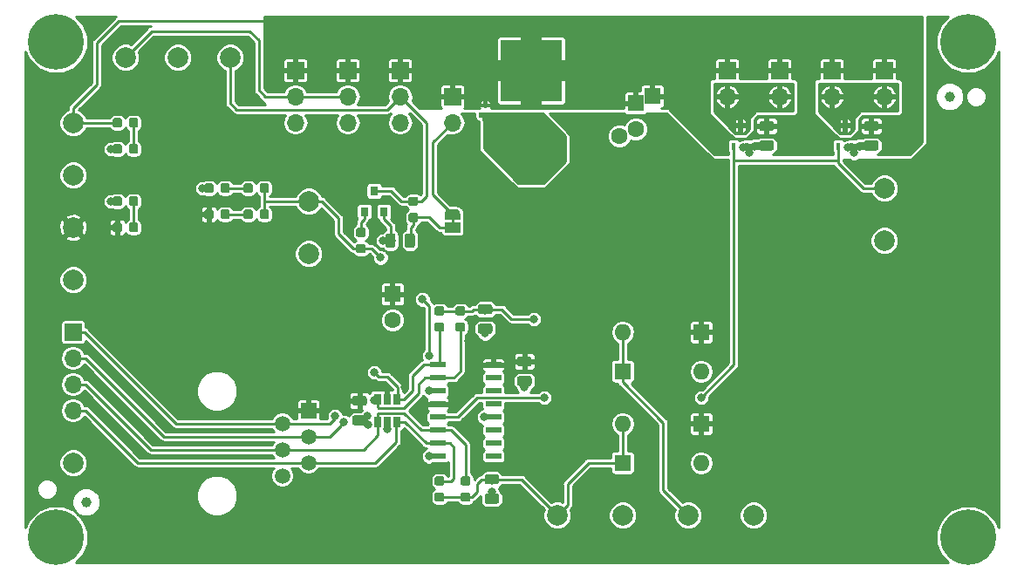
<source format=gbr>
G04 #@! TF.GenerationSoftware,KiCad,Pcbnew,5.0.2-bee76a0~70~ubuntu18.04.1*
G04 #@! TF.CreationDate,2019-06-21T19:34:52-07:00*
G04 #@! TF.ProjectId,aa-stalk-receiver-lvds,61612d73-7461-46c6-9b2d-726563656976,rev?*
G04 #@! TF.SameCoordinates,Original*
G04 #@! TF.FileFunction,Copper,L1,Top*
G04 #@! TF.FilePolarity,Positive*
%FSLAX46Y46*%
G04 Gerber Fmt 4.6, Leading zero omitted, Abs format (unit mm)*
G04 Created by KiCad (PCBNEW 5.0.2-bee76a0~70~ubuntu18.04.1) date Fri 21 Jun 2019 07:34:52 PM PDT*
%MOMM*%
%LPD*%
G01*
G04 APERTURE LIST*
G04 #@! TA.AperFunction,Conductor*
%ADD10C,0.100000*%
G04 #@! TD*
G04 #@! TA.AperFunction,SMDPad,CuDef*
%ADD11C,0.975000*%
G04 #@! TD*
G04 #@! TA.AperFunction,SMDPad,CuDef*
%ADD12C,0.875000*%
G04 #@! TD*
G04 #@! TA.AperFunction,ComponentPad*
%ADD13C,2.000000*%
G04 #@! TD*
G04 #@! TA.AperFunction,ComponentPad*
%ADD14C,0.800000*%
G04 #@! TD*
G04 #@! TA.AperFunction,ComponentPad*
%ADD15C,5.400000*%
G04 #@! TD*
G04 #@! TA.AperFunction,ComponentPad*
%ADD16R,1.600000X1.600000*%
G04 #@! TD*
G04 #@! TA.AperFunction,ComponentPad*
%ADD17C,1.600000*%
G04 #@! TD*
G04 #@! TA.AperFunction,ComponentPad*
%ADD18R,1.700000X1.700000*%
G04 #@! TD*
G04 #@! TA.AperFunction,ComponentPad*
%ADD19O,1.700000X1.700000*%
G04 #@! TD*
G04 #@! TA.AperFunction,ComponentPad*
%ADD20R,5.999480X5.999480*%
G04 #@! TD*
G04 #@! TA.AperFunction,ComponentPad*
%ADD21C,5.999480*%
G04 #@! TD*
G04 #@! TA.AperFunction,ComponentPad*
%ADD22O,1.600000X1.600000*%
G04 #@! TD*
G04 #@! TA.AperFunction,SMDPad,CuDef*
%ADD23C,0.500000*%
G04 #@! TD*
G04 #@! TA.AperFunction,SMDPad,CuDef*
%ADD24R,1.500000X1.000000*%
G04 #@! TD*
G04 #@! TA.AperFunction,SMDPad,CuDef*
%ADD25R,1.500000X0.600000*%
G04 #@! TD*
G04 #@! TA.AperFunction,SMDPad,CuDef*
%ADD26R,0.800000X0.900000*%
G04 #@! TD*
G04 #@! TA.AperFunction,SMDPad,CuDef*
%ADD27R,0.650000X1.060000*%
G04 #@! TD*
G04 #@! TA.AperFunction,SMDPad,CuDef*
%ADD28R,0.450000X0.700000*%
G04 #@! TD*
G04 #@! TA.AperFunction,ComponentPad*
%ADD29R,1.520000X1.520000*%
G04 #@! TD*
G04 #@! TA.AperFunction,ComponentPad*
%ADD30C,1.520000*%
G04 #@! TD*
G04 #@! TA.AperFunction,SMDPad,CuDef*
%ADD31R,0.400000X0.300000*%
G04 #@! TD*
G04 #@! TA.AperFunction,BGAPad,CuDef*
%ADD32C,1.000000*%
G04 #@! TD*
G04 #@! TA.AperFunction,ViaPad*
%ADD33C,0.800000*%
G04 #@! TD*
G04 #@! TA.AperFunction,ViaPad*
%ADD34C,0.600000*%
G04 #@! TD*
G04 #@! TA.AperFunction,Conductor*
%ADD35C,0.762000*%
G04 #@! TD*
G04 #@! TA.AperFunction,Conductor*
%ADD36C,0.508000*%
G04 #@! TD*
G04 #@! TA.AperFunction,Conductor*
%ADD37C,0.254000*%
G04 #@! TD*
G04 APERTURE END LIST*
D10*
G04 #@! TO.N,GND*
G04 #@! TO.C,C311*
G36*
X164310142Y-62681174D02*
X164333803Y-62684684D01*
X164357007Y-62690496D01*
X164379529Y-62698554D01*
X164401153Y-62708782D01*
X164421670Y-62721079D01*
X164440883Y-62735329D01*
X164458607Y-62751393D01*
X164474671Y-62769117D01*
X164488921Y-62788330D01*
X164501218Y-62808847D01*
X164511446Y-62830471D01*
X164519504Y-62852993D01*
X164525316Y-62876197D01*
X164528826Y-62899858D01*
X164530000Y-62923750D01*
X164530000Y-63411250D01*
X164528826Y-63435142D01*
X164525316Y-63458803D01*
X164519504Y-63482007D01*
X164511446Y-63504529D01*
X164501218Y-63526153D01*
X164488921Y-63546670D01*
X164474671Y-63565883D01*
X164458607Y-63583607D01*
X164440883Y-63599671D01*
X164421670Y-63613921D01*
X164401153Y-63626218D01*
X164379529Y-63636446D01*
X164357007Y-63644504D01*
X164333803Y-63650316D01*
X164310142Y-63653826D01*
X164286250Y-63655000D01*
X163373750Y-63655000D01*
X163349858Y-63653826D01*
X163326197Y-63650316D01*
X163302993Y-63644504D01*
X163280471Y-63636446D01*
X163258847Y-63626218D01*
X163238330Y-63613921D01*
X163219117Y-63599671D01*
X163201393Y-63583607D01*
X163185329Y-63565883D01*
X163171079Y-63546670D01*
X163158782Y-63526153D01*
X163148554Y-63504529D01*
X163140496Y-63482007D01*
X163134684Y-63458803D01*
X163131174Y-63435142D01*
X163130000Y-63411250D01*
X163130000Y-62923750D01*
X163131174Y-62899858D01*
X163134684Y-62876197D01*
X163140496Y-62852993D01*
X163148554Y-62830471D01*
X163158782Y-62808847D01*
X163171079Y-62788330D01*
X163185329Y-62769117D01*
X163201393Y-62751393D01*
X163219117Y-62735329D01*
X163238330Y-62721079D01*
X163258847Y-62708782D01*
X163280471Y-62698554D01*
X163302993Y-62690496D01*
X163326197Y-62684684D01*
X163349858Y-62681174D01*
X163373750Y-62680000D01*
X164286250Y-62680000D01*
X164310142Y-62681174D01*
X164310142Y-62681174D01*
G37*
D11*
G04 #@! TD*
G04 #@! TO.P,C311,2*
G04 #@! TO.N,GND*
X163830000Y-63167500D03*
D10*
G04 #@! TO.N,/VIN*
G04 #@! TO.C,C311*
G36*
X164310142Y-60806174D02*
X164333803Y-60809684D01*
X164357007Y-60815496D01*
X164379529Y-60823554D01*
X164401153Y-60833782D01*
X164421670Y-60846079D01*
X164440883Y-60860329D01*
X164458607Y-60876393D01*
X164474671Y-60894117D01*
X164488921Y-60913330D01*
X164501218Y-60933847D01*
X164511446Y-60955471D01*
X164519504Y-60977993D01*
X164525316Y-61001197D01*
X164528826Y-61024858D01*
X164530000Y-61048750D01*
X164530000Y-61536250D01*
X164528826Y-61560142D01*
X164525316Y-61583803D01*
X164519504Y-61607007D01*
X164511446Y-61629529D01*
X164501218Y-61651153D01*
X164488921Y-61671670D01*
X164474671Y-61690883D01*
X164458607Y-61708607D01*
X164440883Y-61724671D01*
X164421670Y-61738921D01*
X164401153Y-61751218D01*
X164379529Y-61761446D01*
X164357007Y-61769504D01*
X164333803Y-61775316D01*
X164310142Y-61778826D01*
X164286250Y-61780000D01*
X163373750Y-61780000D01*
X163349858Y-61778826D01*
X163326197Y-61775316D01*
X163302993Y-61769504D01*
X163280471Y-61761446D01*
X163258847Y-61751218D01*
X163238330Y-61738921D01*
X163219117Y-61724671D01*
X163201393Y-61708607D01*
X163185329Y-61690883D01*
X163171079Y-61671670D01*
X163158782Y-61651153D01*
X163148554Y-61629529D01*
X163140496Y-61607007D01*
X163134684Y-61583803D01*
X163131174Y-61560142D01*
X163130000Y-61536250D01*
X163130000Y-61048750D01*
X163131174Y-61024858D01*
X163134684Y-61001197D01*
X163140496Y-60977993D01*
X163148554Y-60955471D01*
X163158782Y-60933847D01*
X163171079Y-60913330D01*
X163185329Y-60894117D01*
X163201393Y-60876393D01*
X163219117Y-60860329D01*
X163238330Y-60846079D01*
X163258847Y-60833782D01*
X163280471Y-60823554D01*
X163302993Y-60815496D01*
X163326197Y-60809684D01*
X163349858Y-60806174D01*
X163373750Y-60805000D01*
X164286250Y-60805000D01*
X164310142Y-60806174D01*
X164310142Y-60806174D01*
G37*
D11*
G04 #@! TD*
G04 #@! TO.P,C311,1*
G04 #@! TO.N,/VIN*
X163830000Y-61292500D03*
D10*
G04 #@! TO.N,GND*
G04 #@! TO.C,C202*
G36*
X137005142Y-80461174D02*
X137028803Y-80464684D01*
X137052007Y-80470496D01*
X137074529Y-80478554D01*
X137096153Y-80488782D01*
X137116670Y-80501079D01*
X137135883Y-80515329D01*
X137153607Y-80531393D01*
X137169671Y-80549117D01*
X137183921Y-80568330D01*
X137196218Y-80588847D01*
X137206446Y-80610471D01*
X137214504Y-80632993D01*
X137220316Y-80656197D01*
X137223826Y-80679858D01*
X137225000Y-80703750D01*
X137225000Y-81191250D01*
X137223826Y-81215142D01*
X137220316Y-81238803D01*
X137214504Y-81262007D01*
X137206446Y-81284529D01*
X137196218Y-81306153D01*
X137183921Y-81326670D01*
X137169671Y-81345883D01*
X137153607Y-81363607D01*
X137135883Y-81379671D01*
X137116670Y-81393921D01*
X137096153Y-81406218D01*
X137074529Y-81416446D01*
X137052007Y-81424504D01*
X137028803Y-81430316D01*
X137005142Y-81433826D01*
X136981250Y-81435000D01*
X136068750Y-81435000D01*
X136044858Y-81433826D01*
X136021197Y-81430316D01*
X135997993Y-81424504D01*
X135975471Y-81416446D01*
X135953847Y-81406218D01*
X135933330Y-81393921D01*
X135914117Y-81379671D01*
X135896393Y-81363607D01*
X135880329Y-81345883D01*
X135866079Y-81326670D01*
X135853782Y-81306153D01*
X135843554Y-81284529D01*
X135835496Y-81262007D01*
X135829684Y-81238803D01*
X135826174Y-81215142D01*
X135825000Y-81191250D01*
X135825000Y-80703750D01*
X135826174Y-80679858D01*
X135829684Y-80656197D01*
X135835496Y-80632993D01*
X135843554Y-80610471D01*
X135853782Y-80588847D01*
X135866079Y-80568330D01*
X135880329Y-80549117D01*
X135896393Y-80531393D01*
X135914117Y-80515329D01*
X135933330Y-80501079D01*
X135953847Y-80488782D01*
X135975471Y-80478554D01*
X135997993Y-80470496D01*
X136021197Y-80464684D01*
X136044858Y-80461174D01*
X136068750Y-80460000D01*
X136981250Y-80460000D01*
X137005142Y-80461174D01*
X137005142Y-80461174D01*
G37*
D11*
G04 #@! TD*
G04 #@! TO.P,C202,2*
G04 #@! TO.N,GND*
X136525000Y-80947500D03*
D10*
G04 #@! TO.N,Net-(C202-Pad1)*
G04 #@! TO.C,C202*
G36*
X137005142Y-78586174D02*
X137028803Y-78589684D01*
X137052007Y-78595496D01*
X137074529Y-78603554D01*
X137096153Y-78613782D01*
X137116670Y-78626079D01*
X137135883Y-78640329D01*
X137153607Y-78656393D01*
X137169671Y-78674117D01*
X137183921Y-78693330D01*
X137196218Y-78713847D01*
X137206446Y-78735471D01*
X137214504Y-78757993D01*
X137220316Y-78781197D01*
X137223826Y-78804858D01*
X137225000Y-78828750D01*
X137225000Y-79316250D01*
X137223826Y-79340142D01*
X137220316Y-79363803D01*
X137214504Y-79387007D01*
X137206446Y-79409529D01*
X137196218Y-79431153D01*
X137183921Y-79451670D01*
X137169671Y-79470883D01*
X137153607Y-79488607D01*
X137135883Y-79504671D01*
X137116670Y-79518921D01*
X137096153Y-79531218D01*
X137074529Y-79541446D01*
X137052007Y-79549504D01*
X137028803Y-79555316D01*
X137005142Y-79558826D01*
X136981250Y-79560000D01*
X136068750Y-79560000D01*
X136044858Y-79558826D01*
X136021197Y-79555316D01*
X135997993Y-79549504D01*
X135975471Y-79541446D01*
X135953847Y-79531218D01*
X135933330Y-79518921D01*
X135914117Y-79504671D01*
X135896393Y-79488607D01*
X135880329Y-79470883D01*
X135866079Y-79451670D01*
X135853782Y-79431153D01*
X135843554Y-79409529D01*
X135835496Y-79387007D01*
X135829684Y-79363803D01*
X135826174Y-79340142D01*
X135825000Y-79316250D01*
X135825000Y-78828750D01*
X135826174Y-78804858D01*
X135829684Y-78781197D01*
X135835496Y-78757993D01*
X135843554Y-78735471D01*
X135853782Y-78713847D01*
X135866079Y-78693330D01*
X135880329Y-78674117D01*
X135896393Y-78656393D01*
X135914117Y-78640329D01*
X135933330Y-78626079D01*
X135953847Y-78613782D01*
X135975471Y-78603554D01*
X135997993Y-78595496D01*
X136021197Y-78589684D01*
X136044858Y-78586174D01*
X136068750Y-78585000D01*
X136981250Y-78585000D01*
X137005142Y-78586174D01*
X137005142Y-78586174D01*
G37*
D11*
G04 #@! TD*
G04 #@! TO.P,C202,1*
G04 #@! TO.N,Net-(C202-Pad1)*
X136525000Y-79072500D03*
D10*
G04 #@! TO.N,Net-(C202-Pad1)*
G04 #@! TO.C,R201*
G36*
X132357691Y-78786053D02*
X132378926Y-78789203D01*
X132399750Y-78794419D01*
X132419962Y-78801651D01*
X132439368Y-78810830D01*
X132457781Y-78821866D01*
X132475024Y-78834654D01*
X132490930Y-78849070D01*
X132505346Y-78864976D01*
X132518134Y-78882219D01*
X132529170Y-78900632D01*
X132538349Y-78920038D01*
X132545581Y-78940250D01*
X132550797Y-78961074D01*
X132553947Y-78982309D01*
X132555000Y-79003750D01*
X132555000Y-79441250D01*
X132553947Y-79462691D01*
X132550797Y-79483926D01*
X132545581Y-79504750D01*
X132538349Y-79524962D01*
X132529170Y-79544368D01*
X132518134Y-79562781D01*
X132505346Y-79580024D01*
X132490930Y-79595930D01*
X132475024Y-79610346D01*
X132457781Y-79623134D01*
X132439368Y-79634170D01*
X132419962Y-79643349D01*
X132399750Y-79650581D01*
X132378926Y-79655797D01*
X132357691Y-79658947D01*
X132336250Y-79660000D01*
X131823750Y-79660000D01*
X131802309Y-79658947D01*
X131781074Y-79655797D01*
X131760250Y-79650581D01*
X131740038Y-79643349D01*
X131720632Y-79634170D01*
X131702219Y-79623134D01*
X131684976Y-79610346D01*
X131669070Y-79595930D01*
X131654654Y-79580024D01*
X131641866Y-79562781D01*
X131630830Y-79544368D01*
X131621651Y-79524962D01*
X131614419Y-79504750D01*
X131609203Y-79483926D01*
X131606053Y-79462691D01*
X131605000Y-79441250D01*
X131605000Y-79003750D01*
X131606053Y-78982309D01*
X131609203Y-78961074D01*
X131614419Y-78940250D01*
X131621651Y-78920038D01*
X131630830Y-78900632D01*
X131641866Y-78882219D01*
X131654654Y-78864976D01*
X131669070Y-78849070D01*
X131684976Y-78834654D01*
X131702219Y-78821866D01*
X131720632Y-78810830D01*
X131740038Y-78801651D01*
X131760250Y-78794419D01*
X131781074Y-78789203D01*
X131802309Y-78786053D01*
X131823750Y-78785000D01*
X132336250Y-78785000D01*
X132357691Y-78786053D01*
X132357691Y-78786053D01*
G37*
D12*
G04 #@! TD*
G04 #@! TO.P,R201,2*
G04 #@! TO.N,Net-(C202-Pad1)*
X132080000Y-79222500D03*
D10*
G04 #@! TO.N,/RX_STALK_P*
G04 #@! TO.C,R201*
G36*
X132357691Y-80361053D02*
X132378926Y-80364203D01*
X132399750Y-80369419D01*
X132419962Y-80376651D01*
X132439368Y-80385830D01*
X132457781Y-80396866D01*
X132475024Y-80409654D01*
X132490930Y-80424070D01*
X132505346Y-80439976D01*
X132518134Y-80457219D01*
X132529170Y-80475632D01*
X132538349Y-80495038D01*
X132545581Y-80515250D01*
X132550797Y-80536074D01*
X132553947Y-80557309D01*
X132555000Y-80578750D01*
X132555000Y-81016250D01*
X132553947Y-81037691D01*
X132550797Y-81058926D01*
X132545581Y-81079750D01*
X132538349Y-81099962D01*
X132529170Y-81119368D01*
X132518134Y-81137781D01*
X132505346Y-81155024D01*
X132490930Y-81170930D01*
X132475024Y-81185346D01*
X132457781Y-81198134D01*
X132439368Y-81209170D01*
X132419962Y-81218349D01*
X132399750Y-81225581D01*
X132378926Y-81230797D01*
X132357691Y-81233947D01*
X132336250Y-81235000D01*
X131823750Y-81235000D01*
X131802309Y-81233947D01*
X131781074Y-81230797D01*
X131760250Y-81225581D01*
X131740038Y-81218349D01*
X131720632Y-81209170D01*
X131702219Y-81198134D01*
X131684976Y-81185346D01*
X131669070Y-81170930D01*
X131654654Y-81155024D01*
X131641866Y-81137781D01*
X131630830Y-81119368D01*
X131621651Y-81099962D01*
X131614419Y-81079750D01*
X131609203Y-81058926D01*
X131606053Y-81037691D01*
X131605000Y-81016250D01*
X131605000Y-80578750D01*
X131606053Y-80557309D01*
X131609203Y-80536074D01*
X131614419Y-80515250D01*
X131621651Y-80495038D01*
X131630830Y-80475632D01*
X131641866Y-80457219D01*
X131654654Y-80439976D01*
X131669070Y-80424070D01*
X131684976Y-80409654D01*
X131702219Y-80396866D01*
X131720632Y-80385830D01*
X131740038Y-80376651D01*
X131760250Y-80369419D01*
X131781074Y-80364203D01*
X131802309Y-80361053D01*
X131823750Y-80360000D01*
X132336250Y-80360000D01*
X132357691Y-80361053D01*
X132357691Y-80361053D01*
G37*
D12*
G04 #@! TD*
G04 #@! TO.P,R201,1*
G04 #@! TO.N,/RX_STALK_P*
X132080000Y-80797500D03*
D13*
G04 #@! TO.P,TP102,1*
G04 #@! TO.N,+5V*
X96520000Y-71120000D03*
G04 #@! TD*
G04 #@! TO.P,TP151,1*
G04 #@! TO.N,GND*
X96520000Y-66040000D03*
G04 #@! TD*
G04 #@! TO.P,TP152,1*
G04 #@! TO.N,GND*
X96520000Y-76200000D03*
G04 #@! TD*
G04 #@! TO.P,TP153,1*
G04 #@! TO.N,GND*
X96520000Y-93980000D03*
G04 #@! TD*
G04 #@! TO.P,TP201,1*
G04 #@! TO.N,Net-(C202-Pad1)*
X156210000Y-99060000D03*
G04 #@! TD*
G04 #@! TO.P,TP202,1*
G04 #@! TO.N,Net-(C203-Pad1)*
X143510000Y-99060000D03*
G04 #@! TD*
G04 #@! TO.P,TP251,1*
G04 #@! TO.N,GND*
X162560000Y-99060000D03*
G04 #@! TD*
G04 #@! TO.P,TP301,1*
G04 #@! TO.N,/N_RX_STALK*
X119380000Y-68580000D03*
G04 #@! TD*
G04 #@! TO.P,TP302,1*
G04 #@! TO.N,/LED_A_DATA*
X111760000Y-54610000D03*
G04 #@! TD*
G04 #@! TO.P,TP303,1*
G04 #@! TO.N,/LED_C_DATA*
X101600000Y-54610000D03*
G04 #@! TD*
G04 #@! TO.P,TP311,1*
G04 #@! TO.N,/PWM_CAP*
X175260000Y-67310000D03*
G04 #@! TD*
G04 #@! TO.P,TP351,1*
G04 #@! TO.N,GND*
X119380000Y-73660000D03*
G04 #@! TD*
G04 #@! TO.P,TP352,1*
G04 #@! TO.N,GND*
X106680000Y-54610000D03*
G04 #@! TD*
G04 #@! TO.P,TP361,1*
G04 #@! TO.N,GND*
X175260000Y-72390000D03*
G04 #@! TD*
G04 #@! TO.P,TP252,1*
G04 #@! TO.N,GND*
X149860000Y-99060000D03*
G04 #@! TD*
G04 #@! TO.P,TP101,1*
G04 #@! TO.N,/VIN*
X96520000Y-60960000D03*
G04 #@! TD*
D14*
G04 #@! TO.P,H2,1*
G04 #@! TO.N,GND*
X184819891Y-51654109D03*
X183388000Y-51061000D03*
X181956109Y-51654109D03*
X181363000Y-53086000D03*
X181956109Y-54517891D03*
X183388000Y-55111000D03*
X184819891Y-54517891D03*
X185413000Y-53086000D03*
D15*
X183388000Y-53086000D03*
G04 #@! TD*
G04 #@! TO.P,H1,1*
G04 #@! TO.N,GND*
X94869000Y-53086000D03*
D14*
X96894000Y-53086000D03*
X96300891Y-54517891D03*
X94869000Y-55111000D03*
X93437109Y-54517891D03*
X92844000Y-53086000D03*
X93437109Y-51654109D03*
X94869000Y-51061000D03*
X96300891Y-51654109D03*
G04 #@! TD*
G04 #@! TO.P,H4,1*
G04 #@! TO.N,GND*
X184819891Y-99787109D03*
X183388000Y-99194000D03*
X181956109Y-99787109D03*
X181363000Y-101219000D03*
X181956109Y-102650891D03*
X183388000Y-103244000D03*
X184819891Y-102650891D03*
X185413000Y-101219000D03*
D15*
X183388000Y-101219000D03*
G04 #@! TD*
G04 #@! TO.P,H3,1*
G04 #@! TO.N,GND*
X94869000Y-101219000D03*
D14*
X96894000Y-101219000D03*
X96300891Y-102650891D03*
X94869000Y-103244000D03*
X93437109Y-102650891D03*
X92844000Y-101219000D03*
X93437109Y-99787109D03*
X94869000Y-99194000D03*
X96300891Y-99787109D03*
G04 #@! TD*
D10*
G04 #@! TO.N,GND*
G04 #@! TO.C,C103*
G36*
X124813142Y-89351174D02*
X124836803Y-89354684D01*
X124860007Y-89360496D01*
X124882529Y-89368554D01*
X124904153Y-89378782D01*
X124924670Y-89391079D01*
X124943883Y-89405329D01*
X124961607Y-89421393D01*
X124977671Y-89439117D01*
X124991921Y-89458330D01*
X125004218Y-89478847D01*
X125014446Y-89500471D01*
X125022504Y-89522993D01*
X125028316Y-89546197D01*
X125031826Y-89569858D01*
X125033000Y-89593750D01*
X125033000Y-90081250D01*
X125031826Y-90105142D01*
X125028316Y-90128803D01*
X125022504Y-90152007D01*
X125014446Y-90174529D01*
X125004218Y-90196153D01*
X124991921Y-90216670D01*
X124977671Y-90235883D01*
X124961607Y-90253607D01*
X124943883Y-90269671D01*
X124924670Y-90283921D01*
X124904153Y-90296218D01*
X124882529Y-90306446D01*
X124860007Y-90314504D01*
X124836803Y-90320316D01*
X124813142Y-90323826D01*
X124789250Y-90325000D01*
X123876750Y-90325000D01*
X123852858Y-90323826D01*
X123829197Y-90320316D01*
X123805993Y-90314504D01*
X123783471Y-90306446D01*
X123761847Y-90296218D01*
X123741330Y-90283921D01*
X123722117Y-90269671D01*
X123704393Y-90253607D01*
X123688329Y-90235883D01*
X123674079Y-90216670D01*
X123661782Y-90196153D01*
X123651554Y-90174529D01*
X123643496Y-90152007D01*
X123637684Y-90128803D01*
X123634174Y-90105142D01*
X123633000Y-90081250D01*
X123633000Y-89593750D01*
X123634174Y-89569858D01*
X123637684Y-89546197D01*
X123643496Y-89522993D01*
X123651554Y-89500471D01*
X123661782Y-89478847D01*
X123674079Y-89458330D01*
X123688329Y-89439117D01*
X123704393Y-89421393D01*
X123722117Y-89405329D01*
X123741330Y-89391079D01*
X123761847Y-89378782D01*
X123783471Y-89368554D01*
X123805993Y-89360496D01*
X123829197Y-89354684D01*
X123852858Y-89351174D01*
X123876750Y-89350000D01*
X124789250Y-89350000D01*
X124813142Y-89351174D01*
X124813142Y-89351174D01*
G37*
D11*
G04 #@! TD*
G04 #@! TO.P,C103,1*
G04 #@! TO.N,GND*
X124333000Y-89837500D03*
D10*
G04 #@! TO.N,+5V*
G04 #@! TO.C,C103*
G36*
X124813142Y-87476174D02*
X124836803Y-87479684D01*
X124860007Y-87485496D01*
X124882529Y-87493554D01*
X124904153Y-87503782D01*
X124924670Y-87516079D01*
X124943883Y-87530329D01*
X124961607Y-87546393D01*
X124977671Y-87564117D01*
X124991921Y-87583330D01*
X125004218Y-87603847D01*
X125014446Y-87625471D01*
X125022504Y-87647993D01*
X125028316Y-87671197D01*
X125031826Y-87694858D01*
X125033000Y-87718750D01*
X125033000Y-88206250D01*
X125031826Y-88230142D01*
X125028316Y-88253803D01*
X125022504Y-88277007D01*
X125014446Y-88299529D01*
X125004218Y-88321153D01*
X124991921Y-88341670D01*
X124977671Y-88360883D01*
X124961607Y-88378607D01*
X124943883Y-88394671D01*
X124924670Y-88408921D01*
X124904153Y-88421218D01*
X124882529Y-88431446D01*
X124860007Y-88439504D01*
X124836803Y-88445316D01*
X124813142Y-88448826D01*
X124789250Y-88450000D01*
X123876750Y-88450000D01*
X123852858Y-88448826D01*
X123829197Y-88445316D01*
X123805993Y-88439504D01*
X123783471Y-88431446D01*
X123761847Y-88421218D01*
X123741330Y-88408921D01*
X123722117Y-88394671D01*
X123704393Y-88378607D01*
X123688329Y-88360883D01*
X123674079Y-88341670D01*
X123661782Y-88321153D01*
X123651554Y-88299529D01*
X123643496Y-88277007D01*
X123637684Y-88253803D01*
X123634174Y-88230142D01*
X123633000Y-88206250D01*
X123633000Y-87718750D01*
X123634174Y-87694858D01*
X123637684Y-87671197D01*
X123643496Y-87647993D01*
X123651554Y-87625471D01*
X123661782Y-87603847D01*
X123674079Y-87583330D01*
X123688329Y-87564117D01*
X123704393Y-87546393D01*
X123722117Y-87530329D01*
X123741330Y-87516079D01*
X123761847Y-87503782D01*
X123783471Y-87493554D01*
X123805993Y-87485496D01*
X123829197Y-87479684D01*
X123852858Y-87476174D01*
X123876750Y-87475000D01*
X124789250Y-87475000D01*
X124813142Y-87476174D01*
X124813142Y-87476174D01*
G37*
D11*
G04 #@! TD*
G04 #@! TO.P,C103,2*
G04 #@! TO.N,+5V*
X124333000Y-87962500D03*
D10*
G04 #@! TO.N,Net-(C203-Pad1)*
G04 #@! TO.C,C203*
G36*
X137640142Y-95096174D02*
X137663803Y-95099684D01*
X137687007Y-95105496D01*
X137709529Y-95113554D01*
X137731153Y-95123782D01*
X137751670Y-95136079D01*
X137770883Y-95150329D01*
X137788607Y-95166393D01*
X137804671Y-95184117D01*
X137818921Y-95203330D01*
X137831218Y-95223847D01*
X137841446Y-95245471D01*
X137849504Y-95267993D01*
X137855316Y-95291197D01*
X137858826Y-95314858D01*
X137860000Y-95338750D01*
X137860000Y-95826250D01*
X137858826Y-95850142D01*
X137855316Y-95873803D01*
X137849504Y-95897007D01*
X137841446Y-95919529D01*
X137831218Y-95941153D01*
X137818921Y-95961670D01*
X137804671Y-95980883D01*
X137788607Y-95998607D01*
X137770883Y-96014671D01*
X137751670Y-96028921D01*
X137731153Y-96041218D01*
X137709529Y-96051446D01*
X137687007Y-96059504D01*
X137663803Y-96065316D01*
X137640142Y-96068826D01*
X137616250Y-96070000D01*
X136703750Y-96070000D01*
X136679858Y-96068826D01*
X136656197Y-96065316D01*
X136632993Y-96059504D01*
X136610471Y-96051446D01*
X136588847Y-96041218D01*
X136568330Y-96028921D01*
X136549117Y-96014671D01*
X136531393Y-95998607D01*
X136515329Y-95980883D01*
X136501079Y-95961670D01*
X136488782Y-95941153D01*
X136478554Y-95919529D01*
X136470496Y-95897007D01*
X136464684Y-95873803D01*
X136461174Y-95850142D01*
X136460000Y-95826250D01*
X136460000Y-95338750D01*
X136461174Y-95314858D01*
X136464684Y-95291197D01*
X136470496Y-95267993D01*
X136478554Y-95245471D01*
X136488782Y-95223847D01*
X136501079Y-95203330D01*
X136515329Y-95184117D01*
X136531393Y-95166393D01*
X136549117Y-95150329D01*
X136568330Y-95136079D01*
X136588847Y-95123782D01*
X136610471Y-95113554D01*
X136632993Y-95105496D01*
X136656197Y-95099684D01*
X136679858Y-95096174D01*
X136703750Y-95095000D01*
X137616250Y-95095000D01*
X137640142Y-95096174D01*
X137640142Y-95096174D01*
G37*
D11*
G04 #@! TD*
G04 #@! TO.P,C203,1*
G04 #@! TO.N,Net-(C203-Pad1)*
X137160000Y-95582500D03*
D10*
G04 #@! TO.N,GND*
G04 #@! TO.C,C203*
G36*
X137640142Y-96971174D02*
X137663803Y-96974684D01*
X137687007Y-96980496D01*
X137709529Y-96988554D01*
X137731153Y-96998782D01*
X137751670Y-97011079D01*
X137770883Y-97025329D01*
X137788607Y-97041393D01*
X137804671Y-97059117D01*
X137818921Y-97078330D01*
X137831218Y-97098847D01*
X137841446Y-97120471D01*
X137849504Y-97142993D01*
X137855316Y-97166197D01*
X137858826Y-97189858D01*
X137860000Y-97213750D01*
X137860000Y-97701250D01*
X137858826Y-97725142D01*
X137855316Y-97748803D01*
X137849504Y-97772007D01*
X137841446Y-97794529D01*
X137831218Y-97816153D01*
X137818921Y-97836670D01*
X137804671Y-97855883D01*
X137788607Y-97873607D01*
X137770883Y-97889671D01*
X137751670Y-97903921D01*
X137731153Y-97916218D01*
X137709529Y-97926446D01*
X137687007Y-97934504D01*
X137663803Y-97940316D01*
X137640142Y-97943826D01*
X137616250Y-97945000D01*
X136703750Y-97945000D01*
X136679858Y-97943826D01*
X136656197Y-97940316D01*
X136632993Y-97934504D01*
X136610471Y-97926446D01*
X136588847Y-97916218D01*
X136568330Y-97903921D01*
X136549117Y-97889671D01*
X136531393Y-97873607D01*
X136515329Y-97855883D01*
X136501079Y-97836670D01*
X136488782Y-97816153D01*
X136478554Y-97794529D01*
X136470496Y-97772007D01*
X136464684Y-97748803D01*
X136461174Y-97725142D01*
X136460000Y-97701250D01*
X136460000Y-97213750D01*
X136461174Y-97189858D01*
X136464684Y-97166197D01*
X136470496Y-97142993D01*
X136478554Y-97120471D01*
X136488782Y-97098847D01*
X136501079Y-97078330D01*
X136515329Y-97059117D01*
X136531393Y-97041393D01*
X136549117Y-97025329D01*
X136568330Y-97011079D01*
X136588847Y-96998782D01*
X136610471Y-96988554D01*
X136632993Y-96980496D01*
X136656197Y-96974684D01*
X136679858Y-96971174D01*
X136703750Y-96970000D01*
X137616250Y-96970000D01*
X137640142Y-96971174D01*
X137640142Y-96971174D01*
G37*
D11*
G04 #@! TD*
G04 #@! TO.P,C203,2*
G04 #@! TO.N,GND*
X137160000Y-97457500D03*
D10*
G04 #@! TO.N,GND*
G04 #@! TO.C,C204*
G36*
X140815142Y-85541174D02*
X140838803Y-85544684D01*
X140862007Y-85550496D01*
X140884529Y-85558554D01*
X140906153Y-85568782D01*
X140926670Y-85581079D01*
X140945883Y-85595329D01*
X140963607Y-85611393D01*
X140979671Y-85629117D01*
X140993921Y-85648330D01*
X141006218Y-85668847D01*
X141016446Y-85690471D01*
X141024504Y-85712993D01*
X141030316Y-85736197D01*
X141033826Y-85759858D01*
X141035000Y-85783750D01*
X141035000Y-86271250D01*
X141033826Y-86295142D01*
X141030316Y-86318803D01*
X141024504Y-86342007D01*
X141016446Y-86364529D01*
X141006218Y-86386153D01*
X140993921Y-86406670D01*
X140979671Y-86425883D01*
X140963607Y-86443607D01*
X140945883Y-86459671D01*
X140926670Y-86473921D01*
X140906153Y-86486218D01*
X140884529Y-86496446D01*
X140862007Y-86504504D01*
X140838803Y-86510316D01*
X140815142Y-86513826D01*
X140791250Y-86515000D01*
X139878750Y-86515000D01*
X139854858Y-86513826D01*
X139831197Y-86510316D01*
X139807993Y-86504504D01*
X139785471Y-86496446D01*
X139763847Y-86486218D01*
X139743330Y-86473921D01*
X139724117Y-86459671D01*
X139706393Y-86443607D01*
X139690329Y-86425883D01*
X139676079Y-86406670D01*
X139663782Y-86386153D01*
X139653554Y-86364529D01*
X139645496Y-86342007D01*
X139639684Y-86318803D01*
X139636174Y-86295142D01*
X139635000Y-86271250D01*
X139635000Y-85783750D01*
X139636174Y-85759858D01*
X139639684Y-85736197D01*
X139645496Y-85712993D01*
X139653554Y-85690471D01*
X139663782Y-85668847D01*
X139676079Y-85648330D01*
X139690329Y-85629117D01*
X139706393Y-85611393D01*
X139724117Y-85595329D01*
X139743330Y-85581079D01*
X139763847Y-85568782D01*
X139785471Y-85558554D01*
X139807993Y-85550496D01*
X139831197Y-85544684D01*
X139854858Y-85541174D01*
X139878750Y-85540000D01*
X140791250Y-85540000D01*
X140815142Y-85541174D01*
X140815142Y-85541174D01*
G37*
D11*
G04 #@! TD*
G04 #@! TO.P,C204,2*
G04 #@! TO.N,GND*
X140335000Y-86027500D03*
D10*
G04 #@! TO.N,+5V*
G04 #@! TO.C,C204*
G36*
X140815142Y-83666174D02*
X140838803Y-83669684D01*
X140862007Y-83675496D01*
X140884529Y-83683554D01*
X140906153Y-83693782D01*
X140926670Y-83706079D01*
X140945883Y-83720329D01*
X140963607Y-83736393D01*
X140979671Y-83754117D01*
X140993921Y-83773330D01*
X141006218Y-83793847D01*
X141016446Y-83815471D01*
X141024504Y-83837993D01*
X141030316Y-83861197D01*
X141033826Y-83884858D01*
X141035000Y-83908750D01*
X141035000Y-84396250D01*
X141033826Y-84420142D01*
X141030316Y-84443803D01*
X141024504Y-84467007D01*
X141016446Y-84489529D01*
X141006218Y-84511153D01*
X140993921Y-84531670D01*
X140979671Y-84550883D01*
X140963607Y-84568607D01*
X140945883Y-84584671D01*
X140926670Y-84598921D01*
X140906153Y-84611218D01*
X140884529Y-84621446D01*
X140862007Y-84629504D01*
X140838803Y-84635316D01*
X140815142Y-84638826D01*
X140791250Y-84640000D01*
X139878750Y-84640000D01*
X139854858Y-84638826D01*
X139831197Y-84635316D01*
X139807993Y-84629504D01*
X139785471Y-84621446D01*
X139763847Y-84611218D01*
X139743330Y-84598921D01*
X139724117Y-84584671D01*
X139706393Y-84568607D01*
X139690329Y-84550883D01*
X139676079Y-84531670D01*
X139663782Y-84511153D01*
X139653554Y-84489529D01*
X139645496Y-84467007D01*
X139639684Y-84443803D01*
X139636174Y-84420142D01*
X139635000Y-84396250D01*
X139635000Y-83908750D01*
X139636174Y-83884858D01*
X139639684Y-83861197D01*
X139645496Y-83837993D01*
X139653554Y-83815471D01*
X139663782Y-83793847D01*
X139676079Y-83773330D01*
X139690329Y-83754117D01*
X139706393Y-83736393D01*
X139724117Y-83720329D01*
X139743330Y-83706079D01*
X139763847Y-83693782D01*
X139785471Y-83683554D01*
X139807993Y-83675496D01*
X139831197Y-83669684D01*
X139854858Y-83666174D01*
X139878750Y-83665000D01*
X140791250Y-83665000D01*
X140815142Y-83666174D01*
X140815142Y-83666174D01*
G37*
D11*
G04 #@! TD*
G04 #@! TO.P,C204,1*
G04 #@! TO.N,+5V*
X140335000Y-84152500D03*
D10*
G04 #@! TO.N,+12V*
G04 #@! TO.C,C301*
G36*
X129475142Y-71691174D02*
X129498803Y-71694684D01*
X129522007Y-71700496D01*
X129544529Y-71708554D01*
X129566153Y-71718782D01*
X129586670Y-71731079D01*
X129605883Y-71745329D01*
X129623607Y-71761393D01*
X129639671Y-71779117D01*
X129653921Y-71798330D01*
X129666218Y-71818847D01*
X129676446Y-71840471D01*
X129684504Y-71862993D01*
X129690316Y-71886197D01*
X129693826Y-71909858D01*
X129695000Y-71933750D01*
X129695000Y-72846250D01*
X129693826Y-72870142D01*
X129690316Y-72893803D01*
X129684504Y-72917007D01*
X129676446Y-72939529D01*
X129666218Y-72961153D01*
X129653921Y-72981670D01*
X129639671Y-73000883D01*
X129623607Y-73018607D01*
X129605883Y-73034671D01*
X129586670Y-73048921D01*
X129566153Y-73061218D01*
X129544529Y-73071446D01*
X129522007Y-73079504D01*
X129498803Y-73085316D01*
X129475142Y-73088826D01*
X129451250Y-73090000D01*
X128963750Y-73090000D01*
X128939858Y-73088826D01*
X128916197Y-73085316D01*
X128892993Y-73079504D01*
X128870471Y-73071446D01*
X128848847Y-73061218D01*
X128828330Y-73048921D01*
X128809117Y-73034671D01*
X128791393Y-73018607D01*
X128775329Y-73000883D01*
X128761079Y-72981670D01*
X128748782Y-72961153D01*
X128738554Y-72939529D01*
X128730496Y-72917007D01*
X128724684Y-72893803D01*
X128721174Y-72870142D01*
X128720000Y-72846250D01*
X128720000Y-71933750D01*
X128721174Y-71909858D01*
X128724684Y-71886197D01*
X128730496Y-71862993D01*
X128738554Y-71840471D01*
X128748782Y-71818847D01*
X128761079Y-71798330D01*
X128775329Y-71779117D01*
X128791393Y-71761393D01*
X128809117Y-71745329D01*
X128828330Y-71731079D01*
X128848847Y-71718782D01*
X128870471Y-71708554D01*
X128892993Y-71700496D01*
X128916197Y-71694684D01*
X128939858Y-71691174D01*
X128963750Y-71690000D01*
X129451250Y-71690000D01*
X129475142Y-71691174D01*
X129475142Y-71691174D01*
G37*
D11*
G04 #@! TD*
G04 #@! TO.P,C301,1*
G04 #@! TO.N,+12V*
X129207500Y-72390000D03*
D10*
G04 #@! TO.N,GND*
G04 #@! TO.C,C301*
G36*
X127600142Y-71691174D02*
X127623803Y-71694684D01*
X127647007Y-71700496D01*
X127669529Y-71708554D01*
X127691153Y-71718782D01*
X127711670Y-71731079D01*
X127730883Y-71745329D01*
X127748607Y-71761393D01*
X127764671Y-71779117D01*
X127778921Y-71798330D01*
X127791218Y-71818847D01*
X127801446Y-71840471D01*
X127809504Y-71862993D01*
X127815316Y-71886197D01*
X127818826Y-71909858D01*
X127820000Y-71933750D01*
X127820000Y-72846250D01*
X127818826Y-72870142D01*
X127815316Y-72893803D01*
X127809504Y-72917007D01*
X127801446Y-72939529D01*
X127791218Y-72961153D01*
X127778921Y-72981670D01*
X127764671Y-73000883D01*
X127748607Y-73018607D01*
X127730883Y-73034671D01*
X127711670Y-73048921D01*
X127691153Y-73061218D01*
X127669529Y-73071446D01*
X127647007Y-73079504D01*
X127623803Y-73085316D01*
X127600142Y-73088826D01*
X127576250Y-73090000D01*
X127088750Y-73090000D01*
X127064858Y-73088826D01*
X127041197Y-73085316D01*
X127017993Y-73079504D01*
X126995471Y-73071446D01*
X126973847Y-73061218D01*
X126953330Y-73048921D01*
X126934117Y-73034671D01*
X126916393Y-73018607D01*
X126900329Y-73000883D01*
X126886079Y-72981670D01*
X126873782Y-72961153D01*
X126863554Y-72939529D01*
X126855496Y-72917007D01*
X126849684Y-72893803D01*
X126846174Y-72870142D01*
X126845000Y-72846250D01*
X126845000Y-71933750D01*
X126846174Y-71909858D01*
X126849684Y-71886197D01*
X126855496Y-71862993D01*
X126863554Y-71840471D01*
X126873782Y-71818847D01*
X126886079Y-71798330D01*
X126900329Y-71779117D01*
X126916393Y-71761393D01*
X126934117Y-71745329D01*
X126953330Y-71731079D01*
X126973847Y-71718782D01*
X126995471Y-71708554D01*
X127017993Y-71700496D01*
X127041197Y-71694684D01*
X127064858Y-71691174D01*
X127088750Y-71690000D01*
X127576250Y-71690000D01*
X127600142Y-71691174D01*
X127600142Y-71691174D01*
G37*
D11*
G04 #@! TD*
G04 #@! TO.P,C301,2*
G04 #@! TO.N,GND*
X127332500Y-72390000D03*
D10*
G04 #@! TO.N,/VIN*
G04 #@! TO.C,C312*
G36*
X174470142Y-60806174D02*
X174493803Y-60809684D01*
X174517007Y-60815496D01*
X174539529Y-60823554D01*
X174561153Y-60833782D01*
X174581670Y-60846079D01*
X174600883Y-60860329D01*
X174618607Y-60876393D01*
X174634671Y-60894117D01*
X174648921Y-60913330D01*
X174661218Y-60933847D01*
X174671446Y-60955471D01*
X174679504Y-60977993D01*
X174685316Y-61001197D01*
X174688826Y-61024858D01*
X174690000Y-61048750D01*
X174690000Y-61536250D01*
X174688826Y-61560142D01*
X174685316Y-61583803D01*
X174679504Y-61607007D01*
X174671446Y-61629529D01*
X174661218Y-61651153D01*
X174648921Y-61671670D01*
X174634671Y-61690883D01*
X174618607Y-61708607D01*
X174600883Y-61724671D01*
X174581670Y-61738921D01*
X174561153Y-61751218D01*
X174539529Y-61761446D01*
X174517007Y-61769504D01*
X174493803Y-61775316D01*
X174470142Y-61778826D01*
X174446250Y-61780000D01*
X173533750Y-61780000D01*
X173509858Y-61778826D01*
X173486197Y-61775316D01*
X173462993Y-61769504D01*
X173440471Y-61761446D01*
X173418847Y-61751218D01*
X173398330Y-61738921D01*
X173379117Y-61724671D01*
X173361393Y-61708607D01*
X173345329Y-61690883D01*
X173331079Y-61671670D01*
X173318782Y-61651153D01*
X173308554Y-61629529D01*
X173300496Y-61607007D01*
X173294684Y-61583803D01*
X173291174Y-61560142D01*
X173290000Y-61536250D01*
X173290000Y-61048750D01*
X173291174Y-61024858D01*
X173294684Y-61001197D01*
X173300496Y-60977993D01*
X173308554Y-60955471D01*
X173318782Y-60933847D01*
X173331079Y-60913330D01*
X173345329Y-60894117D01*
X173361393Y-60876393D01*
X173379117Y-60860329D01*
X173398330Y-60846079D01*
X173418847Y-60833782D01*
X173440471Y-60823554D01*
X173462993Y-60815496D01*
X173486197Y-60809684D01*
X173509858Y-60806174D01*
X173533750Y-60805000D01*
X174446250Y-60805000D01*
X174470142Y-60806174D01*
X174470142Y-60806174D01*
G37*
D11*
G04 #@! TD*
G04 #@! TO.P,C312,1*
G04 #@! TO.N,/VIN*
X173990000Y-61292500D03*
D10*
G04 #@! TO.N,GND*
G04 #@! TO.C,C312*
G36*
X174470142Y-62681174D02*
X174493803Y-62684684D01*
X174517007Y-62690496D01*
X174539529Y-62698554D01*
X174561153Y-62708782D01*
X174581670Y-62721079D01*
X174600883Y-62735329D01*
X174618607Y-62751393D01*
X174634671Y-62769117D01*
X174648921Y-62788330D01*
X174661218Y-62808847D01*
X174671446Y-62830471D01*
X174679504Y-62852993D01*
X174685316Y-62876197D01*
X174688826Y-62899858D01*
X174690000Y-62923750D01*
X174690000Y-63411250D01*
X174688826Y-63435142D01*
X174685316Y-63458803D01*
X174679504Y-63482007D01*
X174671446Y-63504529D01*
X174661218Y-63526153D01*
X174648921Y-63546670D01*
X174634671Y-63565883D01*
X174618607Y-63583607D01*
X174600883Y-63599671D01*
X174581670Y-63613921D01*
X174561153Y-63626218D01*
X174539529Y-63636446D01*
X174517007Y-63644504D01*
X174493803Y-63650316D01*
X174470142Y-63653826D01*
X174446250Y-63655000D01*
X173533750Y-63655000D01*
X173509858Y-63653826D01*
X173486197Y-63650316D01*
X173462993Y-63644504D01*
X173440471Y-63636446D01*
X173418847Y-63626218D01*
X173398330Y-63613921D01*
X173379117Y-63599671D01*
X173361393Y-63583607D01*
X173345329Y-63565883D01*
X173331079Y-63546670D01*
X173318782Y-63526153D01*
X173308554Y-63504529D01*
X173300496Y-63482007D01*
X173294684Y-63458803D01*
X173291174Y-63435142D01*
X173290000Y-63411250D01*
X173290000Y-62923750D01*
X173291174Y-62899858D01*
X173294684Y-62876197D01*
X173300496Y-62852993D01*
X173308554Y-62830471D01*
X173318782Y-62808847D01*
X173331079Y-62788330D01*
X173345329Y-62769117D01*
X173361393Y-62751393D01*
X173379117Y-62735329D01*
X173398330Y-62721079D01*
X173418847Y-62708782D01*
X173440471Y-62698554D01*
X173462993Y-62690496D01*
X173486197Y-62684684D01*
X173509858Y-62681174D01*
X173533750Y-62680000D01*
X174446250Y-62680000D01*
X174470142Y-62681174D01*
X174470142Y-62681174D01*
G37*
D11*
G04 #@! TD*
G04 #@! TO.P,C312,2*
G04 #@! TO.N,GND*
X173990000Y-63167500D03*
D16*
G04 #@! TO.P,C101,1*
G04 #@! TO.N,/VIN*
X151130000Y-59055000D03*
D17*
G04 #@! TO.P,C101,2*
G04 #@! TO.N,GND*
X151130000Y-61555000D03*
D16*
G04 #@! TO.P,C101,1*
G04 #@! TO.N,/VIN*
X152730000Y-58384063D03*
D17*
G04 #@! TO.P,C101,2*
G04 #@! TO.N,GND*
X149530000Y-62225937D03*
G04 #@! TD*
D16*
G04 #@! TO.P,C102,1*
G04 #@! TO.N,+5V*
X127508000Y-77597000D03*
D17*
G04 #@! TO.P,C102,2*
G04 #@! TO.N,GND*
X127508000Y-80097000D03*
G04 #@! TD*
D18*
G04 #@! TO.P,CN314,1*
G04 #@! TO.N,/VIN*
X175260000Y-55880000D03*
D19*
G04 #@! TO.P,CN314,2*
G04 #@! TO.N,Net-(CN313-Pad2)*
X175260000Y-58420000D03*
G04 #@! TD*
G04 #@! TO.P,CN313,2*
G04 #@! TO.N,Net-(CN313-Pad2)*
X170180000Y-58420000D03*
D18*
G04 #@! TO.P,CN313,1*
G04 #@! TO.N,/VIN*
X170180000Y-55880000D03*
G04 #@! TD*
G04 #@! TO.P,CN312,1*
G04 #@! TO.N,/VIN*
X165100000Y-55880000D03*
D19*
G04 #@! TO.P,CN312,2*
G04 #@! TO.N,Net-(CN311-Pad2)*
X165100000Y-58420000D03*
G04 #@! TD*
G04 #@! TO.P,CN311,2*
G04 #@! TO.N,Net-(CN311-Pad2)*
X160020000Y-58420000D03*
D18*
G04 #@! TO.P,CN311,1*
G04 #@! TO.N,/VIN*
X160020000Y-55880000D03*
G04 #@! TD*
G04 #@! TO.P,JP101,1*
G04 #@! TO.N,/VIN*
X133350000Y-58420000D03*
D19*
G04 #@! TO.P,JP101,2*
G04 #@! TO.N,+12V*
X133350000Y-60960000D03*
G04 #@! TD*
D18*
G04 #@! TO.P,CN301,1*
G04 #@! TO.N,/VIN*
X128270000Y-55880000D03*
D19*
G04 #@! TO.P,CN301,2*
G04 #@! TO.N,/LED_A_DATA*
X128270000Y-58420000D03*
G04 #@! TO.P,CN301,3*
G04 #@! TO.N,GND*
X128270000Y-60960000D03*
G04 #@! TD*
G04 #@! TO.P,CN302,3*
G04 #@! TO.N,GND*
X123190000Y-60960000D03*
G04 #@! TO.P,CN302,2*
G04 #@! TO.N,/LED_C_DATA*
X123190000Y-58420000D03*
D18*
G04 #@! TO.P,CN302,1*
G04 #@! TO.N,/VIN*
X123190000Y-55880000D03*
G04 #@! TD*
G04 #@! TO.P,CN303,1*
G04 #@! TO.N,/VIN*
X118110000Y-55880000D03*
D19*
G04 #@! TO.P,CN303,2*
G04 #@! TO.N,/LED_C_DATA*
X118110000Y-58420000D03*
G04 #@! TO.P,CN303,3*
G04 #@! TO.N,GND*
X118110000Y-60960000D03*
G04 #@! TD*
D18*
G04 #@! TO.P,CN151,1*
G04 #@! TO.N,/RX_STALK_P*
X96520000Y-81280000D03*
D19*
G04 #@! TO.P,CN151,2*
G04 #@! TO.N,/RX_STALK_N*
X96520000Y-83820000D03*
G04 #@! TO.P,CN151,3*
G04 #@! TO.N,/PWM_CAP_P*
X96520000Y-86360000D03*
G04 #@! TO.P,CN151,4*
G04 #@! TO.N,/PWM_CAP_N*
X96520000Y-88900000D03*
G04 #@! TD*
D20*
G04 #@! TO.P,CN101,1*
G04 #@! TO.N,/VIN*
X140970000Y-55880000D03*
D21*
G04 #@! TO.P,CN101,2*
G04 #@! TO.N,GND*
X140970000Y-63500000D03*
G04 #@! TD*
D10*
G04 #@! TO.N,/VIN*
G04 #@! TO.C,D151*
G36*
X101052691Y-60486053D02*
X101073926Y-60489203D01*
X101094750Y-60494419D01*
X101114962Y-60501651D01*
X101134368Y-60510830D01*
X101152781Y-60521866D01*
X101170024Y-60534654D01*
X101185930Y-60549070D01*
X101200346Y-60564976D01*
X101213134Y-60582219D01*
X101224170Y-60600632D01*
X101233349Y-60620038D01*
X101240581Y-60640250D01*
X101245797Y-60661074D01*
X101248947Y-60682309D01*
X101250000Y-60703750D01*
X101250000Y-61216250D01*
X101248947Y-61237691D01*
X101245797Y-61258926D01*
X101240581Y-61279750D01*
X101233349Y-61299962D01*
X101224170Y-61319368D01*
X101213134Y-61337781D01*
X101200346Y-61355024D01*
X101185930Y-61370930D01*
X101170024Y-61385346D01*
X101152781Y-61398134D01*
X101134368Y-61409170D01*
X101114962Y-61418349D01*
X101094750Y-61425581D01*
X101073926Y-61430797D01*
X101052691Y-61433947D01*
X101031250Y-61435000D01*
X100593750Y-61435000D01*
X100572309Y-61433947D01*
X100551074Y-61430797D01*
X100530250Y-61425581D01*
X100510038Y-61418349D01*
X100490632Y-61409170D01*
X100472219Y-61398134D01*
X100454976Y-61385346D01*
X100439070Y-61370930D01*
X100424654Y-61355024D01*
X100411866Y-61337781D01*
X100400830Y-61319368D01*
X100391651Y-61299962D01*
X100384419Y-61279750D01*
X100379203Y-61258926D01*
X100376053Y-61237691D01*
X100375000Y-61216250D01*
X100375000Y-60703750D01*
X100376053Y-60682309D01*
X100379203Y-60661074D01*
X100384419Y-60640250D01*
X100391651Y-60620038D01*
X100400830Y-60600632D01*
X100411866Y-60582219D01*
X100424654Y-60564976D01*
X100439070Y-60549070D01*
X100454976Y-60534654D01*
X100472219Y-60521866D01*
X100490632Y-60510830D01*
X100510038Y-60501651D01*
X100530250Y-60494419D01*
X100551074Y-60489203D01*
X100572309Y-60486053D01*
X100593750Y-60485000D01*
X101031250Y-60485000D01*
X101052691Y-60486053D01*
X101052691Y-60486053D01*
G37*
D12*
G04 #@! TD*
G04 #@! TO.P,D151,2*
G04 #@! TO.N,/VIN*
X100812500Y-60960000D03*
D10*
G04 #@! TO.N,Net-(D151-Pad1)*
G04 #@! TO.C,D151*
G36*
X102627691Y-60486053D02*
X102648926Y-60489203D01*
X102669750Y-60494419D01*
X102689962Y-60501651D01*
X102709368Y-60510830D01*
X102727781Y-60521866D01*
X102745024Y-60534654D01*
X102760930Y-60549070D01*
X102775346Y-60564976D01*
X102788134Y-60582219D01*
X102799170Y-60600632D01*
X102808349Y-60620038D01*
X102815581Y-60640250D01*
X102820797Y-60661074D01*
X102823947Y-60682309D01*
X102825000Y-60703750D01*
X102825000Y-61216250D01*
X102823947Y-61237691D01*
X102820797Y-61258926D01*
X102815581Y-61279750D01*
X102808349Y-61299962D01*
X102799170Y-61319368D01*
X102788134Y-61337781D01*
X102775346Y-61355024D01*
X102760930Y-61370930D01*
X102745024Y-61385346D01*
X102727781Y-61398134D01*
X102709368Y-61409170D01*
X102689962Y-61418349D01*
X102669750Y-61425581D01*
X102648926Y-61430797D01*
X102627691Y-61433947D01*
X102606250Y-61435000D01*
X102168750Y-61435000D01*
X102147309Y-61433947D01*
X102126074Y-61430797D01*
X102105250Y-61425581D01*
X102085038Y-61418349D01*
X102065632Y-61409170D01*
X102047219Y-61398134D01*
X102029976Y-61385346D01*
X102014070Y-61370930D01*
X101999654Y-61355024D01*
X101986866Y-61337781D01*
X101975830Y-61319368D01*
X101966651Y-61299962D01*
X101959419Y-61279750D01*
X101954203Y-61258926D01*
X101951053Y-61237691D01*
X101950000Y-61216250D01*
X101950000Y-60703750D01*
X101951053Y-60682309D01*
X101954203Y-60661074D01*
X101959419Y-60640250D01*
X101966651Y-60620038D01*
X101975830Y-60600632D01*
X101986866Y-60582219D01*
X101999654Y-60564976D01*
X102014070Y-60549070D01*
X102029976Y-60534654D01*
X102047219Y-60521866D01*
X102065632Y-60510830D01*
X102085038Y-60501651D01*
X102105250Y-60494419D01*
X102126074Y-60489203D01*
X102147309Y-60486053D01*
X102168750Y-60485000D01*
X102606250Y-60485000D01*
X102627691Y-60486053D01*
X102627691Y-60486053D01*
G37*
D12*
G04 #@! TD*
G04 #@! TO.P,D151,1*
G04 #@! TO.N,Net-(D151-Pad1)*
X102387500Y-60960000D03*
D10*
G04 #@! TO.N,Net-(D152-Pad1)*
G04 #@! TO.C,D152*
G36*
X102627691Y-70646053D02*
X102648926Y-70649203D01*
X102669750Y-70654419D01*
X102689962Y-70661651D01*
X102709368Y-70670830D01*
X102727781Y-70681866D01*
X102745024Y-70694654D01*
X102760930Y-70709070D01*
X102775346Y-70724976D01*
X102788134Y-70742219D01*
X102799170Y-70760632D01*
X102808349Y-70780038D01*
X102815581Y-70800250D01*
X102820797Y-70821074D01*
X102823947Y-70842309D01*
X102825000Y-70863750D01*
X102825000Y-71376250D01*
X102823947Y-71397691D01*
X102820797Y-71418926D01*
X102815581Y-71439750D01*
X102808349Y-71459962D01*
X102799170Y-71479368D01*
X102788134Y-71497781D01*
X102775346Y-71515024D01*
X102760930Y-71530930D01*
X102745024Y-71545346D01*
X102727781Y-71558134D01*
X102709368Y-71569170D01*
X102689962Y-71578349D01*
X102669750Y-71585581D01*
X102648926Y-71590797D01*
X102627691Y-71593947D01*
X102606250Y-71595000D01*
X102168750Y-71595000D01*
X102147309Y-71593947D01*
X102126074Y-71590797D01*
X102105250Y-71585581D01*
X102085038Y-71578349D01*
X102065632Y-71569170D01*
X102047219Y-71558134D01*
X102029976Y-71545346D01*
X102014070Y-71530930D01*
X101999654Y-71515024D01*
X101986866Y-71497781D01*
X101975830Y-71479368D01*
X101966651Y-71459962D01*
X101959419Y-71439750D01*
X101954203Y-71418926D01*
X101951053Y-71397691D01*
X101950000Y-71376250D01*
X101950000Y-70863750D01*
X101951053Y-70842309D01*
X101954203Y-70821074D01*
X101959419Y-70800250D01*
X101966651Y-70780038D01*
X101975830Y-70760632D01*
X101986866Y-70742219D01*
X101999654Y-70724976D01*
X102014070Y-70709070D01*
X102029976Y-70694654D01*
X102047219Y-70681866D01*
X102065632Y-70670830D01*
X102085038Y-70661651D01*
X102105250Y-70654419D01*
X102126074Y-70649203D01*
X102147309Y-70646053D01*
X102168750Y-70645000D01*
X102606250Y-70645000D01*
X102627691Y-70646053D01*
X102627691Y-70646053D01*
G37*
D12*
G04 #@! TD*
G04 #@! TO.P,D152,1*
G04 #@! TO.N,Net-(D152-Pad1)*
X102387500Y-71120000D03*
D10*
G04 #@! TO.N,+5V*
G04 #@! TO.C,D152*
G36*
X101052691Y-70646053D02*
X101073926Y-70649203D01*
X101094750Y-70654419D01*
X101114962Y-70661651D01*
X101134368Y-70670830D01*
X101152781Y-70681866D01*
X101170024Y-70694654D01*
X101185930Y-70709070D01*
X101200346Y-70724976D01*
X101213134Y-70742219D01*
X101224170Y-70760632D01*
X101233349Y-70780038D01*
X101240581Y-70800250D01*
X101245797Y-70821074D01*
X101248947Y-70842309D01*
X101250000Y-70863750D01*
X101250000Y-71376250D01*
X101248947Y-71397691D01*
X101245797Y-71418926D01*
X101240581Y-71439750D01*
X101233349Y-71459962D01*
X101224170Y-71479368D01*
X101213134Y-71497781D01*
X101200346Y-71515024D01*
X101185930Y-71530930D01*
X101170024Y-71545346D01*
X101152781Y-71558134D01*
X101134368Y-71569170D01*
X101114962Y-71578349D01*
X101094750Y-71585581D01*
X101073926Y-71590797D01*
X101052691Y-71593947D01*
X101031250Y-71595000D01*
X100593750Y-71595000D01*
X100572309Y-71593947D01*
X100551074Y-71590797D01*
X100530250Y-71585581D01*
X100510038Y-71578349D01*
X100490632Y-71569170D01*
X100472219Y-71558134D01*
X100454976Y-71545346D01*
X100439070Y-71530930D01*
X100424654Y-71515024D01*
X100411866Y-71497781D01*
X100400830Y-71479368D01*
X100391651Y-71459962D01*
X100384419Y-71439750D01*
X100379203Y-71418926D01*
X100376053Y-71397691D01*
X100375000Y-71376250D01*
X100375000Y-70863750D01*
X100376053Y-70842309D01*
X100379203Y-70821074D01*
X100384419Y-70800250D01*
X100391651Y-70780038D01*
X100400830Y-70760632D01*
X100411866Y-70742219D01*
X100424654Y-70724976D01*
X100439070Y-70709070D01*
X100454976Y-70694654D01*
X100472219Y-70681866D01*
X100490632Y-70670830D01*
X100510038Y-70661651D01*
X100530250Y-70654419D01*
X100551074Y-70649203D01*
X100572309Y-70646053D01*
X100593750Y-70645000D01*
X101031250Y-70645000D01*
X101052691Y-70646053D01*
X101052691Y-70646053D01*
G37*
D12*
G04 #@! TD*
G04 #@! TO.P,D152,2*
G04 #@! TO.N,+5V*
X100812500Y-71120000D03*
D10*
G04 #@! TO.N,/N_RX_STALK*
G04 #@! TO.C,D352*
G36*
X115327691Y-66836053D02*
X115348926Y-66839203D01*
X115369750Y-66844419D01*
X115389962Y-66851651D01*
X115409368Y-66860830D01*
X115427781Y-66871866D01*
X115445024Y-66884654D01*
X115460930Y-66899070D01*
X115475346Y-66914976D01*
X115488134Y-66932219D01*
X115499170Y-66950632D01*
X115508349Y-66970038D01*
X115515581Y-66990250D01*
X115520797Y-67011074D01*
X115523947Y-67032309D01*
X115525000Y-67053750D01*
X115525000Y-67566250D01*
X115523947Y-67587691D01*
X115520797Y-67608926D01*
X115515581Y-67629750D01*
X115508349Y-67649962D01*
X115499170Y-67669368D01*
X115488134Y-67687781D01*
X115475346Y-67705024D01*
X115460930Y-67720930D01*
X115445024Y-67735346D01*
X115427781Y-67748134D01*
X115409368Y-67759170D01*
X115389962Y-67768349D01*
X115369750Y-67775581D01*
X115348926Y-67780797D01*
X115327691Y-67783947D01*
X115306250Y-67785000D01*
X114868750Y-67785000D01*
X114847309Y-67783947D01*
X114826074Y-67780797D01*
X114805250Y-67775581D01*
X114785038Y-67768349D01*
X114765632Y-67759170D01*
X114747219Y-67748134D01*
X114729976Y-67735346D01*
X114714070Y-67720930D01*
X114699654Y-67705024D01*
X114686866Y-67687781D01*
X114675830Y-67669368D01*
X114666651Y-67649962D01*
X114659419Y-67629750D01*
X114654203Y-67608926D01*
X114651053Y-67587691D01*
X114650000Y-67566250D01*
X114650000Y-67053750D01*
X114651053Y-67032309D01*
X114654203Y-67011074D01*
X114659419Y-66990250D01*
X114666651Y-66970038D01*
X114675830Y-66950632D01*
X114686866Y-66932219D01*
X114699654Y-66914976D01*
X114714070Y-66899070D01*
X114729976Y-66884654D01*
X114747219Y-66871866D01*
X114765632Y-66860830D01*
X114785038Y-66851651D01*
X114805250Y-66844419D01*
X114826074Y-66839203D01*
X114847309Y-66836053D01*
X114868750Y-66835000D01*
X115306250Y-66835000D01*
X115327691Y-66836053D01*
X115327691Y-66836053D01*
G37*
D12*
G04 #@! TD*
G04 #@! TO.P,D352,2*
G04 #@! TO.N,/N_RX_STALK*
X115087500Y-67310000D03*
D10*
G04 #@! TO.N,Net-(D352-Pad1)*
G04 #@! TO.C,D352*
G36*
X113752691Y-66836053D02*
X113773926Y-66839203D01*
X113794750Y-66844419D01*
X113814962Y-66851651D01*
X113834368Y-66860830D01*
X113852781Y-66871866D01*
X113870024Y-66884654D01*
X113885930Y-66899070D01*
X113900346Y-66914976D01*
X113913134Y-66932219D01*
X113924170Y-66950632D01*
X113933349Y-66970038D01*
X113940581Y-66990250D01*
X113945797Y-67011074D01*
X113948947Y-67032309D01*
X113950000Y-67053750D01*
X113950000Y-67566250D01*
X113948947Y-67587691D01*
X113945797Y-67608926D01*
X113940581Y-67629750D01*
X113933349Y-67649962D01*
X113924170Y-67669368D01*
X113913134Y-67687781D01*
X113900346Y-67705024D01*
X113885930Y-67720930D01*
X113870024Y-67735346D01*
X113852781Y-67748134D01*
X113834368Y-67759170D01*
X113814962Y-67768349D01*
X113794750Y-67775581D01*
X113773926Y-67780797D01*
X113752691Y-67783947D01*
X113731250Y-67785000D01*
X113293750Y-67785000D01*
X113272309Y-67783947D01*
X113251074Y-67780797D01*
X113230250Y-67775581D01*
X113210038Y-67768349D01*
X113190632Y-67759170D01*
X113172219Y-67748134D01*
X113154976Y-67735346D01*
X113139070Y-67720930D01*
X113124654Y-67705024D01*
X113111866Y-67687781D01*
X113100830Y-67669368D01*
X113091651Y-67649962D01*
X113084419Y-67629750D01*
X113079203Y-67608926D01*
X113076053Y-67587691D01*
X113075000Y-67566250D01*
X113075000Y-67053750D01*
X113076053Y-67032309D01*
X113079203Y-67011074D01*
X113084419Y-66990250D01*
X113091651Y-66970038D01*
X113100830Y-66950632D01*
X113111866Y-66932219D01*
X113124654Y-66914976D01*
X113139070Y-66899070D01*
X113154976Y-66884654D01*
X113172219Y-66871866D01*
X113190632Y-66860830D01*
X113210038Y-66851651D01*
X113230250Y-66844419D01*
X113251074Y-66839203D01*
X113272309Y-66836053D01*
X113293750Y-66835000D01*
X113731250Y-66835000D01*
X113752691Y-66836053D01*
X113752691Y-66836053D01*
G37*
D12*
G04 #@! TD*
G04 #@! TO.P,D352,1*
G04 #@! TO.N,Net-(D352-Pad1)*
X113512500Y-67310000D03*
D10*
G04 #@! TO.N,/N_RX_STALK*
G04 #@! TO.C,D351*
G36*
X115327691Y-69376053D02*
X115348926Y-69379203D01*
X115369750Y-69384419D01*
X115389962Y-69391651D01*
X115409368Y-69400830D01*
X115427781Y-69411866D01*
X115445024Y-69424654D01*
X115460930Y-69439070D01*
X115475346Y-69454976D01*
X115488134Y-69472219D01*
X115499170Y-69490632D01*
X115508349Y-69510038D01*
X115515581Y-69530250D01*
X115520797Y-69551074D01*
X115523947Y-69572309D01*
X115525000Y-69593750D01*
X115525000Y-70106250D01*
X115523947Y-70127691D01*
X115520797Y-70148926D01*
X115515581Y-70169750D01*
X115508349Y-70189962D01*
X115499170Y-70209368D01*
X115488134Y-70227781D01*
X115475346Y-70245024D01*
X115460930Y-70260930D01*
X115445024Y-70275346D01*
X115427781Y-70288134D01*
X115409368Y-70299170D01*
X115389962Y-70308349D01*
X115369750Y-70315581D01*
X115348926Y-70320797D01*
X115327691Y-70323947D01*
X115306250Y-70325000D01*
X114868750Y-70325000D01*
X114847309Y-70323947D01*
X114826074Y-70320797D01*
X114805250Y-70315581D01*
X114785038Y-70308349D01*
X114765632Y-70299170D01*
X114747219Y-70288134D01*
X114729976Y-70275346D01*
X114714070Y-70260930D01*
X114699654Y-70245024D01*
X114686866Y-70227781D01*
X114675830Y-70209368D01*
X114666651Y-70189962D01*
X114659419Y-70169750D01*
X114654203Y-70148926D01*
X114651053Y-70127691D01*
X114650000Y-70106250D01*
X114650000Y-69593750D01*
X114651053Y-69572309D01*
X114654203Y-69551074D01*
X114659419Y-69530250D01*
X114666651Y-69510038D01*
X114675830Y-69490632D01*
X114686866Y-69472219D01*
X114699654Y-69454976D01*
X114714070Y-69439070D01*
X114729976Y-69424654D01*
X114747219Y-69411866D01*
X114765632Y-69400830D01*
X114785038Y-69391651D01*
X114805250Y-69384419D01*
X114826074Y-69379203D01*
X114847309Y-69376053D01*
X114868750Y-69375000D01*
X115306250Y-69375000D01*
X115327691Y-69376053D01*
X115327691Y-69376053D01*
G37*
D12*
G04 #@! TD*
G04 #@! TO.P,D351,1*
G04 #@! TO.N,/N_RX_STALK*
X115087500Y-69850000D03*
D10*
G04 #@! TO.N,Net-(D351-Pad2)*
G04 #@! TO.C,D351*
G36*
X113752691Y-69376053D02*
X113773926Y-69379203D01*
X113794750Y-69384419D01*
X113814962Y-69391651D01*
X113834368Y-69400830D01*
X113852781Y-69411866D01*
X113870024Y-69424654D01*
X113885930Y-69439070D01*
X113900346Y-69454976D01*
X113913134Y-69472219D01*
X113924170Y-69490632D01*
X113933349Y-69510038D01*
X113940581Y-69530250D01*
X113945797Y-69551074D01*
X113948947Y-69572309D01*
X113950000Y-69593750D01*
X113950000Y-70106250D01*
X113948947Y-70127691D01*
X113945797Y-70148926D01*
X113940581Y-70169750D01*
X113933349Y-70189962D01*
X113924170Y-70209368D01*
X113913134Y-70227781D01*
X113900346Y-70245024D01*
X113885930Y-70260930D01*
X113870024Y-70275346D01*
X113852781Y-70288134D01*
X113834368Y-70299170D01*
X113814962Y-70308349D01*
X113794750Y-70315581D01*
X113773926Y-70320797D01*
X113752691Y-70323947D01*
X113731250Y-70325000D01*
X113293750Y-70325000D01*
X113272309Y-70323947D01*
X113251074Y-70320797D01*
X113230250Y-70315581D01*
X113210038Y-70308349D01*
X113190632Y-70299170D01*
X113172219Y-70288134D01*
X113154976Y-70275346D01*
X113139070Y-70260930D01*
X113124654Y-70245024D01*
X113111866Y-70227781D01*
X113100830Y-70209368D01*
X113091651Y-70189962D01*
X113084419Y-70169750D01*
X113079203Y-70148926D01*
X113076053Y-70127691D01*
X113075000Y-70106250D01*
X113075000Y-69593750D01*
X113076053Y-69572309D01*
X113079203Y-69551074D01*
X113084419Y-69530250D01*
X113091651Y-69510038D01*
X113100830Y-69490632D01*
X113111866Y-69472219D01*
X113124654Y-69454976D01*
X113139070Y-69439070D01*
X113154976Y-69424654D01*
X113172219Y-69411866D01*
X113190632Y-69400830D01*
X113210038Y-69391651D01*
X113230250Y-69384419D01*
X113251074Y-69379203D01*
X113272309Y-69376053D01*
X113293750Y-69375000D01*
X113731250Y-69375000D01*
X113752691Y-69376053D01*
X113752691Y-69376053D01*
G37*
D12*
G04 #@! TD*
G04 #@! TO.P,D351,2*
G04 #@! TO.N,Net-(D351-Pad2)*
X113512500Y-69850000D03*
D22*
G04 #@! TO.P,D204,2*
G04 #@! TO.N,GND*
X157480000Y-93980000D03*
D16*
G04 #@! TO.P,D204,1*
G04 #@! TO.N,Net-(C203-Pad1)*
X149860000Y-93980000D03*
G04 #@! TD*
G04 #@! TO.P,D202,1*
G04 #@! TO.N,Net-(C202-Pad1)*
X149860000Y-85090000D03*
D22*
G04 #@! TO.P,D202,2*
G04 #@! TO.N,GND*
X157480000Y-85090000D03*
G04 #@! TD*
G04 #@! TO.P,D201,2*
G04 #@! TO.N,Net-(C202-Pad1)*
X149860000Y-81280000D03*
D16*
G04 #@! TO.P,D201,1*
G04 #@! TO.N,+5V*
X157480000Y-81280000D03*
G04 #@! TD*
G04 #@! TO.P,D203,1*
G04 #@! TO.N,+5V*
X157480000Y-90170000D03*
D22*
G04 #@! TO.P,D203,2*
G04 #@! TO.N,Net-(C203-Pad1)*
X149860000Y-90170000D03*
G04 #@! TD*
D23*
G04 #@! TO.P,JP351,1*
G04 #@! TO.N,+12V*
X133350000Y-69820000D03*
D10*
G04 #@! TD*
G04 #@! TO.N,+12V*
G04 #@! TO.C,JP351*
G36*
X132600000Y-70370000D02*
X132600000Y-69820000D01*
X132600602Y-69820000D01*
X132600602Y-69795466D01*
X132605412Y-69746635D01*
X132614984Y-69698510D01*
X132629228Y-69651555D01*
X132648005Y-69606222D01*
X132671136Y-69562949D01*
X132698396Y-69522150D01*
X132729524Y-69484221D01*
X132764221Y-69449524D01*
X132802150Y-69418396D01*
X132842949Y-69391136D01*
X132886222Y-69368005D01*
X132931555Y-69349228D01*
X132978510Y-69334984D01*
X133026635Y-69325412D01*
X133075466Y-69320602D01*
X133100000Y-69320602D01*
X133100000Y-69320000D01*
X133600000Y-69320000D01*
X133600000Y-69320602D01*
X133624534Y-69320602D01*
X133673365Y-69325412D01*
X133721490Y-69334984D01*
X133768445Y-69349228D01*
X133813778Y-69368005D01*
X133857051Y-69391136D01*
X133897850Y-69418396D01*
X133935779Y-69449524D01*
X133970476Y-69484221D01*
X134001604Y-69522150D01*
X134028864Y-69562949D01*
X134051995Y-69606222D01*
X134070772Y-69651555D01*
X134085016Y-69698510D01*
X134094588Y-69746635D01*
X134099398Y-69795466D01*
X134099398Y-69820000D01*
X134100000Y-69820000D01*
X134100000Y-70370000D01*
X132600000Y-70370000D01*
X132600000Y-70370000D01*
G37*
D23*
G04 #@! TO.P,JP351,3*
G04 #@! TO.N,+5V*
X133350000Y-72420000D03*
D10*
G04 #@! TD*
G04 #@! TO.N,+5V*
G04 #@! TO.C,JP351*
G36*
X134099398Y-72420000D02*
X134099398Y-72444534D01*
X134094588Y-72493365D01*
X134085016Y-72541490D01*
X134070772Y-72588445D01*
X134051995Y-72633778D01*
X134028864Y-72677051D01*
X134001604Y-72717850D01*
X133970476Y-72755779D01*
X133935779Y-72790476D01*
X133897850Y-72821604D01*
X133857051Y-72848864D01*
X133813778Y-72871995D01*
X133768445Y-72890772D01*
X133721490Y-72905016D01*
X133673365Y-72914588D01*
X133624534Y-72919398D01*
X133600000Y-72919398D01*
X133600000Y-72920000D01*
X133100000Y-72920000D01*
X133100000Y-72919398D01*
X133075466Y-72919398D01*
X133026635Y-72914588D01*
X132978510Y-72905016D01*
X132931555Y-72890772D01*
X132886222Y-72871995D01*
X132842949Y-72848864D01*
X132802150Y-72821604D01*
X132764221Y-72790476D01*
X132729524Y-72755779D01*
X132698396Y-72717850D01*
X132671136Y-72677051D01*
X132648005Y-72633778D01*
X132629228Y-72588445D01*
X132614984Y-72541490D01*
X132605412Y-72493365D01*
X132600602Y-72444534D01*
X132600602Y-72420000D01*
X132600000Y-72420000D01*
X132600000Y-71870000D01*
X134100000Y-71870000D01*
X134100000Y-72420000D01*
X134099398Y-72420000D01*
X134099398Y-72420000D01*
G37*
D24*
G04 #@! TO.P,JP351,2*
G04 #@! TO.N,+12V*
X133350000Y-71120000D03*
G04 #@! TD*
D25*
G04 #@! TO.P,U201,1*
G04 #@! TO.N,/RX_STALK_P*
X131920000Y-84455000D03*
G04 #@! TO.P,U201,2*
G04 #@! TO.N,/RX_STALK_N*
X131920000Y-85725000D03*
G04 #@! TO.P,U201,3*
G04 #@! TO.N,/N_RX_STALK*
X131920000Y-86995000D03*
G04 #@! TO.P,U201,4*
G04 #@! TO.N,+5V*
X131920000Y-88265000D03*
G04 #@! TO.P,U201,5*
G04 #@! TO.N,/PWM_CAP*
X131920000Y-89535000D03*
G04 #@! TO.P,U201,6*
G04 #@! TO.N,/PWM_CAP_P*
X131920000Y-90805000D03*
G04 #@! TO.P,U201,7*
G04 #@! TO.N,/PWM_CAP_N*
X131920000Y-92075000D03*
G04 #@! TO.P,U201,8*
G04 #@! TO.N,GND*
X131920000Y-93345000D03*
G04 #@! TO.P,U201,9*
G04 #@! TO.N,Net-(U201-Pad9)*
X137320000Y-93345000D03*
G04 #@! TO.P,U201,10*
G04 #@! TO.N,Net-(U201-Pad10)*
X137320000Y-92075000D03*
G04 #@! TO.P,U201,11*
G04 #@! TO.N,Net-(U201-Pad11)*
X137320000Y-90805000D03*
G04 #@! TO.P,U201,12*
G04 #@! TO.N,GND*
X137320000Y-89535000D03*
G04 #@! TO.P,U201,13*
G04 #@! TO.N,N/C*
X137320000Y-88265000D03*
G04 #@! TO.P,U201,14*
X137320000Y-86995000D03*
G04 #@! TO.P,U201,15*
X137320000Y-85725000D03*
G04 #@! TO.P,U201,16*
G04 #@! TO.N,+5V*
X137320000Y-84455000D03*
G04 #@! TD*
D26*
G04 #@! TO.P,Q301,1*
G04 #@! TO.N,Net-(Q301-Pad1)*
X124780000Y-69580000D03*
G04 #@! TO.P,Q301,2*
G04 #@! TO.N,GND*
X126680000Y-69580000D03*
G04 #@! TO.P,Q301,3*
G04 #@! TO.N,/LED_A_DATA*
X125730000Y-67580000D03*
G04 #@! TD*
D27*
G04 #@! TO.P,D102,1*
G04 #@! TO.N,/PWM_CAP_P*
X126050000Y-90000000D03*
G04 #@! TO.P,D102,2*
G04 #@! TO.N,GND*
X127000000Y-90000000D03*
G04 #@! TO.P,D102,3*
G04 #@! TO.N,/PWM_CAP_N*
X127950000Y-90000000D03*
G04 #@! TO.P,D102,4*
G04 #@! TO.N,/RX_STALK_P*
X127950000Y-87800000D03*
G04 #@! TO.P,D102,6*
G04 #@! TO.N,/RX_STALK_N*
X126050000Y-87800000D03*
G04 #@! TO.P,D102,5*
G04 #@! TO.N,+5V*
X127000000Y-87800000D03*
G04 #@! TD*
D28*
G04 #@! TO.P,Q311,3*
G04 #@! TO.N,Net-(CN311-Pad2)*
X161290000Y-61230000D03*
G04 #@! TO.P,Q311,2*
G04 #@! TO.N,GND*
X161940000Y-63230000D03*
G04 #@! TO.P,Q311,1*
G04 #@! TO.N,/PWM_CAP*
X160640000Y-63230000D03*
G04 #@! TD*
G04 #@! TO.P,Q312,1*
G04 #@! TO.N,/PWM_CAP*
X170800000Y-63230000D03*
G04 #@! TO.P,Q312,2*
G04 #@! TO.N,GND*
X172100000Y-63230000D03*
G04 #@! TO.P,Q312,3*
G04 #@! TO.N,Net-(CN313-Pad2)*
X171450000Y-61230000D03*
G04 #@! TD*
D10*
G04 #@! TO.N,Net-(C203-Pad1)*
G04 #@! TO.C,R204*
G36*
X132357691Y-96871053D02*
X132378926Y-96874203D01*
X132399750Y-96879419D01*
X132419962Y-96886651D01*
X132439368Y-96895830D01*
X132457781Y-96906866D01*
X132475024Y-96919654D01*
X132490930Y-96934070D01*
X132505346Y-96949976D01*
X132518134Y-96967219D01*
X132529170Y-96985632D01*
X132538349Y-97005038D01*
X132545581Y-97025250D01*
X132550797Y-97046074D01*
X132553947Y-97067309D01*
X132555000Y-97088750D01*
X132555000Y-97526250D01*
X132553947Y-97547691D01*
X132550797Y-97568926D01*
X132545581Y-97589750D01*
X132538349Y-97609962D01*
X132529170Y-97629368D01*
X132518134Y-97647781D01*
X132505346Y-97665024D01*
X132490930Y-97680930D01*
X132475024Y-97695346D01*
X132457781Y-97708134D01*
X132439368Y-97719170D01*
X132419962Y-97728349D01*
X132399750Y-97735581D01*
X132378926Y-97740797D01*
X132357691Y-97743947D01*
X132336250Y-97745000D01*
X131823750Y-97745000D01*
X131802309Y-97743947D01*
X131781074Y-97740797D01*
X131760250Y-97735581D01*
X131740038Y-97728349D01*
X131720632Y-97719170D01*
X131702219Y-97708134D01*
X131684976Y-97695346D01*
X131669070Y-97680930D01*
X131654654Y-97665024D01*
X131641866Y-97647781D01*
X131630830Y-97629368D01*
X131621651Y-97609962D01*
X131614419Y-97589750D01*
X131609203Y-97568926D01*
X131606053Y-97547691D01*
X131605000Y-97526250D01*
X131605000Y-97088750D01*
X131606053Y-97067309D01*
X131609203Y-97046074D01*
X131614419Y-97025250D01*
X131621651Y-97005038D01*
X131630830Y-96985632D01*
X131641866Y-96967219D01*
X131654654Y-96949976D01*
X131669070Y-96934070D01*
X131684976Y-96919654D01*
X131702219Y-96906866D01*
X131720632Y-96895830D01*
X131740038Y-96886651D01*
X131760250Y-96879419D01*
X131781074Y-96874203D01*
X131802309Y-96871053D01*
X131823750Y-96870000D01*
X132336250Y-96870000D01*
X132357691Y-96871053D01*
X132357691Y-96871053D01*
G37*
D12*
G04 #@! TD*
G04 #@! TO.P,R204,2*
G04 #@! TO.N,Net-(C203-Pad1)*
X132080000Y-97307500D03*
D10*
G04 #@! TO.N,/PWM_CAP_N*
G04 #@! TO.C,R204*
G36*
X132357691Y-95296053D02*
X132378926Y-95299203D01*
X132399750Y-95304419D01*
X132419962Y-95311651D01*
X132439368Y-95320830D01*
X132457781Y-95331866D01*
X132475024Y-95344654D01*
X132490930Y-95359070D01*
X132505346Y-95374976D01*
X132518134Y-95392219D01*
X132529170Y-95410632D01*
X132538349Y-95430038D01*
X132545581Y-95450250D01*
X132550797Y-95471074D01*
X132553947Y-95492309D01*
X132555000Y-95513750D01*
X132555000Y-95951250D01*
X132553947Y-95972691D01*
X132550797Y-95993926D01*
X132545581Y-96014750D01*
X132538349Y-96034962D01*
X132529170Y-96054368D01*
X132518134Y-96072781D01*
X132505346Y-96090024D01*
X132490930Y-96105930D01*
X132475024Y-96120346D01*
X132457781Y-96133134D01*
X132439368Y-96144170D01*
X132419962Y-96153349D01*
X132399750Y-96160581D01*
X132378926Y-96165797D01*
X132357691Y-96168947D01*
X132336250Y-96170000D01*
X131823750Y-96170000D01*
X131802309Y-96168947D01*
X131781074Y-96165797D01*
X131760250Y-96160581D01*
X131740038Y-96153349D01*
X131720632Y-96144170D01*
X131702219Y-96133134D01*
X131684976Y-96120346D01*
X131669070Y-96105930D01*
X131654654Y-96090024D01*
X131641866Y-96072781D01*
X131630830Y-96054368D01*
X131621651Y-96034962D01*
X131614419Y-96014750D01*
X131609203Y-95993926D01*
X131606053Y-95972691D01*
X131605000Y-95951250D01*
X131605000Y-95513750D01*
X131606053Y-95492309D01*
X131609203Y-95471074D01*
X131614419Y-95450250D01*
X131621651Y-95430038D01*
X131630830Y-95410632D01*
X131641866Y-95392219D01*
X131654654Y-95374976D01*
X131669070Y-95359070D01*
X131684976Y-95344654D01*
X131702219Y-95331866D01*
X131720632Y-95320830D01*
X131740038Y-95311651D01*
X131760250Y-95304419D01*
X131781074Y-95299203D01*
X131802309Y-95296053D01*
X131823750Y-95295000D01*
X132336250Y-95295000D01*
X132357691Y-95296053D01*
X132357691Y-95296053D01*
G37*
D12*
G04 #@! TD*
G04 #@! TO.P,R204,1*
G04 #@! TO.N,/PWM_CAP_N*
X132080000Y-95732500D03*
D10*
G04 #@! TO.N,/N_RX_STALK*
G04 #@! TO.C,R301*
G36*
X124737691Y-72741053D02*
X124758926Y-72744203D01*
X124779750Y-72749419D01*
X124799962Y-72756651D01*
X124819368Y-72765830D01*
X124837781Y-72776866D01*
X124855024Y-72789654D01*
X124870930Y-72804070D01*
X124885346Y-72819976D01*
X124898134Y-72837219D01*
X124909170Y-72855632D01*
X124918349Y-72875038D01*
X124925581Y-72895250D01*
X124930797Y-72916074D01*
X124933947Y-72937309D01*
X124935000Y-72958750D01*
X124935000Y-73396250D01*
X124933947Y-73417691D01*
X124930797Y-73438926D01*
X124925581Y-73459750D01*
X124918349Y-73479962D01*
X124909170Y-73499368D01*
X124898134Y-73517781D01*
X124885346Y-73535024D01*
X124870930Y-73550930D01*
X124855024Y-73565346D01*
X124837781Y-73578134D01*
X124819368Y-73589170D01*
X124799962Y-73598349D01*
X124779750Y-73605581D01*
X124758926Y-73610797D01*
X124737691Y-73613947D01*
X124716250Y-73615000D01*
X124203750Y-73615000D01*
X124182309Y-73613947D01*
X124161074Y-73610797D01*
X124140250Y-73605581D01*
X124120038Y-73598349D01*
X124100632Y-73589170D01*
X124082219Y-73578134D01*
X124064976Y-73565346D01*
X124049070Y-73550930D01*
X124034654Y-73535024D01*
X124021866Y-73517781D01*
X124010830Y-73499368D01*
X124001651Y-73479962D01*
X123994419Y-73459750D01*
X123989203Y-73438926D01*
X123986053Y-73417691D01*
X123985000Y-73396250D01*
X123985000Y-72958750D01*
X123986053Y-72937309D01*
X123989203Y-72916074D01*
X123994419Y-72895250D01*
X124001651Y-72875038D01*
X124010830Y-72855632D01*
X124021866Y-72837219D01*
X124034654Y-72819976D01*
X124049070Y-72804070D01*
X124064976Y-72789654D01*
X124082219Y-72776866D01*
X124100632Y-72765830D01*
X124120038Y-72756651D01*
X124140250Y-72749419D01*
X124161074Y-72744203D01*
X124182309Y-72741053D01*
X124203750Y-72740000D01*
X124716250Y-72740000D01*
X124737691Y-72741053D01*
X124737691Y-72741053D01*
G37*
D12*
G04 #@! TD*
G04 #@! TO.P,R301,1*
G04 #@! TO.N,/N_RX_STALK*
X124460000Y-73177500D03*
D10*
G04 #@! TO.N,Net-(Q301-Pad1)*
G04 #@! TO.C,R301*
G36*
X124737691Y-71166053D02*
X124758926Y-71169203D01*
X124779750Y-71174419D01*
X124799962Y-71181651D01*
X124819368Y-71190830D01*
X124837781Y-71201866D01*
X124855024Y-71214654D01*
X124870930Y-71229070D01*
X124885346Y-71244976D01*
X124898134Y-71262219D01*
X124909170Y-71280632D01*
X124918349Y-71300038D01*
X124925581Y-71320250D01*
X124930797Y-71341074D01*
X124933947Y-71362309D01*
X124935000Y-71383750D01*
X124935000Y-71821250D01*
X124933947Y-71842691D01*
X124930797Y-71863926D01*
X124925581Y-71884750D01*
X124918349Y-71904962D01*
X124909170Y-71924368D01*
X124898134Y-71942781D01*
X124885346Y-71960024D01*
X124870930Y-71975930D01*
X124855024Y-71990346D01*
X124837781Y-72003134D01*
X124819368Y-72014170D01*
X124799962Y-72023349D01*
X124779750Y-72030581D01*
X124758926Y-72035797D01*
X124737691Y-72038947D01*
X124716250Y-72040000D01*
X124203750Y-72040000D01*
X124182309Y-72038947D01*
X124161074Y-72035797D01*
X124140250Y-72030581D01*
X124120038Y-72023349D01*
X124100632Y-72014170D01*
X124082219Y-72003134D01*
X124064976Y-71990346D01*
X124049070Y-71975930D01*
X124034654Y-71960024D01*
X124021866Y-71942781D01*
X124010830Y-71924368D01*
X124001651Y-71904962D01*
X123994419Y-71884750D01*
X123989203Y-71863926D01*
X123986053Y-71842691D01*
X123985000Y-71821250D01*
X123985000Y-71383750D01*
X123986053Y-71362309D01*
X123989203Y-71341074D01*
X123994419Y-71320250D01*
X124001651Y-71300038D01*
X124010830Y-71280632D01*
X124021866Y-71262219D01*
X124034654Y-71244976D01*
X124049070Y-71229070D01*
X124064976Y-71214654D01*
X124082219Y-71201866D01*
X124100632Y-71190830D01*
X124120038Y-71181651D01*
X124140250Y-71174419D01*
X124161074Y-71169203D01*
X124182309Y-71166053D01*
X124203750Y-71165000D01*
X124716250Y-71165000D01*
X124737691Y-71166053D01*
X124737691Y-71166053D01*
G37*
D12*
G04 #@! TD*
G04 #@! TO.P,R301,2*
G04 #@! TO.N,Net-(Q301-Pad1)*
X124460000Y-71602500D03*
D10*
G04 #@! TO.N,/RX_STALK_N*
G04 #@! TO.C,R202*
G36*
X134389691Y-80361053D02*
X134410926Y-80364203D01*
X134431750Y-80369419D01*
X134451962Y-80376651D01*
X134471368Y-80385830D01*
X134489781Y-80396866D01*
X134507024Y-80409654D01*
X134522930Y-80424070D01*
X134537346Y-80439976D01*
X134550134Y-80457219D01*
X134561170Y-80475632D01*
X134570349Y-80495038D01*
X134577581Y-80515250D01*
X134582797Y-80536074D01*
X134585947Y-80557309D01*
X134587000Y-80578750D01*
X134587000Y-81016250D01*
X134585947Y-81037691D01*
X134582797Y-81058926D01*
X134577581Y-81079750D01*
X134570349Y-81099962D01*
X134561170Y-81119368D01*
X134550134Y-81137781D01*
X134537346Y-81155024D01*
X134522930Y-81170930D01*
X134507024Y-81185346D01*
X134489781Y-81198134D01*
X134471368Y-81209170D01*
X134451962Y-81218349D01*
X134431750Y-81225581D01*
X134410926Y-81230797D01*
X134389691Y-81233947D01*
X134368250Y-81235000D01*
X133855750Y-81235000D01*
X133834309Y-81233947D01*
X133813074Y-81230797D01*
X133792250Y-81225581D01*
X133772038Y-81218349D01*
X133752632Y-81209170D01*
X133734219Y-81198134D01*
X133716976Y-81185346D01*
X133701070Y-81170930D01*
X133686654Y-81155024D01*
X133673866Y-81137781D01*
X133662830Y-81119368D01*
X133653651Y-81099962D01*
X133646419Y-81079750D01*
X133641203Y-81058926D01*
X133638053Y-81037691D01*
X133637000Y-81016250D01*
X133637000Y-80578750D01*
X133638053Y-80557309D01*
X133641203Y-80536074D01*
X133646419Y-80515250D01*
X133653651Y-80495038D01*
X133662830Y-80475632D01*
X133673866Y-80457219D01*
X133686654Y-80439976D01*
X133701070Y-80424070D01*
X133716976Y-80409654D01*
X133734219Y-80396866D01*
X133752632Y-80385830D01*
X133772038Y-80376651D01*
X133792250Y-80369419D01*
X133813074Y-80364203D01*
X133834309Y-80361053D01*
X133855750Y-80360000D01*
X134368250Y-80360000D01*
X134389691Y-80361053D01*
X134389691Y-80361053D01*
G37*
D12*
G04 #@! TD*
G04 #@! TO.P,R202,1*
G04 #@! TO.N,/RX_STALK_N*
X134112000Y-80797500D03*
D10*
G04 #@! TO.N,Net-(C202-Pad1)*
G04 #@! TO.C,R202*
G36*
X134389691Y-78786053D02*
X134410926Y-78789203D01*
X134431750Y-78794419D01*
X134451962Y-78801651D01*
X134471368Y-78810830D01*
X134489781Y-78821866D01*
X134507024Y-78834654D01*
X134522930Y-78849070D01*
X134537346Y-78864976D01*
X134550134Y-78882219D01*
X134561170Y-78900632D01*
X134570349Y-78920038D01*
X134577581Y-78940250D01*
X134582797Y-78961074D01*
X134585947Y-78982309D01*
X134587000Y-79003750D01*
X134587000Y-79441250D01*
X134585947Y-79462691D01*
X134582797Y-79483926D01*
X134577581Y-79504750D01*
X134570349Y-79524962D01*
X134561170Y-79544368D01*
X134550134Y-79562781D01*
X134537346Y-79580024D01*
X134522930Y-79595930D01*
X134507024Y-79610346D01*
X134489781Y-79623134D01*
X134471368Y-79634170D01*
X134451962Y-79643349D01*
X134431750Y-79650581D01*
X134410926Y-79655797D01*
X134389691Y-79658947D01*
X134368250Y-79660000D01*
X133855750Y-79660000D01*
X133834309Y-79658947D01*
X133813074Y-79655797D01*
X133792250Y-79650581D01*
X133772038Y-79643349D01*
X133752632Y-79634170D01*
X133734219Y-79623134D01*
X133716976Y-79610346D01*
X133701070Y-79595930D01*
X133686654Y-79580024D01*
X133673866Y-79562781D01*
X133662830Y-79544368D01*
X133653651Y-79524962D01*
X133646419Y-79504750D01*
X133641203Y-79483926D01*
X133638053Y-79462691D01*
X133637000Y-79441250D01*
X133637000Y-79003750D01*
X133638053Y-78982309D01*
X133641203Y-78961074D01*
X133646419Y-78940250D01*
X133653651Y-78920038D01*
X133662830Y-78900632D01*
X133673866Y-78882219D01*
X133686654Y-78864976D01*
X133701070Y-78849070D01*
X133716976Y-78834654D01*
X133734219Y-78821866D01*
X133752632Y-78810830D01*
X133772038Y-78801651D01*
X133792250Y-78794419D01*
X133813074Y-78789203D01*
X133834309Y-78786053D01*
X133855750Y-78785000D01*
X134368250Y-78785000D01*
X134389691Y-78786053D01*
X134389691Y-78786053D01*
G37*
D12*
G04 #@! TD*
G04 #@! TO.P,R202,2*
G04 #@! TO.N,Net-(C202-Pad1)*
X134112000Y-79222500D03*
D10*
G04 #@! TO.N,/LED_A_DATA*
G04 #@! TO.C,R302*
G36*
X129817691Y-68143553D02*
X129838926Y-68146703D01*
X129859750Y-68151919D01*
X129879962Y-68159151D01*
X129899368Y-68168330D01*
X129917781Y-68179366D01*
X129935024Y-68192154D01*
X129950930Y-68206570D01*
X129965346Y-68222476D01*
X129978134Y-68239719D01*
X129989170Y-68258132D01*
X129998349Y-68277538D01*
X130005581Y-68297750D01*
X130010797Y-68318574D01*
X130013947Y-68339809D01*
X130015000Y-68361250D01*
X130015000Y-68798750D01*
X130013947Y-68820191D01*
X130010797Y-68841426D01*
X130005581Y-68862250D01*
X129998349Y-68882462D01*
X129989170Y-68901868D01*
X129978134Y-68920281D01*
X129965346Y-68937524D01*
X129950930Y-68953430D01*
X129935024Y-68967846D01*
X129917781Y-68980634D01*
X129899368Y-68991670D01*
X129879962Y-69000849D01*
X129859750Y-69008081D01*
X129838926Y-69013297D01*
X129817691Y-69016447D01*
X129796250Y-69017500D01*
X129283750Y-69017500D01*
X129262309Y-69016447D01*
X129241074Y-69013297D01*
X129220250Y-69008081D01*
X129200038Y-69000849D01*
X129180632Y-68991670D01*
X129162219Y-68980634D01*
X129144976Y-68967846D01*
X129129070Y-68953430D01*
X129114654Y-68937524D01*
X129101866Y-68920281D01*
X129090830Y-68901868D01*
X129081651Y-68882462D01*
X129074419Y-68862250D01*
X129069203Y-68841426D01*
X129066053Y-68820191D01*
X129065000Y-68798750D01*
X129065000Y-68361250D01*
X129066053Y-68339809D01*
X129069203Y-68318574D01*
X129074419Y-68297750D01*
X129081651Y-68277538D01*
X129090830Y-68258132D01*
X129101866Y-68239719D01*
X129114654Y-68222476D01*
X129129070Y-68206570D01*
X129144976Y-68192154D01*
X129162219Y-68179366D01*
X129180632Y-68168330D01*
X129200038Y-68159151D01*
X129220250Y-68151919D01*
X129241074Y-68146703D01*
X129262309Y-68143553D01*
X129283750Y-68142500D01*
X129796250Y-68142500D01*
X129817691Y-68143553D01*
X129817691Y-68143553D01*
G37*
D12*
G04 #@! TD*
G04 #@! TO.P,R302,2*
G04 #@! TO.N,/LED_A_DATA*
X129540000Y-68580000D03*
D10*
G04 #@! TO.N,+12V*
G04 #@! TO.C,R302*
G36*
X129817691Y-69718553D02*
X129838926Y-69721703D01*
X129859750Y-69726919D01*
X129879962Y-69734151D01*
X129899368Y-69743330D01*
X129917781Y-69754366D01*
X129935024Y-69767154D01*
X129950930Y-69781570D01*
X129965346Y-69797476D01*
X129978134Y-69814719D01*
X129989170Y-69833132D01*
X129998349Y-69852538D01*
X130005581Y-69872750D01*
X130010797Y-69893574D01*
X130013947Y-69914809D01*
X130015000Y-69936250D01*
X130015000Y-70373750D01*
X130013947Y-70395191D01*
X130010797Y-70416426D01*
X130005581Y-70437250D01*
X129998349Y-70457462D01*
X129989170Y-70476868D01*
X129978134Y-70495281D01*
X129965346Y-70512524D01*
X129950930Y-70528430D01*
X129935024Y-70542846D01*
X129917781Y-70555634D01*
X129899368Y-70566670D01*
X129879962Y-70575849D01*
X129859750Y-70583081D01*
X129838926Y-70588297D01*
X129817691Y-70591447D01*
X129796250Y-70592500D01*
X129283750Y-70592500D01*
X129262309Y-70591447D01*
X129241074Y-70588297D01*
X129220250Y-70583081D01*
X129200038Y-70575849D01*
X129180632Y-70566670D01*
X129162219Y-70555634D01*
X129144976Y-70542846D01*
X129129070Y-70528430D01*
X129114654Y-70512524D01*
X129101866Y-70495281D01*
X129090830Y-70476868D01*
X129081651Y-70457462D01*
X129074419Y-70437250D01*
X129069203Y-70416426D01*
X129066053Y-70395191D01*
X129065000Y-70373750D01*
X129065000Y-69936250D01*
X129066053Y-69914809D01*
X129069203Y-69893574D01*
X129074419Y-69872750D01*
X129081651Y-69852538D01*
X129090830Y-69833132D01*
X129101866Y-69814719D01*
X129114654Y-69797476D01*
X129129070Y-69781570D01*
X129144976Y-69767154D01*
X129162219Y-69754366D01*
X129180632Y-69743330D01*
X129200038Y-69734151D01*
X129220250Y-69726919D01*
X129241074Y-69721703D01*
X129262309Y-69718553D01*
X129283750Y-69717500D01*
X129796250Y-69717500D01*
X129817691Y-69718553D01*
X129817691Y-69718553D01*
G37*
D12*
G04 #@! TD*
G04 #@! TO.P,R302,1*
G04 #@! TO.N,+12V*
X129540000Y-70155000D03*
D10*
G04 #@! TO.N,+5V*
G04 #@! TO.C,R351*
G36*
X109942691Y-69376053D02*
X109963926Y-69379203D01*
X109984750Y-69384419D01*
X110004962Y-69391651D01*
X110024368Y-69400830D01*
X110042781Y-69411866D01*
X110060024Y-69424654D01*
X110075930Y-69439070D01*
X110090346Y-69454976D01*
X110103134Y-69472219D01*
X110114170Y-69490632D01*
X110123349Y-69510038D01*
X110130581Y-69530250D01*
X110135797Y-69551074D01*
X110138947Y-69572309D01*
X110140000Y-69593750D01*
X110140000Y-70106250D01*
X110138947Y-70127691D01*
X110135797Y-70148926D01*
X110130581Y-70169750D01*
X110123349Y-70189962D01*
X110114170Y-70209368D01*
X110103134Y-70227781D01*
X110090346Y-70245024D01*
X110075930Y-70260930D01*
X110060024Y-70275346D01*
X110042781Y-70288134D01*
X110024368Y-70299170D01*
X110004962Y-70308349D01*
X109984750Y-70315581D01*
X109963926Y-70320797D01*
X109942691Y-70323947D01*
X109921250Y-70325000D01*
X109483750Y-70325000D01*
X109462309Y-70323947D01*
X109441074Y-70320797D01*
X109420250Y-70315581D01*
X109400038Y-70308349D01*
X109380632Y-70299170D01*
X109362219Y-70288134D01*
X109344976Y-70275346D01*
X109329070Y-70260930D01*
X109314654Y-70245024D01*
X109301866Y-70227781D01*
X109290830Y-70209368D01*
X109281651Y-70189962D01*
X109274419Y-70169750D01*
X109269203Y-70148926D01*
X109266053Y-70127691D01*
X109265000Y-70106250D01*
X109265000Y-69593750D01*
X109266053Y-69572309D01*
X109269203Y-69551074D01*
X109274419Y-69530250D01*
X109281651Y-69510038D01*
X109290830Y-69490632D01*
X109301866Y-69472219D01*
X109314654Y-69454976D01*
X109329070Y-69439070D01*
X109344976Y-69424654D01*
X109362219Y-69411866D01*
X109380632Y-69400830D01*
X109400038Y-69391651D01*
X109420250Y-69384419D01*
X109441074Y-69379203D01*
X109462309Y-69376053D01*
X109483750Y-69375000D01*
X109921250Y-69375000D01*
X109942691Y-69376053D01*
X109942691Y-69376053D01*
G37*
D12*
G04 #@! TD*
G04 #@! TO.P,R351,1*
G04 #@! TO.N,+5V*
X109702500Y-69850000D03*
D10*
G04 #@! TO.N,Net-(D351-Pad2)*
G04 #@! TO.C,R351*
G36*
X111517691Y-69376053D02*
X111538926Y-69379203D01*
X111559750Y-69384419D01*
X111579962Y-69391651D01*
X111599368Y-69400830D01*
X111617781Y-69411866D01*
X111635024Y-69424654D01*
X111650930Y-69439070D01*
X111665346Y-69454976D01*
X111678134Y-69472219D01*
X111689170Y-69490632D01*
X111698349Y-69510038D01*
X111705581Y-69530250D01*
X111710797Y-69551074D01*
X111713947Y-69572309D01*
X111715000Y-69593750D01*
X111715000Y-70106250D01*
X111713947Y-70127691D01*
X111710797Y-70148926D01*
X111705581Y-70169750D01*
X111698349Y-70189962D01*
X111689170Y-70209368D01*
X111678134Y-70227781D01*
X111665346Y-70245024D01*
X111650930Y-70260930D01*
X111635024Y-70275346D01*
X111617781Y-70288134D01*
X111599368Y-70299170D01*
X111579962Y-70308349D01*
X111559750Y-70315581D01*
X111538926Y-70320797D01*
X111517691Y-70323947D01*
X111496250Y-70325000D01*
X111058750Y-70325000D01*
X111037309Y-70323947D01*
X111016074Y-70320797D01*
X110995250Y-70315581D01*
X110975038Y-70308349D01*
X110955632Y-70299170D01*
X110937219Y-70288134D01*
X110919976Y-70275346D01*
X110904070Y-70260930D01*
X110889654Y-70245024D01*
X110876866Y-70227781D01*
X110865830Y-70209368D01*
X110856651Y-70189962D01*
X110849419Y-70169750D01*
X110844203Y-70148926D01*
X110841053Y-70127691D01*
X110840000Y-70106250D01*
X110840000Y-69593750D01*
X110841053Y-69572309D01*
X110844203Y-69551074D01*
X110849419Y-69530250D01*
X110856651Y-69510038D01*
X110865830Y-69490632D01*
X110876866Y-69472219D01*
X110889654Y-69454976D01*
X110904070Y-69439070D01*
X110919976Y-69424654D01*
X110937219Y-69411866D01*
X110955632Y-69400830D01*
X110975038Y-69391651D01*
X110995250Y-69384419D01*
X111016074Y-69379203D01*
X111037309Y-69376053D01*
X111058750Y-69375000D01*
X111496250Y-69375000D01*
X111517691Y-69376053D01*
X111517691Y-69376053D01*
G37*
D12*
G04 #@! TD*
G04 #@! TO.P,R351,2*
G04 #@! TO.N,Net-(D351-Pad2)*
X111277500Y-69850000D03*
D10*
G04 #@! TO.N,GND*
G04 #@! TO.C,R352*
G36*
X109942691Y-66836053D02*
X109963926Y-66839203D01*
X109984750Y-66844419D01*
X110004962Y-66851651D01*
X110024368Y-66860830D01*
X110042781Y-66871866D01*
X110060024Y-66884654D01*
X110075930Y-66899070D01*
X110090346Y-66914976D01*
X110103134Y-66932219D01*
X110114170Y-66950632D01*
X110123349Y-66970038D01*
X110130581Y-66990250D01*
X110135797Y-67011074D01*
X110138947Y-67032309D01*
X110140000Y-67053750D01*
X110140000Y-67566250D01*
X110138947Y-67587691D01*
X110135797Y-67608926D01*
X110130581Y-67629750D01*
X110123349Y-67649962D01*
X110114170Y-67669368D01*
X110103134Y-67687781D01*
X110090346Y-67705024D01*
X110075930Y-67720930D01*
X110060024Y-67735346D01*
X110042781Y-67748134D01*
X110024368Y-67759170D01*
X110004962Y-67768349D01*
X109984750Y-67775581D01*
X109963926Y-67780797D01*
X109942691Y-67783947D01*
X109921250Y-67785000D01*
X109483750Y-67785000D01*
X109462309Y-67783947D01*
X109441074Y-67780797D01*
X109420250Y-67775581D01*
X109400038Y-67768349D01*
X109380632Y-67759170D01*
X109362219Y-67748134D01*
X109344976Y-67735346D01*
X109329070Y-67720930D01*
X109314654Y-67705024D01*
X109301866Y-67687781D01*
X109290830Y-67669368D01*
X109281651Y-67649962D01*
X109274419Y-67629750D01*
X109269203Y-67608926D01*
X109266053Y-67587691D01*
X109265000Y-67566250D01*
X109265000Y-67053750D01*
X109266053Y-67032309D01*
X109269203Y-67011074D01*
X109274419Y-66990250D01*
X109281651Y-66970038D01*
X109290830Y-66950632D01*
X109301866Y-66932219D01*
X109314654Y-66914976D01*
X109329070Y-66899070D01*
X109344976Y-66884654D01*
X109362219Y-66871866D01*
X109380632Y-66860830D01*
X109400038Y-66851651D01*
X109420250Y-66844419D01*
X109441074Y-66839203D01*
X109462309Y-66836053D01*
X109483750Y-66835000D01*
X109921250Y-66835000D01*
X109942691Y-66836053D01*
X109942691Y-66836053D01*
G37*
D12*
G04 #@! TD*
G04 #@! TO.P,R352,2*
G04 #@! TO.N,GND*
X109702500Y-67310000D03*
D10*
G04 #@! TO.N,Net-(D352-Pad1)*
G04 #@! TO.C,R352*
G36*
X111517691Y-66836053D02*
X111538926Y-66839203D01*
X111559750Y-66844419D01*
X111579962Y-66851651D01*
X111599368Y-66860830D01*
X111617781Y-66871866D01*
X111635024Y-66884654D01*
X111650930Y-66899070D01*
X111665346Y-66914976D01*
X111678134Y-66932219D01*
X111689170Y-66950632D01*
X111698349Y-66970038D01*
X111705581Y-66990250D01*
X111710797Y-67011074D01*
X111713947Y-67032309D01*
X111715000Y-67053750D01*
X111715000Y-67566250D01*
X111713947Y-67587691D01*
X111710797Y-67608926D01*
X111705581Y-67629750D01*
X111698349Y-67649962D01*
X111689170Y-67669368D01*
X111678134Y-67687781D01*
X111665346Y-67705024D01*
X111650930Y-67720930D01*
X111635024Y-67735346D01*
X111617781Y-67748134D01*
X111599368Y-67759170D01*
X111579962Y-67768349D01*
X111559750Y-67775581D01*
X111538926Y-67780797D01*
X111517691Y-67783947D01*
X111496250Y-67785000D01*
X111058750Y-67785000D01*
X111037309Y-67783947D01*
X111016074Y-67780797D01*
X110995250Y-67775581D01*
X110975038Y-67768349D01*
X110955632Y-67759170D01*
X110937219Y-67748134D01*
X110919976Y-67735346D01*
X110904070Y-67720930D01*
X110889654Y-67705024D01*
X110876866Y-67687781D01*
X110865830Y-67669368D01*
X110856651Y-67649962D01*
X110849419Y-67629750D01*
X110844203Y-67608926D01*
X110841053Y-67587691D01*
X110840000Y-67566250D01*
X110840000Y-67053750D01*
X110841053Y-67032309D01*
X110844203Y-67011074D01*
X110849419Y-66990250D01*
X110856651Y-66970038D01*
X110865830Y-66950632D01*
X110876866Y-66932219D01*
X110889654Y-66914976D01*
X110904070Y-66899070D01*
X110919976Y-66884654D01*
X110937219Y-66871866D01*
X110955632Y-66860830D01*
X110975038Y-66851651D01*
X110995250Y-66844419D01*
X111016074Y-66839203D01*
X111037309Y-66836053D01*
X111058750Y-66835000D01*
X111496250Y-66835000D01*
X111517691Y-66836053D01*
X111517691Y-66836053D01*
G37*
D12*
G04 #@! TD*
G04 #@! TO.P,R352,1*
G04 #@! TO.N,Net-(D352-Pad1)*
X111277500Y-67310000D03*
D10*
G04 #@! TO.N,Net-(D152-Pad1)*
G04 #@! TO.C,R152*
G36*
X102627691Y-68106053D02*
X102648926Y-68109203D01*
X102669750Y-68114419D01*
X102689962Y-68121651D01*
X102709368Y-68130830D01*
X102727781Y-68141866D01*
X102745024Y-68154654D01*
X102760930Y-68169070D01*
X102775346Y-68184976D01*
X102788134Y-68202219D01*
X102799170Y-68220632D01*
X102808349Y-68240038D01*
X102815581Y-68260250D01*
X102820797Y-68281074D01*
X102823947Y-68302309D01*
X102825000Y-68323750D01*
X102825000Y-68836250D01*
X102823947Y-68857691D01*
X102820797Y-68878926D01*
X102815581Y-68899750D01*
X102808349Y-68919962D01*
X102799170Y-68939368D01*
X102788134Y-68957781D01*
X102775346Y-68975024D01*
X102760930Y-68990930D01*
X102745024Y-69005346D01*
X102727781Y-69018134D01*
X102709368Y-69029170D01*
X102689962Y-69038349D01*
X102669750Y-69045581D01*
X102648926Y-69050797D01*
X102627691Y-69053947D01*
X102606250Y-69055000D01*
X102168750Y-69055000D01*
X102147309Y-69053947D01*
X102126074Y-69050797D01*
X102105250Y-69045581D01*
X102085038Y-69038349D01*
X102065632Y-69029170D01*
X102047219Y-69018134D01*
X102029976Y-69005346D01*
X102014070Y-68990930D01*
X101999654Y-68975024D01*
X101986866Y-68957781D01*
X101975830Y-68939368D01*
X101966651Y-68919962D01*
X101959419Y-68899750D01*
X101954203Y-68878926D01*
X101951053Y-68857691D01*
X101950000Y-68836250D01*
X101950000Y-68323750D01*
X101951053Y-68302309D01*
X101954203Y-68281074D01*
X101959419Y-68260250D01*
X101966651Y-68240038D01*
X101975830Y-68220632D01*
X101986866Y-68202219D01*
X101999654Y-68184976D01*
X102014070Y-68169070D01*
X102029976Y-68154654D01*
X102047219Y-68141866D01*
X102065632Y-68130830D01*
X102085038Y-68121651D01*
X102105250Y-68114419D01*
X102126074Y-68109203D01*
X102147309Y-68106053D01*
X102168750Y-68105000D01*
X102606250Y-68105000D01*
X102627691Y-68106053D01*
X102627691Y-68106053D01*
G37*
D12*
G04 #@! TD*
G04 #@! TO.P,R152,1*
G04 #@! TO.N,Net-(D152-Pad1)*
X102387500Y-68580000D03*
D10*
G04 #@! TO.N,GND*
G04 #@! TO.C,R152*
G36*
X101052691Y-68106053D02*
X101073926Y-68109203D01*
X101094750Y-68114419D01*
X101114962Y-68121651D01*
X101134368Y-68130830D01*
X101152781Y-68141866D01*
X101170024Y-68154654D01*
X101185930Y-68169070D01*
X101200346Y-68184976D01*
X101213134Y-68202219D01*
X101224170Y-68220632D01*
X101233349Y-68240038D01*
X101240581Y-68260250D01*
X101245797Y-68281074D01*
X101248947Y-68302309D01*
X101250000Y-68323750D01*
X101250000Y-68836250D01*
X101248947Y-68857691D01*
X101245797Y-68878926D01*
X101240581Y-68899750D01*
X101233349Y-68919962D01*
X101224170Y-68939368D01*
X101213134Y-68957781D01*
X101200346Y-68975024D01*
X101185930Y-68990930D01*
X101170024Y-69005346D01*
X101152781Y-69018134D01*
X101134368Y-69029170D01*
X101114962Y-69038349D01*
X101094750Y-69045581D01*
X101073926Y-69050797D01*
X101052691Y-69053947D01*
X101031250Y-69055000D01*
X100593750Y-69055000D01*
X100572309Y-69053947D01*
X100551074Y-69050797D01*
X100530250Y-69045581D01*
X100510038Y-69038349D01*
X100490632Y-69029170D01*
X100472219Y-69018134D01*
X100454976Y-69005346D01*
X100439070Y-68990930D01*
X100424654Y-68975024D01*
X100411866Y-68957781D01*
X100400830Y-68939368D01*
X100391651Y-68919962D01*
X100384419Y-68899750D01*
X100379203Y-68878926D01*
X100376053Y-68857691D01*
X100375000Y-68836250D01*
X100375000Y-68323750D01*
X100376053Y-68302309D01*
X100379203Y-68281074D01*
X100384419Y-68260250D01*
X100391651Y-68240038D01*
X100400830Y-68220632D01*
X100411866Y-68202219D01*
X100424654Y-68184976D01*
X100439070Y-68169070D01*
X100454976Y-68154654D01*
X100472219Y-68141866D01*
X100490632Y-68130830D01*
X100510038Y-68121651D01*
X100530250Y-68114419D01*
X100551074Y-68109203D01*
X100572309Y-68106053D01*
X100593750Y-68105000D01*
X101031250Y-68105000D01*
X101052691Y-68106053D01*
X101052691Y-68106053D01*
G37*
D12*
G04 #@! TD*
G04 #@! TO.P,R152,2*
G04 #@! TO.N,GND*
X100812500Y-68580000D03*
D10*
G04 #@! TO.N,GND*
G04 #@! TO.C,R151*
G36*
X101052691Y-63026053D02*
X101073926Y-63029203D01*
X101094750Y-63034419D01*
X101114962Y-63041651D01*
X101134368Y-63050830D01*
X101152781Y-63061866D01*
X101170024Y-63074654D01*
X101185930Y-63089070D01*
X101200346Y-63104976D01*
X101213134Y-63122219D01*
X101224170Y-63140632D01*
X101233349Y-63160038D01*
X101240581Y-63180250D01*
X101245797Y-63201074D01*
X101248947Y-63222309D01*
X101250000Y-63243750D01*
X101250000Y-63756250D01*
X101248947Y-63777691D01*
X101245797Y-63798926D01*
X101240581Y-63819750D01*
X101233349Y-63839962D01*
X101224170Y-63859368D01*
X101213134Y-63877781D01*
X101200346Y-63895024D01*
X101185930Y-63910930D01*
X101170024Y-63925346D01*
X101152781Y-63938134D01*
X101134368Y-63949170D01*
X101114962Y-63958349D01*
X101094750Y-63965581D01*
X101073926Y-63970797D01*
X101052691Y-63973947D01*
X101031250Y-63975000D01*
X100593750Y-63975000D01*
X100572309Y-63973947D01*
X100551074Y-63970797D01*
X100530250Y-63965581D01*
X100510038Y-63958349D01*
X100490632Y-63949170D01*
X100472219Y-63938134D01*
X100454976Y-63925346D01*
X100439070Y-63910930D01*
X100424654Y-63895024D01*
X100411866Y-63877781D01*
X100400830Y-63859368D01*
X100391651Y-63839962D01*
X100384419Y-63819750D01*
X100379203Y-63798926D01*
X100376053Y-63777691D01*
X100375000Y-63756250D01*
X100375000Y-63243750D01*
X100376053Y-63222309D01*
X100379203Y-63201074D01*
X100384419Y-63180250D01*
X100391651Y-63160038D01*
X100400830Y-63140632D01*
X100411866Y-63122219D01*
X100424654Y-63104976D01*
X100439070Y-63089070D01*
X100454976Y-63074654D01*
X100472219Y-63061866D01*
X100490632Y-63050830D01*
X100510038Y-63041651D01*
X100530250Y-63034419D01*
X100551074Y-63029203D01*
X100572309Y-63026053D01*
X100593750Y-63025000D01*
X101031250Y-63025000D01*
X101052691Y-63026053D01*
X101052691Y-63026053D01*
G37*
D12*
G04 #@! TD*
G04 #@! TO.P,R151,2*
G04 #@! TO.N,GND*
X100812500Y-63500000D03*
D10*
G04 #@! TO.N,Net-(D151-Pad1)*
G04 #@! TO.C,R151*
G36*
X102627691Y-63026053D02*
X102648926Y-63029203D01*
X102669750Y-63034419D01*
X102689962Y-63041651D01*
X102709368Y-63050830D01*
X102727781Y-63061866D01*
X102745024Y-63074654D01*
X102760930Y-63089070D01*
X102775346Y-63104976D01*
X102788134Y-63122219D01*
X102799170Y-63140632D01*
X102808349Y-63160038D01*
X102815581Y-63180250D01*
X102820797Y-63201074D01*
X102823947Y-63222309D01*
X102825000Y-63243750D01*
X102825000Y-63756250D01*
X102823947Y-63777691D01*
X102820797Y-63798926D01*
X102815581Y-63819750D01*
X102808349Y-63839962D01*
X102799170Y-63859368D01*
X102788134Y-63877781D01*
X102775346Y-63895024D01*
X102760930Y-63910930D01*
X102745024Y-63925346D01*
X102727781Y-63938134D01*
X102709368Y-63949170D01*
X102689962Y-63958349D01*
X102669750Y-63965581D01*
X102648926Y-63970797D01*
X102627691Y-63973947D01*
X102606250Y-63975000D01*
X102168750Y-63975000D01*
X102147309Y-63973947D01*
X102126074Y-63970797D01*
X102105250Y-63965581D01*
X102085038Y-63958349D01*
X102065632Y-63949170D01*
X102047219Y-63938134D01*
X102029976Y-63925346D01*
X102014070Y-63910930D01*
X101999654Y-63895024D01*
X101986866Y-63877781D01*
X101975830Y-63859368D01*
X101966651Y-63839962D01*
X101959419Y-63819750D01*
X101954203Y-63798926D01*
X101951053Y-63777691D01*
X101950000Y-63756250D01*
X101950000Y-63243750D01*
X101951053Y-63222309D01*
X101954203Y-63201074D01*
X101959419Y-63180250D01*
X101966651Y-63160038D01*
X101975830Y-63140632D01*
X101986866Y-63122219D01*
X101999654Y-63104976D01*
X102014070Y-63089070D01*
X102029976Y-63074654D01*
X102047219Y-63061866D01*
X102065632Y-63050830D01*
X102085038Y-63041651D01*
X102105250Y-63034419D01*
X102126074Y-63029203D01*
X102147309Y-63026053D01*
X102168750Y-63025000D01*
X102606250Y-63025000D01*
X102627691Y-63026053D01*
X102627691Y-63026053D01*
G37*
D12*
G04 #@! TD*
G04 #@! TO.P,R151,1*
G04 #@! TO.N,Net-(D151-Pad1)*
X102387500Y-63500000D03*
D10*
G04 #@! TO.N,/PWM_CAP_P*
G04 #@! TO.C,R203*
G36*
X134897691Y-95296053D02*
X134918926Y-95299203D01*
X134939750Y-95304419D01*
X134959962Y-95311651D01*
X134979368Y-95320830D01*
X134997781Y-95331866D01*
X135015024Y-95344654D01*
X135030930Y-95359070D01*
X135045346Y-95374976D01*
X135058134Y-95392219D01*
X135069170Y-95410632D01*
X135078349Y-95430038D01*
X135085581Y-95450250D01*
X135090797Y-95471074D01*
X135093947Y-95492309D01*
X135095000Y-95513750D01*
X135095000Y-95951250D01*
X135093947Y-95972691D01*
X135090797Y-95993926D01*
X135085581Y-96014750D01*
X135078349Y-96034962D01*
X135069170Y-96054368D01*
X135058134Y-96072781D01*
X135045346Y-96090024D01*
X135030930Y-96105930D01*
X135015024Y-96120346D01*
X134997781Y-96133134D01*
X134979368Y-96144170D01*
X134959962Y-96153349D01*
X134939750Y-96160581D01*
X134918926Y-96165797D01*
X134897691Y-96168947D01*
X134876250Y-96170000D01*
X134363750Y-96170000D01*
X134342309Y-96168947D01*
X134321074Y-96165797D01*
X134300250Y-96160581D01*
X134280038Y-96153349D01*
X134260632Y-96144170D01*
X134242219Y-96133134D01*
X134224976Y-96120346D01*
X134209070Y-96105930D01*
X134194654Y-96090024D01*
X134181866Y-96072781D01*
X134170830Y-96054368D01*
X134161651Y-96034962D01*
X134154419Y-96014750D01*
X134149203Y-95993926D01*
X134146053Y-95972691D01*
X134145000Y-95951250D01*
X134145000Y-95513750D01*
X134146053Y-95492309D01*
X134149203Y-95471074D01*
X134154419Y-95450250D01*
X134161651Y-95430038D01*
X134170830Y-95410632D01*
X134181866Y-95392219D01*
X134194654Y-95374976D01*
X134209070Y-95359070D01*
X134224976Y-95344654D01*
X134242219Y-95331866D01*
X134260632Y-95320830D01*
X134280038Y-95311651D01*
X134300250Y-95304419D01*
X134321074Y-95299203D01*
X134342309Y-95296053D01*
X134363750Y-95295000D01*
X134876250Y-95295000D01*
X134897691Y-95296053D01*
X134897691Y-95296053D01*
G37*
D12*
G04 #@! TD*
G04 #@! TO.P,R203,1*
G04 #@! TO.N,/PWM_CAP_P*
X134620000Y-95732500D03*
D10*
G04 #@! TO.N,Net-(C203-Pad1)*
G04 #@! TO.C,R203*
G36*
X134897691Y-96871053D02*
X134918926Y-96874203D01*
X134939750Y-96879419D01*
X134959962Y-96886651D01*
X134979368Y-96895830D01*
X134997781Y-96906866D01*
X135015024Y-96919654D01*
X135030930Y-96934070D01*
X135045346Y-96949976D01*
X135058134Y-96967219D01*
X135069170Y-96985632D01*
X135078349Y-97005038D01*
X135085581Y-97025250D01*
X135090797Y-97046074D01*
X135093947Y-97067309D01*
X135095000Y-97088750D01*
X135095000Y-97526250D01*
X135093947Y-97547691D01*
X135090797Y-97568926D01*
X135085581Y-97589750D01*
X135078349Y-97609962D01*
X135069170Y-97629368D01*
X135058134Y-97647781D01*
X135045346Y-97665024D01*
X135030930Y-97680930D01*
X135015024Y-97695346D01*
X134997781Y-97708134D01*
X134979368Y-97719170D01*
X134959962Y-97728349D01*
X134939750Y-97735581D01*
X134918926Y-97740797D01*
X134897691Y-97743947D01*
X134876250Y-97745000D01*
X134363750Y-97745000D01*
X134342309Y-97743947D01*
X134321074Y-97740797D01*
X134300250Y-97735581D01*
X134280038Y-97728349D01*
X134260632Y-97719170D01*
X134242219Y-97708134D01*
X134224976Y-97695346D01*
X134209070Y-97680930D01*
X134194654Y-97665024D01*
X134181866Y-97647781D01*
X134170830Y-97629368D01*
X134161651Y-97609962D01*
X134154419Y-97589750D01*
X134149203Y-97568926D01*
X134146053Y-97547691D01*
X134145000Y-97526250D01*
X134145000Y-97088750D01*
X134146053Y-97067309D01*
X134149203Y-97046074D01*
X134154419Y-97025250D01*
X134161651Y-97005038D01*
X134170830Y-96985632D01*
X134181866Y-96967219D01*
X134194654Y-96949976D01*
X134209070Y-96934070D01*
X134224976Y-96919654D01*
X134242219Y-96906866D01*
X134260632Y-96895830D01*
X134280038Y-96886651D01*
X134300250Y-96879419D01*
X134321074Y-96874203D01*
X134342309Y-96871053D01*
X134363750Y-96870000D01*
X134876250Y-96870000D01*
X134897691Y-96871053D01*
X134897691Y-96871053D01*
G37*
D12*
G04 #@! TD*
G04 #@! TO.P,R203,2*
G04 #@! TO.N,Net-(C203-Pad1)*
X134620000Y-97307500D03*
D29*
G04 #@! TO.P,CN102,1*
G04 #@! TO.N,+5V*
X119380000Y-88900000D03*
D30*
G04 #@! TO.P,CN102,2*
G04 #@! TO.N,/RX_STALK_P*
X116840000Y-90170000D03*
G04 #@! TO.P,CN102,3*
G04 #@! TO.N,/RX_STALK_N*
X119380000Y-91440000D03*
G04 #@! TO.P,CN102,4*
G04 #@! TO.N,/PWM_CAP_P*
X116840000Y-92710000D03*
G04 #@! TO.P,CN102,5*
G04 #@! TO.N,/PWM_CAP_N*
X119380000Y-93980000D03*
G04 #@! TO.P,CN102,6*
G04 #@! TO.N,GND*
X116840000Y-95250000D03*
G04 #@! TD*
D31*
G04 #@! TO.P,D101,1*
G04 #@! TO.N,/VIN*
X136525000Y-59240000D03*
G04 #@! TO.P,D101,2*
G04 #@! TO.N,GND*
X136525000Y-60140000D03*
G04 #@! TD*
D32*
G04 #@! TO.P,FD2,*
G04 #@! TO.N,*
X181610000Y-58420000D03*
G04 #@! TD*
G04 #@! TO.P,FD1,*
G04 #@! TO.N,*
X97790000Y-97790000D03*
G04 #@! TD*
D33*
G04 #@! TO.N,GND*
X172847000Y-63246000D03*
X162687000Y-63246000D03*
X126619000Y-72390000D03*
X100203000Y-63500000D03*
X100203000Y-68580000D03*
X109093000Y-67310000D03*
X127000000Y-90678000D03*
X125095000Y-89408004D03*
X125121788Y-90297000D03*
X131064000Y-93345000D03*
X136398000Y-89535000D03*
X140335000Y-86614000D03*
X136525000Y-81407000D03*
X137160000Y-96774000D03*
X172339000Y-63881000D03*
X171704000Y-63373000D03*
X161544000Y-63373000D03*
X162179000Y-63881000D03*
D34*
X136144000Y-60198000D03*
X136906000Y-60198000D03*
X136525000Y-60579000D03*
X136779000Y-61595000D03*
X137287002Y-60960000D03*
X137922000Y-60325000D03*
D33*
G04 #@! TO.N,+5V*
X130302000Y-81280000D03*
X134874000Y-82169000D03*
X129540000Y-88900000D03*
X128746210Y-86642618D03*
G04 #@! TO.N,/PWM_CAP*
X142240000Y-87630000D03*
X157480000Y-87630000D03*
G04 #@! TO.N,/RX_STALK_P*
X121920000Y-89408000D03*
X125730000Y-85183113D03*
G04 #@! TO.N,/RX_STALK_N*
X125729996Y-87884000D03*
X122809000Y-90043000D03*
G04 #@! TO.N,/N_RX_STALK*
X131064000Y-86995000D03*
X131063158Y-83561326D03*
X130429000Y-78105000D03*
X126365000Y-74041008D03*
G04 #@! TO.N,Net-(C202-Pad1)*
X141224000Y-80010000D03*
G04 #@! TD*
D35*
G04 #@! TO.N,GND*
X173990000Y-63167500D02*
X172925500Y-63167500D01*
X172925500Y-63167500D02*
X172847000Y-63246000D01*
D36*
X172831000Y-63230000D02*
X172847000Y-63246000D01*
X172100000Y-63230000D02*
X172831000Y-63230000D01*
D35*
X163830000Y-63167500D02*
X162765500Y-63167500D01*
D36*
X161940000Y-63230000D02*
X162671000Y-63230000D01*
D37*
X127332500Y-72390000D02*
X126619000Y-72390000D01*
X126680000Y-70284000D02*
X127381000Y-70985000D01*
X126680000Y-69580000D02*
X126680000Y-70284000D01*
X127381000Y-70985000D02*
X127381000Y-72263000D01*
X100812500Y-63500000D02*
X100203000Y-63500000D01*
X100812500Y-68580000D02*
X100203000Y-68580000D01*
X109702500Y-67310000D02*
X109093000Y-67310000D01*
X127000000Y-90000000D02*
X127000000Y-90678000D01*
X124333000Y-89837500D02*
X124889237Y-89281263D01*
X124968259Y-89281263D02*
X125095000Y-89408004D01*
X124889237Y-89281263D02*
X124968259Y-89281263D01*
X124889237Y-90393737D02*
X125025051Y-90393737D01*
X125025051Y-90393737D02*
X125121788Y-90297000D01*
X124333000Y-89837500D02*
X124889237Y-90393737D01*
X131920000Y-93345000D02*
X131064000Y-93345000D01*
X137320000Y-89535000D02*
X136398000Y-89535000D01*
X140335000Y-86027500D02*
X140335000Y-86614000D01*
X136525000Y-80947500D02*
X136525000Y-81407000D01*
X137160000Y-97457500D02*
X137160000Y-96774000D01*
G04 #@! TO.N,+5V*
X137320000Y-84455000D02*
X136870000Y-84455000D01*
G04 #@! TO.N,/PWM_CAP*
X173228000Y-67310000D02*
X175260000Y-67310000D01*
X170800000Y-63230000D02*
X170800000Y-64882000D01*
X170800000Y-64882000D02*
X173228000Y-67310000D01*
X160640000Y-63230000D02*
X160640000Y-64882000D01*
X160640000Y-80787002D02*
X160640000Y-64882000D01*
X141674315Y-87630000D02*
X142240000Y-87630000D01*
X131920000Y-89535000D02*
X133858000Y-89535000D01*
X135763000Y-87630000D02*
X141674315Y-87630000D01*
X133858000Y-89535000D02*
X135763000Y-87630000D01*
X170800000Y-64643000D02*
X170800000Y-64882000D01*
X160640000Y-64882000D02*
X160640000Y-64643000D01*
X160640000Y-64643000D02*
X170800000Y-64643000D01*
X160640000Y-84470000D02*
X160640000Y-80787002D01*
X157480000Y-87630000D02*
X160640000Y-84470000D01*
G04 #@! TO.N,/PWM_CAP_N*
X97722081Y-88900000D02*
X102802081Y-93980000D01*
X96520000Y-88900000D02*
X97722081Y-88900000D01*
X102802081Y-93980000D02*
X117258682Y-93980000D01*
X117258682Y-93980000D02*
X119380000Y-93980000D01*
X119380000Y-93980000D02*
X124560802Y-93980000D01*
X124560802Y-93980000D02*
X125857000Y-93980000D01*
X125857000Y-93980000D02*
X127889000Y-91948000D01*
X127889000Y-91948000D02*
X127889000Y-89916000D01*
X131920000Y-92075000D02*
X132370000Y-92075000D01*
X132370000Y-92075000D02*
X133096000Y-92075000D01*
X133096000Y-92075000D02*
X133477000Y-92456000D01*
X133477000Y-92456000D02*
X133477000Y-95504000D01*
X133477000Y-95504000D02*
X133223000Y-95758000D01*
X133223000Y-95758000D02*
X132080000Y-95758000D01*
X130810000Y-92075000D02*
X131826000Y-92075000D01*
X127950000Y-90000000D02*
X128735000Y-90000000D01*
X128735000Y-90000000D02*
X130810000Y-92075000D01*
G04 #@! TO.N,/RX_STALK_P*
X97624000Y-81280000D02*
X106387000Y-90043000D01*
X96520000Y-81280000D02*
X97624000Y-81280000D01*
X106387000Y-90043000D02*
X106514000Y-90170000D01*
X106514000Y-90170000D02*
X116840000Y-90170000D01*
X132080000Y-80797500D02*
X132080000Y-84455000D01*
X121412000Y-90170000D02*
X121920000Y-89662000D01*
X121920000Y-89662000D02*
X121920000Y-89408000D01*
X116840000Y-90170000D02*
X121412000Y-90170000D01*
X126985112Y-85583112D02*
X126129999Y-85583112D01*
X127950000Y-87800000D02*
X128669526Y-87800000D01*
X128669526Y-87800000D02*
X129476411Y-86993115D01*
X129476411Y-86993115D02*
X129476411Y-85534589D01*
X130556000Y-84455000D02*
X131953000Y-84455000D01*
X128016000Y-86614000D02*
X126985112Y-85583112D01*
X129476411Y-85534589D02*
X130556000Y-84455000D01*
X128016000Y-87757000D02*
X128016000Y-86614000D01*
X126129999Y-85583112D02*
X125730000Y-85183113D01*
G04 #@! TO.N,/RX_STALK_N*
X97722081Y-83820000D02*
X105342081Y-91440000D01*
X96520000Y-83820000D02*
X97722081Y-83820000D01*
X105342081Y-91440000D02*
X119380000Y-91440000D01*
X119380000Y-91440000D02*
X121412000Y-91440000D01*
X122409001Y-90442999D02*
X122809000Y-90043000D01*
X121412000Y-91440000D02*
X122409001Y-90442999D01*
X126111000Y-87884000D02*
X125729996Y-87884000D01*
X126129995Y-87902995D02*
X126111000Y-87884000D01*
X134112000Y-81335000D02*
X134112000Y-80797500D01*
X134112000Y-85090000D02*
X134112000Y-81335000D01*
X133477000Y-85725000D02*
X134112000Y-85090000D01*
X130683000Y-85725000D02*
X133477000Y-85725000D01*
X130048000Y-86360000D02*
X130683000Y-85725000D01*
X126050000Y-88584000D02*
X126148588Y-88682588D01*
X126050000Y-87800000D02*
X126050000Y-88584000D01*
X126148588Y-88682588D02*
X128608214Y-88682588D01*
X130048000Y-87242802D02*
X130048000Y-86360000D01*
X128608214Y-88682588D02*
X130048000Y-87242802D01*
G04 #@! TO.N,/PWM_CAP_P*
X97722081Y-86360000D02*
X104072081Y-92710000D01*
X96520000Y-86360000D02*
X97722081Y-86360000D01*
X104072081Y-92710000D02*
X116840000Y-92710000D01*
X124124000Y-92710000D02*
X116840000Y-92710000D01*
X124124000Y-92710000D02*
X124460000Y-92710000D01*
X124460000Y-92710000D02*
X124714000Y-92710000D01*
X124714000Y-92710000D02*
X126111000Y-91313000D01*
X126111000Y-91313000D02*
X126111000Y-90043000D01*
X134620000Y-95732500D02*
X134620000Y-92202000D01*
X134620000Y-92202000D02*
X133223000Y-90805000D01*
X133223000Y-90805000D02*
X131953000Y-90805000D01*
X130302000Y-90805000D02*
X132403319Y-90805000D01*
X128636799Y-89139799D02*
X130302000Y-90805000D01*
X126111000Y-89139799D02*
X128636799Y-89139799D01*
X126050000Y-90000000D02*
X126111000Y-89939000D01*
X126111000Y-89939000D02*
X126111000Y-89139799D01*
G04 #@! TO.N,/LED_A_DATA*
X126384000Y-67580000D02*
X126400000Y-67564000D01*
X125730000Y-67580000D02*
X126384000Y-67580000D01*
X126400000Y-67564000D02*
X127381000Y-67564000D01*
X127381000Y-67564000D02*
X128397000Y-68580000D01*
X128397000Y-68580000D02*
X129540000Y-68580000D01*
X128270000Y-58420000D02*
X130810000Y-60960000D01*
X130810000Y-60960000D02*
X130810000Y-68072000D01*
X130810000Y-68072000D02*
X130302000Y-68580000D01*
X130302000Y-68580000D02*
X129540000Y-68580000D01*
X111760000Y-59055000D02*
X111760000Y-54610000D01*
X112395000Y-59690000D02*
X111760000Y-59055000D01*
X128270000Y-58420000D02*
X127000000Y-59690000D01*
X127000000Y-59690000D02*
X112395000Y-59690000D01*
G04 #@! TO.N,/VIN*
X96520000Y-60960000D02*
X97934213Y-60960000D01*
X97934213Y-60960000D02*
X100838000Y-60960000D01*
X96520000Y-59545787D02*
X98806000Y-57259787D01*
X96520000Y-60960000D02*
X96520000Y-59545787D01*
X98806000Y-57259787D02*
X98806000Y-53213000D01*
X98806000Y-53213000D02*
X100965000Y-51054000D01*
X100965000Y-51054000D02*
X115316000Y-51054000D01*
X115316000Y-51054000D02*
X118110000Y-53848000D01*
X118110000Y-53848000D02*
X118110000Y-55880000D01*
G04 #@! TO.N,/LED_C_DATA*
X118110000Y-58420000D02*
X123190000Y-58420000D01*
X104140000Y-52070000D02*
X113665000Y-52070000D01*
X101600000Y-54610000D02*
X104140000Y-52070000D01*
X113665000Y-52070000D02*
X114554000Y-52959000D01*
X115189000Y-58420000D02*
X118110000Y-58420000D01*
X114554000Y-57785000D02*
X115189000Y-58420000D01*
X114554000Y-52959000D02*
X114554000Y-57785000D01*
G04 #@! TO.N,/N_RX_STALK*
X115087500Y-67335500D02*
X115062000Y-67310000D01*
X119380000Y-68580000D02*
X117965787Y-68580000D01*
X117965787Y-68580000D02*
X115087500Y-68580000D01*
X115087500Y-69850000D02*
X115087500Y-68580000D01*
X115087500Y-68580000D02*
X115087500Y-67335500D01*
X131920000Y-86995000D02*
X131064000Y-86995000D01*
X120650000Y-68580000D02*
X122301000Y-70231000D01*
X122301000Y-70231000D02*
X122301000Y-71755000D01*
X119380000Y-68580000D02*
X120650000Y-68580000D01*
X122301000Y-71755000D02*
X123698000Y-73152000D01*
X123698000Y-73152000D02*
X124460000Y-73152000D01*
X131063158Y-82995641D02*
X131063158Y-83561326D01*
X130429000Y-78105000D02*
X131063158Y-78739158D01*
X131063158Y-78739158D02*
X131063158Y-82995641D01*
X124460000Y-73177500D02*
X125501492Y-73177500D01*
X125501492Y-73177500D02*
X125965001Y-73641009D01*
X125965001Y-73641009D02*
X126365000Y-74041008D01*
G04 #@! TO.N,Net-(C203-Pad1)*
X132080000Y-97307500D02*
X134721500Y-97307500D01*
X134721500Y-97307500D02*
X134747000Y-97282000D01*
X134747000Y-97282000D02*
X135255000Y-97282000D01*
X135255000Y-97282000D02*
X135763000Y-96774000D01*
X135763000Y-96774000D02*
X135763000Y-96012000D01*
X135763000Y-96012000D02*
X136144000Y-95631000D01*
X136144000Y-95631000D02*
X137287000Y-95631000D01*
X149860000Y-90170000D02*
X149860000Y-93980000D01*
X149733000Y-93980000D02*
X149860000Y-93853000D01*
X140032500Y-95582500D02*
X137160000Y-95582500D01*
X143510000Y-99060000D02*
X140032500Y-95582500D01*
X144509999Y-98060001D02*
X144509999Y-96028001D01*
X143510000Y-99060000D02*
X144509999Y-98060001D01*
X146558000Y-93980000D02*
X148806000Y-93980000D01*
X144509999Y-96028001D02*
X146558000Y-93980000D01*
X148806000Y-93980000D02*
X149860000Y-93980000D01*
G04 #@! TO.N,Net-(C202-Pad1)*
X149860000Y-85090000D02*
X149860000Y-84163000D01*
X149860000Y-84163000D02*
X149860000Y-81280000D01*
X138127500Y-79072500D02*
X139065000Y-80010000D01*
X136525000Y-79072500D02*
X138127500Y-79072500D01*
X135255000Y-79248000D02*
X131953000Y-79248000D01*
X136525000Y-79072500D02*
X135430500Y-79072500D01*
X135430500Y-79072500D02*
X135255000Y-79248000D01*
X139065000Y-80010000D02*
X141224000Y-80010000D01*
X155210001Y-98060001D02*
X156210000Y-99060000D01*
X153797000Y-96647000D02*
X155210001Y-98060001D01*
X153797000Y-90081000D02*
X153797000Y-96647000D01*
X149860000Y-85090000D02*
X149860000Y-86144000D01*
X149860000Y-86144000D02*
X153797000Y-90081000D01*
G04 #@! TO.N,Net-(D151-Pad1)*
X102387500Y-63601500D02*
X102362000Y-63627000D01*
X102387500Y-60960000D02*
X102387500Y-63601500D01*
G04 #@! TO.N,Net-(D152-Pad1)*
X102387500Y-68580000D02*
X102387500Y-71094500D01*
X102387500Y-71094500D02*
X102362000Y-71120000D01*
G04 #@! TO.N,Net-(D352-Pad1)*
X111277500Y-67310000D02*
X113538000Y-67310000D01*
G04 #@! TO.N,Net-(D351-Pad2)*
X111277500Y-69850000D02*
X111815000Y-69850000D01*
X111815000Y-69850000D02*
X113538000Y-69850000D01*
G04 #@! TO.N,Net-(Q301-Pad1)*
X124780000Y-69580000D02*
X124780000Y-70292000D01*
X124780000Y-70292000D02*
X124460000Y-70612000D01*
X124460000Y-70612000D02*
X124460000Y-71628000D01*
G04 #@! TO.N,+12V*
X129540000Y-70155000D02*
X129540000Y-70866000D01*
X129540000Y-70866000D02*
X129286000Y-71120000D01*
X129286000Y-71120000D02*
X129286000Y-72390000D01*
X133350000Y-71120000D02*
X132080000Y-71120000D01*
X132080000Y-71120000D02*
X131064000Y-70104000D01*
X131064000Y-70104000D02*
X129540000Y-70104000D01*
X133350000Y-69820000D02*
X133350000Y-71120000D01*
X131445000Y-67945000D02*
X133350000Y-69850000D01*
X133350000Y-60960000D02*
X131445000Y-62865000D01*
X131445000Y-62865000D02*
X131445000Y-67945000D01*
G04 #@! TD*
G04 #@! TO.N,+5V*
G36*
X100641167Y-50659412D02*
X100641165Y-50659414D01*
X100598753Y-50687753D01*
X100570414Y-50730165D01*
X98482166Y-52818414D01*
X98439754Y-52846753D01*
X98411415Y-52889165D01*
X98411412Y-52889168D01*
X98327475Y-53014789D01*
X98288049Y-53213000D01*
X98298001Y-53263033D01*
X98298000Y-57049366D01*
X96196166Y-59151201D01*
X96153754Y-59179540D01*
X96125415Y-59221952D01*
X96125412Y-59221955D01*
X96041475Y-59347576D01*
X96002049Y-59545787D01*
X96012001Y-59595820D01*
X96012001Y-59675637D01*
X95737727Y-59789245D01*
X95349245Y-60177727D01*
X95139000Y-60685302D01*
X95139000Y-61234698D01*
X95349245Y-61742273D01*
X95737727Y-62130755D01*
X96245302Y-62341000D01*
X96794698Y-62341000D01*
X97302273Y-62130755D01*
X97690755Y-61742273D01*
X97804363Y-61468000D01*
X100045706Y-61468000D01*
X100164385Y-61645615D01*
X100361379Y-61777243D01*
X100593750Y-61823464D01*
X101031250Y-61823464D01*
X101263621Y-61777243D01*
X101460615Y-61645615D01*
X101592243Y-61448621D01*
X101600000Y-61409624D01*
X101607757Y-61448621D01*
X101739385Y-61645615D01*
X101879500Y-61739238D01*
X101879501Y-62720762D01*
X101739385Y-62814385D01*
X101607757Y-63011379D01*
X101600000Y-63050376D01*
X101592243Y-63011379D01*
X101460615Y-62814385D01*
X101263621Y-62682757D01*
X101031250Y-62636536D01*
X100593750Y-62636536D01*
X100361379Y-62682757D01*
X100307138Y-62719000D01*
X100047649Y-62719000D01*
X99760599Y-62837900D01*
X99540900Y-63057599D01*
X99422000Y-63344649D01*
X99422000Y-63655351D01*
X99540900Y-63942401D01*
X99760599Y-64162100D01*
X100047649Y-64281000D01*
X100307138Y-64281000D01*
X100361379Y-64317243D01*
X100593750Y-64363464D01*
X101031250Y-64363464D01*
X101263621Y-64317243D01*
X101460615Y-64185615D01*
X101592243Y-63988621D01*
X101600000Y-63949624D01*
X101607757Y-63988621D01*
X101739385Y-64185615D01*
X101936379Y-64317243D01*
X102168750Y-64363464D01*
X102606250Y-64363464D01*
X102838621Y-64317243D01*
X103035615Y-64185615D01*
X103167243Y-63988621D01*
X103213464Y-63756250D01*
X103213464Y-63243750D01*
X103167243Y-63011379D01*
X103035615Y-62814385D01*
X102895500Y-62720763D01*
X102895500Y-61739237D01*
X103035615Y-61645615D01*
X103167243Y-61448621D01*
X103213464Y-61216250D01*
X103213464Y-60703750D01*
X103167243Y-60471379D01*
X103035615Y-60274385D01*
X102838621Y-60142757D01*
X102606250Y-60096536D01*
X102168750Y-60096536D01*
X101936379Y-60142757D01*
X101739385Y-60274385D01*
X101607757Y-60471379D01*
X101600000Y-60510376D01*
X101592243Y-60471379D01*
X101460615Y-60274385D01*
X101263621Y-60142757D01*
X101031250Y-60096536D01*
X100593750Y-60096536D01*
X100361379Y-60142757D01*
X100164385Y-60274385D01*
X100045706Y-60452000D01*
X97804363Y-60452000D01*
X97690755Y-60177727D01*
X97302273Y-59789245D01*
X97084972Y-59699236D01*
X99129836Y-57654372D01*
X99172247Y-57626034D01*
X99200586Y-57583622D01*
X99200588Y-57583620D01*
X99284525Y-57457999D01*
X99291817Y-57421341D01*
X99314000Y-57309819D01*
X99314000Y-57309816D01*
X99323951Y-57259788D01*
X99314000Y-57209760D01*
X99314000Y-53423420D01*
X101175421Y-51562000D01*
X104089968Y-51562000D01*
X103941788Y-51591475D01*
X103773753Y-51703753D01*
X103745412Y-51746168D01*
X102148972Y-53342608D01*
X101874698Y-53229000D01*
X101325302Y-53229000D01*
X100817727Y-53439245D01*
X100429245Y-53827727D01*
X100219000Y-54335302D01*
X100219000Y-54884698D01*
X100429245Y-55392273D01*
X100817727Y-55780755D01*
X101325302Y-55991000D01*
X101874698Y-55991000D01*
X102382273Y-55780755D01*
X102770755Y-55392273D01*
X102981000Y-54884698D01*
X102981000Y-54335302D01*
X105299000Y-54335302D01*
X105299000Y-54884698D01*
X105509245Y-55392273D01*
X105897727Y-55780755D01*
X106405302Y-55991000D01*
X106954698Y-55991000D01*
X107462273Y-55780755D01*
X107850755Y-55392273D01*
X108061000Y-54884698D01*
X108061000Y-54335302D01*
X107850755Y-53827727D01*
X107462273Y-53439245D01*
X106954698Y-53229000D01*
X106405302Y-53229000D01*
X105897727Y-53439245D01*
X105509245Y-53827727D01*
X105299000Y-54335302D01*
X102981000Y-54335302D01*
X102867392Y-54061028D01*
X104350420Y-52578000D01*
X113454580Y-52578000D01*
X114046000Y-53169421D01*
X114046001Y-57734967D01*
X114036049Y-57785000D01*
X114075475Y-57983211D01*
X114159412Y-58108832D01*
X114159415Y-58108835D01*
X114187754Y-58151247D01*
X114230166Y-58179586D01*
X114574714Y-58524134D01*
X114583002Y-58565802D01*
X114665592Y-58689408D01*
X115158184Y-59182000D01*
X112605421Y-59182000D01*
X112268000Y-58844580D01*
X112268000Y-55894363D01*
X112542273Y-55780755D01*
X112930755Y-55392273D01*
X113141000Y-54884698D01*
X113141000Y-54335302D01*
X112930755Y-53827727D01*
X112542273Y-53439245D01*
X112034698Y-53229000D01*
X111485302Y-53229000D01*
X110977727Y-53439245D01*
X110589245Y-53827727D01*
X110379000Y-54335302D01*
X110379000Y-54884698D01*
X110589245Y-55392273D01*
X110977727Y-55780755D01*
X111252001Y-55894363D01*
X111252000Y-59004972D01*
X111242049Y-59055000D01*
X111252000Y-59105028D01*
X111252000Y-59105031D01*
X111266821Y-59179540D01*
X111281475Y-59253211D01*
X111344528Y-59347576D01*
X111393753Y-59421247D01*
X111436168Y-59449588D01*
X112000414Y-60013835D01*
X112028753Y-60056247D01*
X112071165Y-60084586D01*
X112071167Y-60084588D01*
X112089049Y-60096536D01*
X112196788Y-60168525D01*
X112344968Y-60198000D01*
X112344972Y-60198000D01*
X112395000Y-60207951D01*
X112445028Y-60198000D01*
X117138642Y-60198000D01*
X116950424Y-60479688D01*
X116854884Y-60960000D01*
X116950424Y-61440312D01*
X117222499Y-61847501D01*
X117629688Y-62119576D01*
X117988761Y-62191000D01*
X118231239Y-62191000D01*
X118590312Y-62119576D01*
X118997501Y-61847501D01*
X119269576Y-61440312D01*
X119365116Y-60960000D01*
X119269576Y-60479688D01*
X119081358Y-60198000D01*
X122218642Y-60198000D01*
X122030424Y-60479688D01*
X121934884Y-60960000D01*
X122030424Y-61440312D01*
X122302499Y-61847501D01*
X122709688Y-62119576D01*
X123068761Y-62191000D01*
X123311239Y-62191000D01*
X123670312Y-62119576D01*
X124077501Y-61847501D01*
X124349576Y-61440312D01*
X124445116Y-60960000D01*
X124349576Y-60479688D01*
X124161358Y-60198000D01*
X126949972Y-60198000D01*
X127000000Y-60207951D01*
X127050028Y-60198000D01*
X127050032Y-60198000D01*
X127198212Y-60168525D01*
X127344168Y-60071000D01*
X127384742Y-60071000D01*
X127382499Y-60072499D01*
X127110424Y-60479688D01*
X127014884Y-60960000D01*
X127110424Y-61440312D01*
X127382499Y-61847501D01*
X127789688Y-62119576D01*
X128148761Y-62191000D01*
X128391239Y-62191000D01*
X128750312Y-62119576D01*
X129157501Y-61847501D01*
X129429576Y-61440312D01*
X129525116Y-60960000D01*
X129429576Y-60479688D01*
X129157501Y-60072499D01*
X129155258Y-60071000D01*
X129202580Y-60071000D01*
X130302000Y-61170420D01*
X130302001Y-67861579D01*
X130228050Y-67935530D01*
X130225615Y-67931885D01*
X130028621Y-67800257D01*
X129796250Y-67754036D01*
X129283750Y-67754036D01*
X129051379Y-67800257D01*
X128854385Y-67931885D01*
X128760763Y-68072000D01*
X128607421Y-68072000D01*
X127775588Y-67240168D01*
X127747247Y-67197753D01*
X127579212Y-67085475D01*
X127431032Y-67056000D01*
X127431028Y-67056000D01*
X127381000Y-67046049D01*
X127330972Y-67056000D01*
X126503745Y-67056000D01*
X126488894Y-66981341D01*
X126404686Y-66855314D01*
X126278659Y-66771106D01*
X126130000Y-66741536D01*
X125330000Y-66741536D01*
X125181341Y-66771106D01*
X125055314Y-66855314D01*
X124971106Y-66981341D01*
X124941536Y-67130000D01*
X124941536Y-68030000D01*
X124971106Y-68178659D01*
X125055314Y-68304686D01*
X125181341Y-68388894D01*
X125330000Y-68418464D01*
X126130000Y-68418464D01*
X126278659Y-68388894D01*
X126404686Y-68304686D01*
X126488894Y-68178659D01*
X126509930Y-68072903D01*
X126514469Y-68072000D01*
X127170580Y-68072000D01*
X128002414Y-68903835D01*
X128030753Y-68946247D01*
X128073165Y-68974586D01*
X128073167Y-68974588D01*
X128189029Y-69052004D01*
X128198788Y-69058525D01*
X128346968Y-69088000D01*
X128346972Y-69088000D01*
X128397000Y-69097951D01*
X128447028Y-69088000D01*
X128760763Y-69088000D01*
X128854385Y-69228115D01*
X129051379Y-69359743D01*
X129090376Y-69367500D01*
X129051379Y-69375257D01*
X128854385Y-69506885D01*
X128722757Y-69703879D01*
X128676536Y-69936250D01*
X128676536Y-70373750D01*
X128722757Y-70606121D01*
X128854385Y-70803115D01*
X128876774Y-70818075D01*
X128807475Y-70921789D01*
X128778000Y-71069969D01*
X128778000Y-71069972D01*
X128768049Y-71120000D01*
X128778000Y-71170028D01*
X128778000Y-71338484D01*
X128721812Y-71349660D01*
X128516707Y-71486707D01*
X128379660Y-71691812D01*
X128331536Y-71933750D01*
X128331536Y-72846250D01*
X128379660Y-73088188D01*
X128516707Y-73293293D01*
X128721812Y-73430340D01*
X128963750Y-73478464D01*
X129451250Y-73478464D01*
X129693188Y-73430340D01*
X129898293Y-73293293D01*
X130035340Y-73088188D01*
X130083464Y-72846250D01*
X130083464Y-71933750D01*
X130035340Y-71691812D01*
X129898293Y-71486707D01*
X129794000Y-71417021D01*
X129794000Y-71330420D01*
X129863832Y-71260588D01*
X129906247Y-71232247D01*
X130018525Y-71064212D01*
X130046678Y-70922678D01*
X130225615Y-70803115D01*
X130353315Y-70612000D01*
X130853580Y-70612000D01*
X131685414Y-71443835D01*
X131713753Y-71486247D01*
X131756165Y-71514586D01*
X131756167Y-71514588D01*
X131881788Y-71598525D01*
X132029968Y-71628000D01*
X132029972Y-71628000D01*
X132080000Y-71637951D01*
X132130028Y-71628000D01*
X132213127Y-71628000D01*
X132241106Y-71768659D01*
X132325314Y-71894686D01*
X132451341Y-71978894D01*
X132600000Y-72008464D01*
X134100000Y-72008464D01*
X134248659Y-71978894D01*
X134374686Y-71894686D01*
X134458894Y-71768659D01*
X134488464Y-71620000D01*
X134488464Y-70620000D01*
X134463600Y-70495000D01*
X134488464Y-70370000D01*
X134488464Y-69820000D01*
X134486056Y-69807894D01*
X134486056Y-69770991D01*
X134478592Y-69695206D01*
X134459470Y-69599073D01*
X134437365Y-69526201D01*
X134399856Y-69435645D01*
X134363957Y-69368483D01*
X134309501Y-69286984D01*
X134261191Y-69228117D01*
X134191883Y-69158809D01*
X134133016Y-69110499D01*
X134051517Y-69056043D01*
X133984355Y-69020144D01*
X133893799Y-68982635D01*
X133820927Y-68960530D01*
X133724794Y-68941408D01*
X133649009Y-68933944D01*
X133612106Y-68933944D01*
X133600000Y-68931536D01*
X133149957Y-68931536D01*
X131953000Y-67734580D01*
X131953000Y-63075420D01*
X132902348Y-62126072D01*
X133228761Y-62191000D01*
X133471239Y-62191000D01*
X133830312Y-62119576D01*
X134237501Y-61847501D01*
X134509576Y-61440312D01*
X134605116Y-60960000D01*
X134509576Y-60479688D01*
X134237501Y-60072499D01*
X134235258Y-60071000D01*
X135463000Y-60071000D01*
X135463000Y-60333459D01*
X135566676Y-60583756D01*
X135758244Y-60775324D01*
X135890000Y-60829899D01*
X135890000Y-63500000D01*
X135919002Y-63645802D01*
X136001592Y-63769408D01*
X139430592Y-67198408D01*
X139554198Y-67280998D01*
X139700000Y-67310000D01*
X142240000Y-67310000D01*
X142385802Y-67280998D01*
X142509408Y-67198408D01*
X144668408Y-65039408D01*
X144750998Y-64915802D01*
X144780000Y-64770000D01*
X144780000Y-62230000D01*
X144750998Y-62084198D01*
X144688741Y-61991022D01*
X148349000Y-61991022D01*
X148349000Y-62460852D01*
X148528797Y-62894920D01*
X148861017Y-63227140D01*
X149295085Y-63406937D01*
X149764915Y-63406937D01*
X150198983Y-63227140D01*
X150531203Y-62894920D01*
X150640679Y-62630622D01*
X150895085Y-62736000D01*
X151364915Y-62736000D01*
X151798983Y-62556203D01*
X152131203Y-62223983D01*
X152311000Y-61789915D01*
X152311000Y-61320085D01*
X152131203Y-60886017D01*
X151798983Y-60553797D01*
X151364915Y-60374000D01*
X150895085Y-60374000D01*
X150461017Y-60553797D01*
X150128797Y-60886017D01*
X150019321Y-61150315D01*
X149764915Y-61044937D01*
X149295085Y-61044937D01*
X148861017Y-61224734D01*
X148528797Y-61556954D01*
X148349000Y-61991022D01*
X144688741Y-61991022D01*
X144668408Y-61960592D01*
X142778816Y-60071000D01*
X150016102Y-60071000D01*
X150055314Y-60129686D01*
X150181341Y-60213894D01*
X150330000Y-60243464D01*
X151930000Y-60243464D01*
X152078659Y-60213894D01*
X152204686Y-60129686D01*
X152243898Y-60071000D01*
X154147184Y-60071000D01*
X158480592Y-64404408D01*
X158604198Y-64486998D01*
X158750000Y-64516000D01*
X160132001Y-64516000D01*
X160132001Y-64592964D01*
X160122048Y-64643000D01*
X160132000Y-64693032D01*
X160132000Y-64932031D01*
X160132001Y-64932036D01*
X160132000Y-80837033D01*
X160132001Y-80837038D01*
X160132000Y-84259579D01*
X157542580Y-86849000D01*
X157324649Y-86849000D01*
X157037599Y-86967900D01*
X156817900Y-87187599D01*
X156699000Y-87474649D01*
X156699000Y-87785351D01*
X156817900Y-88072401D01*
X157037599Y-88292100D01*
X157324649Y-88411000D01*
X157635351Y-88411000D01*
X157922401Y-88292100D01*
X158142100Y-88072401D01*
X158261000Y-87785351D01*
X158261000Y-87567420D01*
X160963836Y-84864585D01*
X161006247Y-84836247D01*
X161034586Y-84793835D01*
X161034588Y-84793833D01*
X161118525Y-84668212D01*
X161123833Y-84641525D01*
X161148000Y-84520032D01*
X161148000Y-84520028D01*
X161157951Y-84470000D01*
X161148000Y-84419972D01*
X161148000Y-72115302D01*
X173879000Y-72115302D01*
X173879000Y-72664698D01*
X174089245Y-73172273D01*
X174477727Y-73560755D01*
X174985302Y-73771000D01*
X175534698Y-73771000D01*
X176042273Y-73560755D01*
X176430755Y-73172273D01*
X176641000Y-72664698D01*
X176641000Y-72115302D01*
X176430755Y-71607727D01*
X176042273Y-71219245D01*
X175534698Y-71009000D01*
X174985302Y-71009000D01*
X174477727Y-71219245D01*
X174089245Y-71607727D01*
X173879000Y-72115302D01*
X161148000Y-72115302D01*
X161148000Y-65151000D01*
X170368775Y-65151000D01*
X170405412Y-65205832D01*
X170405415Y-65205835D01*
X170433754Y-65248247D01*
X170476166Y-65276586D01*
X172833412Y-67633832D01*
X172861753Y-67676247D01*
X173029788Y-67788525D01*
X173177968Y-67818000D01*
X173177972Y-67818000D01*
X173228000Y-67827951D01*
X173278028Y-67818000D01*
X173975637Y-67818000D01*
X174089245Y-68092273D01*
X174477727Y-68480755D01*
X174985302Y-68691000D01*
X175534698Y-68691000D01*
X176042273Y-68480755D01*
X176430755Y-68092273D01*
X176641000Y-67584698D01*
X176641000Y-67035302D01*
X176430755Y-66527727D01*
X176042273Y-66139245D01*
X175534698Y-65929000D01*
X174985302Y-65929000D01*
X174477727Y-66139245D01*
X174089245Y-66527727D01*
X173975637Y-66802000D01*
X173438420Y-66802000D01*
X171311559Y-64675139D01*
X171317952Y-64643000D01*
X171308000Y-64592968D01*
X171308000Y-64516000D01*
X171869499Y-64516000D01*
X171896599Y-64543100D01*
X172183649Y-64662000D01*
X172494351Y-64662000D01*
X172781401Y-64543100D01*
X172808501Y-64516000D01*
X177800000Y-64516000D01*
X177945802Y-64486998D01*
X178069408Y-64404408D01*
X179339408Y-63134408D01*
X179421998Y-63010802D01*
X179451000Y-62865000D01*
X179451000Y-58142119D01*
X180213000Y-58142119D01*
X180213000Y-58697881D01*
X180425680Y-59211337D01*
X180818663Y-59604320D01*
X181332119Y-59817000D01*
X181887881Y-59817000D01*
X182401337Y-59604320D01*
X182794320Y-59211337D01*
X183007000Y-58697881D01*
X183007000Y-58217905D01*
X183134000Y-58217905D01*
X183134000Y-58622095D01*
X183288676Y-58995518D01*
X183574482Y-59281324D01*
X183947905Y-59436000D01*
X184352095Y-59436000D01*
X184725518Y-59281324D01*
X185011324Y-58995518D01*
X185166000Y-58622095D01*
X185166000Y-58217905D01*
X185011324Y-57844482D01*
X184725518Y-57558676D01*
X184352095Y-57404000D01*
X183947905Y-57404000D01*
X183574482Y-57558676D01*
X183288676Y-57844482D01*
X183134000Y-58217905D01*
X183007000Y-58217905D01*
X183007000Y-58142119D01*
X182794320Y-57628663D01*
X182401337Y-57235680D01*
X181887881Y-57023000D01*
X181332119Y-57023000D01*
X180818663Y-57235680D01*
X180425680Y-57628663D01*
X180213000Y-58142119D01*
X179451000Y-58142119D01*
X179451000Y-50646000D01*
X181470809Y-50646000D01*
X180776055Y-51340754D01*
X180307000Y-52473151D01*
X180307000Y-53698849D01*
X180776055Y-54831246D01*
X181642754Y-55697945D01*
X182775151Y-56167000D01*
X184000849Y-56167000D01*
X185133246Y-55697945D01*
X185999945Y-54831246D01*
X186336000Y-54019939D01*
X186336001Y-100285063D01*
X185999945Y-99473754D01*
X185133246Y-98607055D01*
X184000849Y-98138000D01*
X182775151Y-98138000D01*
X181642754Y-98607055D01*
X180776055Y-99473754D01*
X180307000Y-100606151D01*
X180307000Y-101831849D01*
X180776055Y-102964246D01*
X181470809Y-103659000D01*
X96786191Y-103659000D01*
X97480945Y-102964246D01*
X97950000Y-101831849D01*
X97950000Y-100606151D01*
X97480945Y-99473754D01*
X96614246Y-98607055D01*
X95481849Y-98138000D01*
X94256151Y-98138000D01*
X93123754Y-98607055D01*
X92257055Y-99473754D01*
X91921000Y-100285061D01*
X91921000Y-96317905D01*
X92964000Y-96317905D01*
X92964000Y-96722095D01*
X93118676Y-97095518D01*
X93404482Y-97381324D01*
X93777905Y-97536000D01*
X94182095Y-97536000D01*
X94239749Y-97512119D01*
X96393000Y-97512119D01*
X96393000Y-98067881D01*
X96605680Y-98581337D01*
X96998663Y-98974320D01*
X97512119Y-99187000D01*
X98067881Y-99187000D01*
X98581337Y-98974320D01*
X98974320Y-98581337D01*
X99187000Y-98067881D01*
X99187000Y-97512119D01*
X98974320Y-96998663D01*
X98726639Y-96750982D01*
X108484000Y-96750982D01*
X108484000Y-97549018D01*
X108789395Y-98286308D01*
X109353692Y-98850605D01*
X110090982Y-99156000D01*
X110889018Y-99156000D01*
X111626308Y-98850605D01*
X112190605Y-98286308D01*
X112496000Y-97549018D01*
X112496000Y-96750982D01*
X112190605Y-96013692D01*
X111626308Y-95449395D01*
X110889018Y-95144000D01*
X110090982Y-95144000D01*
X109353692Y-95449395D01*
X108789395Y-96013692D01*
X108484000Y-96750982D01*
X98726639Y-96750982D01*
X98581337Y-96605680D01*
X98067881Y-96393000D01*
X97512119Y-96393000D01*
X96998663Y-96605680D01*
X96605680Y-96998663D01*
X96393000Y-97512119D01*
X94239749Y-97512119D01*
X94555518Y-97381324D01*
X94841324Y-97095518D01*
X94996000Y-96722095D01*
X94996000Y-96317905D01*
X94841324Y-95944482D01*
X94555518Y-95658676D01*
X94182095Y-95504000D01*
X93777905Y-95504000D01*
X93404482Y-95658676D01*
X93118676Y-95944482D01*
X92964000Y-96317905D01*
X91921000Y-96317905D01*
X91921000Y-93705302D01*
X95139000Y-93705302D01*
X95139000Y-94254698D01*
X95349245Y-94762273D01*
X95737727Y-95150755D01*
X96245302Y-95361000D01*
X96794698Y-95361000D01*
X97302273Y-95150755D01*
X97690755Y-94762273D01*
X97901000Y-94254698D01*
X97901000Y-93705302D01*
X97690755Y-93197727D01*
X97302273Y-92809245D01*
X96794698Y-92599000D01*
X96245302Y-92599000D01*
X95737727Y-92809245D01*
X95349245Y-93197727D01*
X95139000Y-93705302D01*
X91921000Y-93705302D01*
X91921000Y-83820000D01*
X95264884Y-83820000D01*
X95360424Y-84300312D01*
X95632499Y-84707501D01*
X96039688Y-84979576D01*
X96398761Y-85051000D01*
X96641239Y-85051000D01*
X97000312Y-84979576D01*
X97407501Y-84707501D01*
X97601228Y-84417567D01*
X104947493Y-91763832D01*
X104975834Y-91806247D01*
X105143869Y-91918525D01*
X105292049Y-91948000D01*
X105292052Y-91948000D01*
X105342080Y-91957951D01*
X105392108Y-91948000D01*
X115988382Y-91948000D01*
X115872707Y-92063675D01*
X115815411Y-92202000D01*
X104282502Y-92202000D01*
X98116669Y-86036168D01*
X98088328Y-85993753D01*
X97920293Y-85881475D01*
X97772113Y-85852000D01*
X97772109Y-85852000D01*
X97722081Y-85842049D01*
X97672053Y-85852000D01*
X97661075Y-85852000D01*
X97407501Y-85472499D01*
X97000312Y-85200424D01*
X96641239Y-85129000D01*
X96398761Y-85129000D01*
X96039688Y-85200424D01*
X95632499Y-85472499D01*
X95360424Y-85879688D01*
X95264884Y-86360000D01*
X95360424Y-86840312D01*
X95632499Y-87247501D01*
X96039688Y-87519576D01*
X96398761Y-87591000D01*
X96641239Y-87591000D01*
X97000312Y-87519576D01*
X97407501Y-87247501D01*
X97601228Y-86957567D01*
X103677495Y-93033835D01*
X103705834Y-93076247D01*
X103748246Y-93104586D01*
X103748248Y-93104588D01*
X103873869Y-93188525D01*
X104022049Y-93218000D01*
X104022052Y-93218000D01*
X104072080Y-93227951D01*
X104122108Y-93218000D01*
X115815411Y-93218000D01*
X115872707Y-93356325D01*
X115988382Y-93472000D01*
X103012502Y-93472000D01*
X98116669Y-88576168D01*
X98088328Y-88533753D01*
X97920293Y-88421475D01*
X97772113Y-88392000D01*
X97772109Y-88392000D01*
X97722081Y-88382049D01*
X97672053Y-88392000D01*
X97661075Y-88392000D01*
X97407501Y-88012499D01*
X97000312Y-87740424D01*
X96641239Y-87669000D01*
X96398761Y-87669000D01*
X96039688Y-87740424D01*
X95632499Y-88012499D01*
X95360424Y-88419688D01*
X95264884Y-88900000D01*
X95360424Y-89380312D01*
X95632499Y-89787501D01*
X96039688Y-90059576D01*
X96398761Y-90131000D01*
X96641239Y-90131000D01*
X97000312Y-90059576D01*
X97407501Y-89787501D01*
X97601228Y-89497567D01*
X102407495Y-94303835D01*
X102435834Y-94346247D01*
X102478246Y-94374586D01*
X102478248Y-94374588D01*
X102577346Y-94440803D01*
X102603869Y-94458525D01*
X102752049Y-94488000D01*
X102752053Y-94488000D01*
X102802081Y-94497951D01*
X102852109Y-94488000D01*
X115988382Y-94488000D01*
X115872707Y-94603675D01*
X115699000Y-95023041D01*
X115699000Y-95476959D01*
X115872707Y-95896325D01*
X116193675Y-96217293D01*
X116613041Y-96391000D01*
X117066959Y-96391000D01*
X117486325Y-96217293D01*
X117807293Y-95896325D01*
X117981000Y-95476959D01*
X117981000Y-95023041D01*
X117807293Y-94603675D01*
X117691618Y-94488000D01*
X118355411Y-94488000D01*
X118412707Y-94626325D01*
X118733675Y-94947293D01*
X119153041Y-95121000D01*
X119606959Y-95121000D01*
X120026325Y-94947293D01*
X120347293Y-94626325D01*
X120404589Y-94488000D01*
X125806972Y-94488000D01*
X125857000Y-94497951D01*
X125907028Y-94488000D01*
X125907032Y-94488000D01*
X126055212Y-94458525D01*
X126223247Y-94346247D01*
X126251588Y-94303832D01*
X128212836Y-92342585D01*
X128255247Y-92314247D01*
X128283586Y-92271835D01*
X128283588Y-92271833D01*
X128367525Y-92146212D01*
X128381690Y-92074999D01*
X128397000Y-91998032D01*
X128397000Y-91998028D01*
X128406951Y-91948000D01*
X128397000Y-91897972D01*
X128397000Y-90894197D01*
X128423659Y-90888894D01*
X128549686Y-90804686D01*
X128633894Y-90678659D01*
X128644072Y-90627492D01*
X130415414Y-92398835D01*
X130443753Y-92441247D01*
X130486165Y-92469586D01*
X130486167Y-92469588D01*
X130611788Y-92553525D01*
X130759968Y-92583000D01*
X130759971Y-92583000D01*
X130809999Y-92592951D01*
X130851844Y-92584628D01*
X130853362Y-92586900D01*
X130621599Y-92682900D01*
X130401900Y-92902599D01*
X130283000Y-93189649D01*
X130283000Y-93500351D01*
X130401900Y-93787401D01*
X130621599Y-94007100D01*
X130908649Y-94126000D01*
X131219351Y-94126000D01*
X131442753Y-94033464D01*
X132670000Y-94033464D01*
X132818659Y-94003894D01*
X132944686Y-93919686D01*
X132969000Y-93883297D01*
X132969001Y-95250000D01*
X132876276Y-95250000D01*
X132765615Y-95084385D01*
X132568621Y-94952757D01*
X132336250Y-94906536D01*
X131823750Y-94906536D01*
X131591379Y-94952757D01*
X131394385Y-95084385D01*
X131262757Y-95281379D01*
X131216536Y-95513750D01*
X131216536Y-95951250D01*
X131262757Y-96183621D01*
X131394385Y-96380615D01*
X131591379Y-96512243D01*
X131630376Y-96520000D01*
X131591379Y-96527757D01*
X131394385Y-96659385D01*
X131262757Y-96856379D01*
X131216536Y-97088750D01*
X131216536Y-97526250D01*
X131262757Y-97758621D01*
X131394385Y-97955615D01*
X131591379Y-98087243D01*
X131823750Y-98133464D01*
X132336250Y-98133464D01*
X132568621Y-98087243D01*
X132765615Y-97955615D01*
X132859237Y-97815500D01*
X133840763Y-97815500D01*
X133934385Y-97955615D01*
X134131379Y-98087243D01*
X134363750Y-98133464D01*
X134876250Y-98133464D01*
X135108621Y-98087243D01*
X135305615Y-97955615D01*
X135433328Y-97764480D01*
X135453212Y-97760525D01*
X135621247Y-97648247D01*
X135649588Y-97605832D01*
X136078952Y-97176468D01*
X136071536Y-97213750D01*
X136071536Y-97701250D01*
X136119660Y-97943188D01*
X136256707Y-98148293D01*
X136461812Y-98285340D01*
X136703750Y-98333464D01*
X137616250Y-98333464D01*
X137858188Y-98285340D01*
X138063293Y-98148293D01*
X138200340Y-97943188D01*
X138248464Y-97701250D01*
X138248464Y-97213750D01*
X138200340Y-96971812D01*
X138063293Y-96766707D01*
X137941000Y-96684993D01*
X137941000Y-96618649D01*
X137854980Y-96410978D01*
X137858188Y-96410340D01*
X138063293Y-96273293D01*
X138185432Y-96090500D01*
X139822080Y-96090500D01*
X142242608Y-98511029D01*
X142129000Y-98785302D01*
X142129000Y-99334698D01*
X142339245Y-99842273D01*
X142727727Y-100230755D01*
X143235302Y-100441000D01*
X143784698Y-100441000D01*
X144292273Y-100230755D01*
X144680755Y-99842273D01*
X144891000Y-99334698D01*
X144891000Y-98785302D01*
X148479000Y-98785302D01*
X148479000Y-99334698D01*
X148689245Y-99842273D01*
X149077727Y-100230755D01*
X149585302Y-100441000D01*
X150134698Y-100441000D01*
X150642273Y-100230755D01*
X151030755Y-99842273D01*
X151241000Y-99334698D01*
X151241000Y-98785302D01*
X151030755Y-98277727D01*
X150642273Y-97889245D01*
X150134698Y-97679000D01*
X149585302Y-97679000D01*
X149077727Y-97889245D01*
X148689245Y-98277727D01*
X148479000Y-98785302D01*
X144891000Y-98785302D01*
X144777392Y-98511029D01*
X144833834Y-98454586D01*
X144876246Y-98426248D01*
X144904585Y-98383836D01*
X144904587Y-98383834D01*
X144988524Y-98258213D01*
X144988524Y-98258212D01*
X145017999Y-98110033D01*
X145017999Y-98110030D01*
X145027950Y-98060002D01*
X145017999Y-98009974D01*
X145017999Y-96238421D01*
X146768421Y-94488000D01*
X148671536Y-94488000D01*
X148671536Y-94780000D01*
X148701106Y-94928659D01*
X148785314Y-95054686D01*
X148911341Y-95138894D01*
X149060000Y-95168464D01*
X150660000Y-95168464D01*
X150808659Y-95138894D01*
X150934686Y-95054686D01*
X151018894Y-94928659D01*
X151048464Y-94780000D01*
X151048464Y-93180000D01*
X151018894Y-93031341D01*
X150934686Y-92905314D01*
X150808659Y-92821106D01*
X150660000Y-92791536D01*
X150368000Y-92791536D01*
X150368000Y-91250942D01*
X150711453Y-91021453D01*
X150972478Y-90630803D01*
X151064137Y-90170000D01*
X150972478Y-89709197D01*
X150711453Y-89318547D01*
X150320803Y-89057522D01*
X149976318Y-88989000D01*
X149743682Y-88989000D01*
X149399197Y-89057522D01*
X149008547Y-89318547D01*
X148747522Y-89709197D01*
X148655863Y-90170000D01*
X148747522Y-90630803D01*
X149008547Y-91021453D01*
X149352000Y-91250942D01*
X149352001Y-92791536D01*
X149060000Y-92791536D01*
X148911341Y-92821106D01*
X148785314Y-92905314D01*
X148701106Y-93031341D01*
X148671536Y-93180000D01*
X148671536Y-93472000D01*
X146608028Y-93472000D01*
X146558000Y-93462049D01*
X146507972Y-93472000D01*
X146507968Y-93472000D01*
X146365439Y-93500351D01*
X146359788Y-93501475D01*
X146234167Y-93585412D01*
X146234165Y-93585414D01*
X146191753Y-93613753D01*
X146163414Y-93656165D01*
X144186165Y-95633415D01*
X144143753Y-95661754D01*
X144115414Y-95704166D01*
X144115411Y-95704169D01*
X144031474Y-95829790D01*
X143992048Y-96028001D01*
X144002000Y-96078034D01*
X144001999Y-97769009D01*
X143784698Y-97679000D01*
X143235302Y-97679000D01*
X142961029Y-97792608D01*
X140427088Y-95258668D01*
X140398747Y-95216253D01*
X140230712Y-95103975D01*
X140082532Y-95074500D01*
X140082528Y-95074500D01*
X140032500Y-95064549D01*
X139982472Y-95074500D01*
X138185432Y-95074500D01*
X138063293Y-94891707D01*
X137858188Y-94754660D01*
X137616250Y-94706536D01*
X136703750Y-94706536D01*
X136461812Y-94754660D01*
X136256707Y-94891707D01*
X136119660Y-95096812D01*
X136115295Y-95118759D01*
X136093971Y-95123000D01*
X136093968Y-95123000D01*
X135945788Y-95152475D01*
X135777753Y-95264753D01*
X135749412Y-95307168D01*
X135483464Y-95573116D01*
X135483464Y-95513750D01*
X135437243Y-95281379D01*
X135305615Y-95084385D01*
X135128000Y-94965706D01*
X135128000Y-92252027D01*
X135137951Y-92201999D01*
X135128000Y-92151971D01*
X135128000Y-92151968D01*
X135098525Y-92003788D01*
X134986247Y-91835753D01*
X134943832Y-91807412D01*
X133617587Y-90481167D01*
X133589247Y-90438753D01*
X133421212Y-90326475D01*
X133273032Y-90297000D01*
X133273028Y-90297000D01*
X133223000Y-90287049D01*
X133172972Y-90297000D01*
X132989244Y-90297000D01*
X132944686Y-90230314D01*
X132854419Y-90170000D01*
X132944686Y-90109686D01*
X132989244Y-90043000D01*
X133807972Y-90043000D01*
X133858000Y-90052951D01*
X133908028Y-90043000D01*
X133908032Y-90043000D01*
X134056212Y-90013525D01*
X134224247Y-89901247D01*
X134252588Y-89858832D01*
X135973421Y-88138000D01*
X136181536Y-88138000D01*
X136181536Y-88565000D01*
X136211106Y-88713659D01*
X136239055Y-88755489D01*
X135955599Y-88872900D01*
X135735900Y-89092599D01*
X135617000Y-89379649D01*
X135617000Y-89690351D01*
X135735900Y-89977401D01*
X135955599Y-90197100D01*
X136239055Y-90314511D01*
X136211106Y-90356341D01*
X136181536Y-90505000D01*
X136181536Y-91105000D01*
X136211106Y-91253659D01*
X136295314Y-91379686D01*
X136385581Y-91440000D01*
X136295314Y-91500314D01*
X136211106Y-91626341D01*
X136181536Y-91775000D01*
X136181536Y-92375000D01*
X136211106Y-92523659D01*
X136295314Y-92649686D01*
X136385581Y-92710000D01*
X136295314Y-92770314D01*
X136211106Y-92896341D01*
X136181536Y-93045000D01*
X136181536Y-93645000D01*
X136211106Y-93793659D01*
X136295314Y-93919686D01*
X136421341Y-94003894D01*
X136570000Y-94033464D01*
X138070000Y-94033464D01*
X138218659Y-94003894D01*
X138344686Y-93919686D01*
X138428894Y-93793659D01*
X138458464Y-93645000D01*
X138458464Y-93045000D01*
X138428894Y-92896341D01*
X138344686Y-92770314D01*
X138254419Y-92710000D01*
X138344686Y-92649686D01*
X138428894Y-92523659D01*
X138458464Y-92375000D01*
X138458464Y-91775000D01*
X138428894Y-91626341D01*
X138344686Y-91500314D01*
X138254419Y-91440000D01*
X138344686Y-91379686D01*
X138428894Y-91253659D01*
X138458464Y-91105000D01*
X138458464Y-90505000D01*
X138428894Y-90356341D01*
X138344686Y-90230314D01*
X138254419Y-90170000D01*
X138344686Y-90109686D01*
X138428894Y-89983659D01*
X138458464Y-89835000D01*
X138458464Y-89235000D01*
X138428894Y-89086341D01*
X138344686Y-88960314D01*
X138254419Y-88900000D01*
X138344686Y-88839686D01*
X138428894Y-88713659D01*
X138458464Y-88565000D01*
X138458464Y-88138000D01*
X141643499Y-88138000D01*
X141797599Y-88292100D01*
X142084649Y-88411000D01*
X142395351Y-88411000D01*
X142682401Y-88292100D01*
X142902100Y-88072401D01*
X143021000Y-87785351D01*
X143021000Y-87474649D01*
X142902100Y-87187599D01*
X142682401Y-86967900D01*
X142395351Y-86849000D01*
X142084649Y-86849000D01*
X141797599Y-86967900D01*
X141643499Y-87122000D01*
X140931501Y-87122000D01*
X140997100Y-87056401D01*
X141098443Y-86811738D01*
X141238293Y-86718293D01*
X141375340Y-86513188D01*
X141423464Y-86271250D01*
X141423464Y-85783750D01*
X141375340Y-85541812D01*
X141238293Y-85336707D01*
X141033188Y-85199660D01*
X140791250Y-85151536D01*
X139878750Y-85151536D01*
X139636812Y-85199660D01*
X139431707Y-85336707D01*
X139294660Y-85541812D01*
X139246536Y-85783750D01*
X139246536Y-86271250D01*
X139294660Y-86513188D01*
X139431707Y-86718293D01*
X139571557Y-86811738D01*
X139672900Y-87056401D01*
X139738499Y-87122000D01*
X138458464Y-87122000D01*
X138458464Y-86695000D01*
X138428894Y-86546341D01*
X138344686Y-86420314D01*
X138254419Y-86360000D01*
X138344686Y-86299686D01*
X138428894Y-86173659D01*
X138458464Y-86025000D01*
X138458464Y-85425000D01*
X138428894Y-85276341D01*
X138344686Y-85150314D01*
X138255345Y-85090619D01*
X138285820Y-85077996D01*
X138392996Y-84970819D01*
X138451000Y-84830785D01*
X138451000Y-84677250D01*
X138355750Y-84582000D01*
X137447000Y-84582000D01*
X137447000Y-84602000D01*
X137193000Y-84602000D01*
X137193000Y-84582000D01*
X136284250Y-84582000D01*
X136189000Y-84677250D01*
X136189000Y-84830785D01*
X136247004Y-84970819D01*
X136354180Y-85077996D01*
X136384655Y-85090619D01*
X136295314Y-85150314D01*
X136211106Y-85276341D01*
X136181536Y-85425000D01*
X136181536Y-86025000D01*
X136211106Y-86173659D01*
X136295314Y-86299686D01*
X136385581Y-86360000D01*
X136295314Y-86420314D01*
X136211106Y-86546341D01*
X136181536Y-86695000D01*
X136181536Y-87122000D01*
X135813028Y-87122000D01*
X135763000Y-87112049D01*
X135712972Y-87122000D01*
X135712968Y-87122000D01*
X135570439Y-87150351D01*
X135564788Y-87151475D01*
X135439167Y-87235412D01*
X135439165Y-87235414D01*
X135396753Y-87263753D01*
X135368414Y-87306165D01*
X133647580Y-89027000D01*
X132989244Y-89027000D01*
X132944686Y-88960314D01*
X132855345Y-88900619D01*
X132885820Y-88887996D01*
X132992996Y-88780819D01*
X133051000Y-88640785D01*
X133051000Y-88487250D01*
X132955750Y-88392000D01*
X132047000Y-88392000D01*
X132047000Y-88412000D01*
X131793000Y-88412000D01*
X131793000Y-88392000D01*
X130884250Y-88392000D01*
X130789000Y-88487250D01*
X130789000Y-88640785D01*
X130847004Y-88780819D01*
X130954180Y-88887996D01*
X130984655Y-88900619D01*
X130895314Y-88960314D01*
X130811106Y-89086341D01*
X130781536Y-89235000D01*
X130781536Y-89835000D01*
X130811106Y-89983659D01*
X130895314Y-90109686D01*
X130985581Y-90170000D01*
X130895314Y-90230314D01*
X130850756Y-90297000D01*
X130512421Y-90297000D01*
X129112321Y-88896901D01*
X130371836Y-87637387D01*
X130414247Y-87609049D01*
X130442586Y-87566637D01*
X130442588Y-87566635D01*
X130478054Y-87513555D01*
X130621599Y-87657100D01*
X130846550Y-87750278D01*
X130789000Y-87889215D01*
X130789000Y-88042750D01*
X130884250Y-88138000D01*
X131793000Y-88138000D01*
X131793000Y-88118000D01*
X132047000Y-88118000D01*
X132047000Y-88138000D01*
X132955750Y-88138000D01*
X133051000Y-88042750D01*
X133051000Y-87889215D01*
X132992996Y-87749181D01*
X132885820Y-87642004D01*
X132855345Y-87629381D01*
X132944686Y-87569686D01*
X133028894Y-87443659D01*
X133058464Y-87295000D01*
X133058464Y-86695000D01*
X133028894Y-86546341D01*
X132944686Y-86420314D01*
X132854419Y-86360000D01*
X132944686Y-86299686D01*
X132989244Y-86233000D01*
X133426972Y-86233000D01*
X133477000Y-86242951D01*
X133527028Y-86233000D01*
X133527032Y-86233000D01*
X133675212Y-86203525D01*
X133843247Y-86091247D01*
X133871588Y-86048832D01*
X134435835Y-85484586D01*
X134478247Y-85456247D01*
X134506586Y-85413835D01*
X134506588Y-85413833D01*
X134550098Y-85348714D01*
X134590525Y-85288212D01*
X134620000Y-85140032D01*
X134620000Y-85140028D01*
X134629951Y-85090000D01*
X134620000Y-85039972D01*
X134620000Y-84374750D01*
X139254000Y-84374750D01*
X139254000Y-84715786D01*
X139312004Y-84855820D01*
X139419181Y-84962996D01*
X139559215Y-85021000D01*
X140112750Y-85021000D01*
X140208000Y-84925750D01*
X140208000Y-84279500D01*
X140462000Y-84279500D01*
X140462000Y-84925750D01*
X140557250Y-85021000D01*
X141110785Y-85021000D01*
X141250819Y-84962996D01*
X141357996Y-84855820D01*
X141416000Y-84715786D01*
X141416000Y-84374750D01*
X141320750Y-84279500D01*
X140462000Y-84279500D01*
X140208000Y-84279500D01*
X139349250Y-84279500D01*
X139254000Y-84374750D01*
X134620000Y-84374750D01*
X134620000Y-84079215D01*
X136189000Y-84079215D01*
X136189000Y-84232750D01*
X136284250Y-84328000D01*
X137193000Y-84328000D01*
X137193000Y-83869250D01*
X137447000Y-83869250D01*
X137447000Y-84328000D01*
X138355750Y-84328000D01*
X138451000Y-84232750D01*
X138451000Y-84079215D01*
X138392996Y-83939181D01*
X138285820Y-83832004D01*
X138145786Y-83774000D01*
X137542250Y-83774000D01*
X137447000Y-83869250D01*
X137193000Y-83869250D01*
X137097750Y-83774000D01*
X136494214Y-83774000D01*
X136354180Y-83832004D01*
X136247004Y-83939181D01*
X136189000Y-84079215D01*
X134620000Y-84079215D01*
X134620000Y-83589214D01*
X139254000Y-83589214D01*
X139254000Y-83930250D01*
X139349250Y-84025500D01*
X140208000Y-84025500D01*
X140208000Y-83379250D01*
X140462000Y-83379250D01*
X140462000Y-84025500D01*
X141320750Y-84025500D01*
X141416000Y-83930250D01*
X141416000Y-83589214D01*
X141357996Y-83449180D01*
X141250819Y-83342004D01*
X141110785Y-83284000D01*
X140557250Y-83284000D01*
X140462000Y-83379250D01*
X140208000Y-83379250D01*
X140112750Y-83284000D01*
X139559215Y-83284000D01*
X139419181Y-83342004D01*
X139312004Y-83449180D01*
X139254000Y-83589214D01*
X134620000Y-83589214D01*
X134620000Y-81564294D01*
X134797615Y-81445615D01*
X134929243Y-81248621D01*
X134975464Y-81016250D01*
X134975464Y-80703750D01*
X135436536Y-80703750D01*
X135436536Y-81191250D01*
X135484660Y-81433188D01*
X135621707Y-81638293D01*
X135826812Y-81775340D01*
X135832709Y-81776513D01*
X135862900Y-81849401D01*
X136082599Y-82069100D01*
X136369649Y-82188000D01*
X136680351Y-82188000D01*
X136967401Y-82069100D01*
X137187100Y-81849401D01*
X137217291Y-81776513D01*
X137223188Y-81775340D01*
X137428293Y-81638293D01*
X137565340Y-81433188D01*
X137595810Y-81280000D01*
X148655863Y-81280000D01*
X148747522Y-81740803D01*
X149008547Y-82131453D01*
X149352001Y-82360942D01*
X149352000Y-83901536D01*
X149060000Y-83901536D01*
X148911341Y-83931106D01*
X148785314Y-84015314D01*
X148701106Y-84141341D01*
X148671536Y-84290000D01*
X148671536Y-85890000D01*
X148701106Y-86038659D01*
X148785314Y-86164686D01*
X148911341Y-86248894D01*
X149060000Y-86278464D01*
X149368795Y-86278464D01*
X149381475Y-86342211D01*
X149465412Y-86467832D01*
X149465415Y-86467835D01*
X149493754Y-86510247D01*
X149536166Y-86538586D01*
X153289000Y-90291421D01*
X153289001Y-96596967D01*
X153279049Y-96647000D01*
X153318475Y-96845211D01*
X153402412Y-96970832D01*
X153402415Y-96970835D01*
X153430754Y-97013247D01*
X153473166Y-97041586D01*
X154886168Y-98454589D01*
X154886171Y-98454591D01*
X154942608Y-98511028D01*
X154829000Y-98785302D01*
X154829000Y-99334698D01*
X155039245Y-99842273D01*
X155427727Y-100230755D01*
X155935302Y-100441000D01*
X156484698Y-100441000D01*
X156992273Y-100230755D01*
X157380755Y-99842273D01*
X157591000Y-99334698D01*
X157591000Y-98785302D01*
X161179000Y-98785302D01*
X161179000Y-99334698D01*
X161389245Y-99842273D01*
X161777727Y-100230755D01*
X162285302Y-100441000D01*
X162834698Y-100441000D01*
X163342273Y-100230755D01*
X163730755Y-99842273D01*
X163941000Y-99334698D01*
X163941000Y-98785302D01*
X163730755Y-98277727D01*
X163342273Y-97889245D01*
X162834698Y-97679000D01*
X162285302Y-97679000D01*
X161777727Y-97889245D01*
X161389245Y-98277727D01*
X161179000Y-98785302D01*
X157591000Y-98785302D01*
X157380755Y-98277727D01*
X156992273Y-97889245D01*
X156484698Y-97679000D01*
X155935302Y-97679000D01*
X155661028Y-97792608D01*
X155604591Y-97736171D01*
X155604589Y-97736168D01*
X154305000Y-96436580D01*
X154305000Y-93980000D01*
X156275863Y-93980000D01*
X156367522Y-94440803D01*
X156628547Y-94831453D01*
X157019197Y-95092478D01*
X157363682Y-95161000D01*
X157596318Y-95161000D01*
X157940803Y-95092478D01*
X158331453Y-94831453D01*
X158592478Y-94440803D01*
X158684137Y-93980000D01*
X158592478Y-93519197D01*
X158331453Y-93128547D01*
X157940803Y-92867522D01*
X157596318Y-92799000D01*
X157363682Y-92799000D01*
X157019197Y-92867522D01*
X156628547Y-93128547D01*
X156367522Y-93519197D01*
X156275863Y-93980000D01*
X154305000Y-93980000D01*
X154305000Y-90392250D01*
X156299000Y-90392250D01*
X156299000Y-91045785D01*
X156357004Y-91185819D01*
X156464180Y-91292996D01*
X156604214Y-91351000D01*
X157257750Y-91351000D01*
X157353000Y-91255750D01*
X157353000Y-90297000D01*
X157607000Y-90297000D01*
X157607000Y-91255750D01*
X157702250Y-91351000D01*
X158355786Y-91351000D01*
X158495820Y-91292996D01*
X158602996Y-91185819D01*
X158661000Y-91045785D01*
X158661000Y-90392250D01*
X158565750Y-90297000D01*
X157607000Y-90297000D01*
X157353000Y-90297000D01*
X156394250Y-90297000D01*
X156299000Y-90392250D01*
X154305000Y-90392250D01*
X154305000Y-90131028D01*
X154314951Y-90081000D01*
X154305000Y-90030972D01*
X154305000Y-90030968D01*
X154275525Y-89882788D01*
X154260440Y-89860212D01*
X154191588Y-89757167D01*
X154191586Y-89757165D01*
X154163247Y-89714753D01*
X154120836Y-89686415D01*
X153728636Y-89294215D01*
X156299000Y-89294215D01*
X156299000Y-89947750D01*
X156394250Y-90043000D01*
X157353000Y-90043000D01*
X157353000Y-89084250D01*
X157607000Y-89084250D01*
X157607000Y-90043000D01*
X158565750Y-90043000D01*
X158661000Y-89947750D01*
X158661000Y-89294215D01*
X158602996Y-89154181D01*
X158495820Y-89047004D01*
X158355786Y-88989000D01*
X157702250Y-88989000D01*
X157607000Y-89084250D01*
X157353000Y-89084250D01*
X157257750Y-88989000D01*
X156604214Y-88989000D01*
X156464180Y-89047004D01*
X156357004Y-89154181D01*
X156299000Y-89294215D01*
X153728636Y-89294215D01*
X150704110Y-86269690D01*
X150808659Y-86248894D01*
X150934686Y-86164686D01*
X151018894Y-86038659D01*
X151048464Y-85890000D01*
X151048464Y-85090000D01*
X156275863Y-85090000D01*
X156367522Y-85550803D01*
X156628547Y-85941453D01*
X157019197Y-86202478D01*
X157363682Y-86271000D01*
X157596318Y-86271000D01*
X157940803Y-86202478D01*
X158331453Y-85941453D01*
X158592478Y-85550803D01*
X158684137Y-85090000D01*
X158592478Y-84629197D01*
X158331453Y-84238547D01*
X157940803Y-83977522D01*
X157596318Y-83909000D01*
X157363682Y-83909000D01*
X157019197Y-83977522D01*
X156628547Y-84238547D01*
X156367522Y-84629197D01*
X156275863Y-85090000D01*
X151048464Y-85090000D01*
X151048464Y-84290000D01*
X151018894Y-84141341D01*
X150934686Y-84015314D01*
X150808659Y-83931106D01*
X150660000Y-83901536D01*
X150368000Y-83901536D01*
X150368000Y-82360942D01*
X150711453Y-82131453D01*
X150972478Y-81740803D01*
X151019928Y-81502250D01*
X156299000Y-81502250D01*
X156299000Y-82155785D01*
X156357004Y-82295819D01*
X156464180Y-82402996D01*
X156604214Y-82461000D01*
X157257750Y-82461000D01*
X157353000Y-82365750D01*
X157353000Y-81407000D01*
X157607000Y-81407000D01*
X157607000Y-82365750D01*
X157702250Y-82461000D01*
X158355786Y-82461000D01*
X158495820Y-82402996D01*
X158602996Y-82295819D01*
X158661000Y-82155785D01*
X158661000Y-81502250D01*
X158565750Y-81407000D01*
X157607000Y-81407000D01*
X157353000Y-81407000D01*
X156394250Y-81407000D01*
X156299000Y-81502250D01*
X151019928Y-81502250D01*
X151064137Y-81280000D01*
X150972478Y-80819197D01*
X150711453Y-80428547D01*
X150675038Y-80404215D01*
X156299000Y-80404215D01*
X156299000Y-81057750D01*
X156394250Y-81153000D01*
X157353000Y-81153000D01*
X157353000Y-80194250D01*
X157607000Y-80194250D01*
X157607000Y-81153000D01*
X158565750Y-81153000D01*
X158661000Y-81057750D01*
X158661000Y-80404215D01*
X158602996Y-80264181D01*
X158495820Y-80157004D01*
X158355786Y-80099000D01*
X157702250Y-80099000D01*
X157607000Y-80194250D01*
X157353000Y-80194250D01*
X157257750Y-80099000D01*
X156604214Y-80099000D01*
X156464180Y-80157004D01*
X156357004Y-80264181D01*
X156299000Y-80404215D01*
X150675038Y-80404215D01*
X150320803Y-80167522D01*
X149976318Y-80099000D01*
X149743682Y-80099000D01*
X149399197Y-80167522D01*
X149008547Y-80428547D01*
X148747522Y-80819197D01*
X148655863Y-81280000D01*
X137595810Y-81280000D01*
X137613464Y-81191250D01*
X137613464Y-80703750D01*
X137565340Y-80461812D01*
X137428293Y-80256707D01*
X137223188Y-80119660D01*
X136981250Y-80071536D01*
X136068750Y-80071536D01*
X135826812Y-80119660D01*
X135621707Y-80256707D01*
X135484660Y-80461812D01*
X135436536Y-80703750D01*
X134975464Y-80703750D01*
X134975464Y-80578750D01*
X134929243Y-80346379D01*
X134797615Y-80149385D01*
X134600621Y-80017757D01*
X134561624Y-80010000D01*
X134600621Y-80002243D01*
X134797615Y-79870615D01*
X134874199Y-79756000D01*
X135204972Y-79756000D01*
X135255000Y-79765951D01*
X135305028Y-79756000D01*
X135305032Y-79756000D01*
X135453212Y-79726525D01*
X135552715Y-79660039D01*
X135621707Y-79763293D01*
X135826812Y-79900340D01*
X136068750Y-79948464D01*
X136981250Y-79948464D01*
X137223188Y-79900340D01*
X137428293Y-79763293D01*
X137550432Y-79580500D01*
X137917080Y-79580500D01*
X138670414Y-80333835D01*
X138698753Y-80376247D01*
X138741165Y-80404586D01*
X138741167Y-80404588D01*
X138866788Y-80488525D01*
X139014968Y-80518000D01*
X139014971Y-80518000D01*
X139064999Y-80527951D01*
X139115027Y-80518000D01*
X140627499Y-80518000D01*
X140781599Y-80672100D01*
X141068649Y-80791000D01*
X141379351Y-80791000D01*
X141666401Y-80672100D01*
X141886100Y-80452401D01*
X142005000Y-80165351D01*
X142005000Y-79854649D01*
X141886100Y-79567599D01*
X141666401Y-79347900D01*
X141379351Y-79229000D01*
X141068649Y-79229000D01*
X140781599Y-79347900D01*
X140627499Y-79502000D01*
X139275421Y-79502000D01*
X138522088Y-78748668D01*
X138493747Y-78706253D01*
X138325712Y-78593975D01*
X138177532Y-78564500D01*
X138177528Y-78564500D01*
X138127500Y-78554549D01*
X138077472Y-78564500D01*
X137550432Y-78564500D01*
X137428293Y-78381707D01*
X137223188Y-78244660D01*
X136981250Y-78196536D01*
X136068750Y-78196536D01*
X135826812Y-78244660D01*
X135621707Y-78381707D01*
X135499568Y-78564500D01*
X135480526Y-78564500D01*
X135430499Y-78554549D01*
X135380473Y-78564500D01*
X135380468Y-78564500D01*
X135232288Y-78593975D01*
X135064253Y-78706253D01*
X135041704Y-78740000D01*
X134908276Y-78740000D01*
X134797615Y-78574385D01*
X134600621Y-78442757D01*
X134368250Y-78396536D01*
X133855750Y-78396536D01*
X133623379Y-78442757D01*
X133426385Y-78574385D01*
X133315724Y-78740000D01*
X132876276Y-78740000D01*
X132765615Y-78574385D01*
X132568621Y-78442757D01*
X132336250Y-78396536D01*
X131823750Y-78396536D01*
X131591379Y-78442757D01*
X131511665Y-78496021D01*
X131476075Y-78442757D01*
X131457746Y-78415325D01*
X131457744Y-78415323D01*
X131429405Y-78372911D01*
X131386993Y-78344572D01*
X131210000Y-78167579D01*
X131210000Y-77949649D01*
X131091100Y-77662599D01*
X130871401Y-77442900D01*
X130584351Y-77324000D01*
X130273649Y-77324000D01*
X129986599Y-77442900D01*
X129766900Y-77662599D01*
X129648000Y-77949649D01*
X129648000Y-78260351D01*
X129766900Y-78547401D01*
X129986599Y-78767100D01*
X130273649Y-78886000D01*
X130491579Y-78886000D01*
X130555158Y-78949579D01*
X130555159Y-82945605D01*
X130555158Y-82945610D01*
X130555158Y-82964825D01*
X130401058Y-83118925D01*
X130282158Y-83405975D01*
X130282158Y-83716677D01*
X130387335Y-83970598D01*
X130357788Y-83976475D01*
X130189753Y-84088753D01*
X130161412Y-84131168D01*
X129152577Y-85140003D01*
X129110165Y-85168342D01*
X129081826Y-85210754D01*
X129081823Y-85210757D01*
X128997886Y-85336378D01*
X128958460Y-85534589D01*
X128968412Y-85584622D01*
X128968411Y-86782694D01*
X128632240Y-87118866D01*
X128549686Y-86995314D01*
X128524000Y-86978151D01*
X128524000Y-86664028D01*
X128533951Y-86614000D01*
X128524000Y-86563972D01*
X128524000Y-86563968D01*
X128494525Y-86415788D01*
X128473214Y-86383894D01*
X128410588Y-86290167D01*
X128410586Y-86290165D01*
X128382247Y-86247753D01*
X128339835Y-86219414D01*
X127379699Y-85259279D01*
X127351359Y-85216865D01*
X127183324Y-85104587D01*
X127035144Y-85075112D01*
X127035140Y-85075112D01*
X126985112Y-85065161D01*
X126935084Y-85075112D01*
X126511000Y-85075112D01*
X126511000Y-85027762D01*
X126392100Y-84740712D01*
X126172401Y-84521013D01*
X125885351Y-84402113D01*
X125574649Y-84402113D01*
X125287599Y-84521013D01*
X125067900Y-84740712D01*
X124949000Y-85027762D01*
X124949000Y-85338464D01*
X125067900Y-85625514D01*
X125287599Y-85845213D01*
X125574649Y-85964113D01*
X125785833Y-85964113D01*
X125806164Y-85977698D01*
X125806166Y-85977700D01*
X125918172Y-86052540D01*
X125931787Y-86061637D01*
X126079967Y-86091112D01*
X126079970Y-86091112D01*
X126129998Y-86101063D01*
X126180026Y-86091112D01*
X126774692Y-86091112D01*
X127508001Y-86824422D01*
X127508001Y-86904809D01*
X127476341Y-86911106D01*
X127467850Y-86916779D01*
X127400785Y-86889000D01*
X127222250Y-86889000D01*
X127127000Y-86984250D01*
X127127000Y-87673000D01*
X127147000Y-87673000D01*
X127147000Y-87927000D01*
X127127000Y-87927000D01*
X127127000Y-87947000D01*
X126873000Y-87947000D01*
X126873000Y-87927000D01*
X126853000Y-87927000D01*
X126853000Y-87673000D01*
X126873000Y-87673000D01*
X126873000Y-86984250D01*
X126777750Y-86889000D01*
X126599215Y-86889000D01*
X126532150Y-86916779D01*
X126523659Y-86911106D01*
X126375000Y-86881536D01*
X125725000Y-86881536D01*
X125576341Y-86911106D01*
X125450314Y-86995314D01*
X125366106Y-87121341D01*
X125351357Y-87195489D01*
X125309601Y-87212785D01*
X125248819Y-87152004D01*
X125108785Y-87094000D01*
X124555250Y-87094000D01*
X124460000Y-87189250D01*
X124460000Y-87835500D01*
X124480000Y-87835500D01*
X124480000Y-88089500D01*
X124460000Y-88089500D01*
X124460000Y-88735750D01*
X124555250Y-88831000D01*
X124567503Y-88831000D01*
X124436967Y-88961536D01*
X123876750Y-88961536D01*
X123634812Y-89009660D01*
X123429707Y-89146707D01*
X123292660Y-89351812D01*
X123280989Y-89410488D01*
X123251401Y-89380900D01*
X122964351Y-89262000D01*
X122701000Y-89262000D01*
X122701000Y-89252649D01*
X122582100Y-88965599D01*
X122362401Y-88745900D01*
X122075351Y-88627000D01*
X121764649Y-88627000D01*
X121477599Y-88745900D01*
X121257900Y-88965599D01*
X121139000Y-89252649D01*
X121139000Y-89563351D01*
X121179862Y-89662000D01*
X120521000Y-89662000D01*
X120521000Y-89122250D01*
X120425750Y-89027000D01*
X119507000Y-89027000D01*
X119507000Y-89047000D01*
X119253000Y-89047000D01*
X119253000Y-89027000D01*
X118334250Y-89027000D01*
X118239000Y-89122250D01*
X118239000Y-89662000D01*
X117864589Y-89662000D01*
X117807293Y-89523675D01*
X117486325Y-89202707D01*
X117066959Y-89029000D01*
X116613041Y-89029000D01*
X116193675Y-89202707D01*
X115872707Y-89523675D01*
X115815411Y-89662000D01*
X106724420Y-89662000D01*
X103653402Y-86590982D01*
X108484000Y-86590982D01*
X108484000Y-87389018D01*
X108789395Y-88126308D01*
X109353692Y-88690605D01*
X110090982Y-88996000D01*
X110889018Y-88996000D01*
X111626308Y-88690605D01*
X112190605Y-88126308D01*
X112216325Y-88064214D01*
X118239000Y-88064214D01*
X118239000Y-88677750D01*
X118334250Y-88773000D01*
X119253000Y-88773000D01*
X119253000Y-87854250D01*
X119507000Y-87854250D01*
X119507000Y-88773000D01*
X120425750Y-88773000D01*
X120521000Y-88677750D01*
X120521000Y-88184750D01*
X123252000Y-88184750D01*
X123252000Y-88525786D01*
X123310004Y-88665820D01*
X123417181Y-88772996D01*
X123557215Y-88831000D01*
X124110750Y-88831000D01*
X124206000Y-88735750D01*
X124206000Y-88089500D01*
X123347250Y-88089500D01*
X123252000Y-88184750D01*
X120521000Y-88184750D01*
X120521000Y-88064214D01*
X120462996Y-87924180D01*
X120355819Y-87817004D01*
X120215785Y-87759000D01*
X119602250Y-87759000D01*
X119507000Y-87854250D01*
X119253000Y-87854250D01*
X119157750Y-87759000D01*
X118544215Y-87759000D01*
X118404181Y-87817004D01*
X118297004Y-87924180D01*
X118239000Y-88064214D01*
X112216325Y-88064214D01*
X112491776Y-87399214D01*
X123252000Y-87399214D01*
X123252000Y-87740250D01*
X123347250Y-87835500D01*
X124206000Y-87835500D01*
X124206000Y-87189250D01*
X124110750Y-87094000D01*
X123557215Y-87094000D01*
X123417181Y-87152004D01*
X123310004Y-87259180D01*
X123252000Y-87399214D01*
X112491776Y-87399214D01*
X112496000Y-87389018D01*
X112496000Y-86590982D01*
X112190605Y-85853692D01*
X111626308Y-85289395D01*
X110889018Y-84984000D01*
X110090982Y-84984000D01*
X109353692Y-85289395D01*
X108789395Y-85853692D01*
X108484000Y-86590982D01*
X103653402Y-86590982D01*
X98018588Y-80956168D01*
X97990247Y-80913753D01*
X97822212Y-80801475D01*
X97758464Y-80788795D01*
X97758464Y-80430000D01*
X97728894Y-80281341D01*
X97644686Y-80155314D01*
X97518659Y-80071106D01*
X97370000Y-80041536D01*
X95670000Y-80041536D01*
X95521341Y-80071106D01*
X95395314Y-80155314D01*
X95311106Y-80281341D01*
X95281536Y-80430000D01*
X95281536Y-82130000D01*
X95311106Y-82278659D01*
X95395314Y-82404686D01*
X95521341Y-82488894D01*
X95670000Y-82518464D01*
X97370000Y-82518464D01*
X97518659Y-82488894D01*
X97644686Y-82404686D01*
X97728894Y-82278659D01*
X97757986Y-82132406D01*
X106119412Y-90493832D01*
X106147753Y-90536247D01*
X106315788Y-90648525D01*
X106463968Y-90678000D01*
X106463971Y-90678000D01*
X106513999Y-90687951D01*
X106564027Y-90678000D01*
X115815411Y-90678000D01*
X115872707Y-90816325D01*
X115988382Y-90932000D01*
X105552501Y-90932000D01*
X98116669Y-83496168D01*
X98088328Y-83453753D01*
X97920293Y-83341475D01*
X97772113Y-83312000D01*
X97772109Y-83312000D01*
X97722081Y-83302049D01*
X97672053Y-83312000D01*
X97661075Y-83312000D01*
X97407501Y-82932499D01*
X97000312Y-82660424D01*
X96641239Y-82589000D01*
X96398761Y-82589000D01*
X96039688Y-82660424D01*
X95632499Y-82932499D01*
X95360424Y-83339688D01*
X95264884Y-83820000D01*
X91921000Y-83820000D01*
X91921000Y-79862085D01*
X126327000Y-79862085D01*
X126327000Y-80331915D01*
X126506797Y-80765983D01*
X126839017Y-81098203D01*
X127273085Y-81278000D01*
X127742915Y-81278000D01*
X128176983Y-81098203D01*
X128509203Y-80765983D01*
X128689000Y-80331915D01*
X128689000Y-79862085D01*
X128509203Y-79428017D01*
X128176983Y-79095797D01*
X127742915Y-78916000D01*
X127273085Y-78916000D01*
X126839017Y-79095797D01*
X126506797Y-79428017D01*
X126327000Y-79862085D01*
X91921000Y-79862085D01*
X91921000Y-77819250D01*
X126327000Y-77819250D01*
X126327000Y-78472786D01*
X126385004Y-78612820D01*
X126492181Y-78719996D01*
X126632215Y-78778000D01*
X127285750Y-78778000D01*
X127381000Y-78682750D01*
X127381000Y-77724000D01*
X127635000Y-77724000D01*
X127635000Y-78682750D01*
X127730250Y-78778000D01*
X128383785Y-78778000D01*
X128523819Y-78719996D01*
X128630996Y-78612820D01*
X128689000Y-78472786D01*
X128689000Y-77819250D01*
X128593750Y-77724000D01*
X127635000Y-77724000D01*
X127381000Y-77724000D01*
X126422250Y-77724000D01*
X126327000Y-77819250D01*
X91921000Y-77819250D01*
X91921000Y-75925302D01*
X95139000Y-75925302D01*
X95139000Y-76474698D01*
X95349245Y-76982273D01*
X95737727Y-77370755D01*
X96245302Y-77581000D01*
X96794698Y-77581000D01*
X97302273Y-77370755D01*
X97690755Y-76982273D01*
X97798889Y-76721214D01*
X126327000Y-76721214D01*
X126327000Y-77374750D01*
X126422250Y-77470000D01*
X127381000Y-77470000D01*
X127381000Y-76511250D01*
X127635000Y-76511250D01*
X127635000Y-77470000D01*
X128593750Y-77470000D01*
X128689000Y-77374750D01*
X128689000Y-76721214D01*
X128630996Y-76581180D01*
X128523819Y-76474004D01*
X128383785Y-76416000D01*
X127730250Y-76416000D01*
X127635000Y-76511250D01*
X127381000Y-76511250D01*
X127285750Y-76416000D01*
X126632215Y-76416000D01*
X126492181Y-76474004D01*
X126385004Y-76581180D01*
X126327000Y-76721214D01*
X97798889Y-76721214D01*
X97901000Y-76474698D01*
X97901000Y-75925302D01*
X97690755Y-75417727D01*
X97302273Y-75029245D01*
X96794698Y-74819000D01*
X96245302Y-74819000D01*
X95737727Y-75029245D01*
X95349245Y-75417727D01*
X95139000Y-75925302D01*
X91921000Y-75925302D01*
X91921000Y-73385302D01*
X117999000Y-73385302D01*
X117999000Y-73934698D01*
X118209245Y-74442273D01*
X118597727Y-74830755D01*
X119105302Y-75041000D01*
X119654698Y-75041000D01*
X120162273Y-74830755D01*
X120550755Y-74442273D01*
X120761000Y-73934698D01*
X120761000Y-73385302D01*
X120550755Y-72877727D01*
X120162273Y-72489245D01*
X119654698Y-72279000D01*
X119105302Y-72279000D01*
X118597727Y-72489245D01*
X118209245Y-72877727D01*
X117999000Y-73385302D01*
X91921000Y-73385302D01*
X91921000Y-72133742D01*
X95685863Y-72133742D01*
X95798485Y-72329146D01*
X96316126Y-72513217D01*
X96864806Y-72485184D01*
X97241515Y-72329146D01*
X97354137Y-72133742D01*
X96520000Y-71299605D01*
X95685863Y-72133742D01*
X91921000Y-72133742D01*
X91921000Y-70916126D01*
X95126783Y-70916126D01*
X95154816Y-71464806D01*
X95310854Y-71841515D01*
X95506258Y-71954137D01*
X96340395Y-71120000D01*
X96699605Y-71120000D01*
X97533742Y-71954137D01*
X97729146Y-71841515D01*
X97906682Y-71342250D01*
X99994000Y-71342250D01*
X99994000Y-71670785D01*
X100052004Y-71810819D01*
X100159180Y-71917996D01*
X100299214Y-71976000D01*
X100590250Y-71976000D01*
X100685500Y-71880750D01*
X100685500Y-71247000D01*
X100089250Y-71247000D01*
X99994000Y-71342250D01*
X97906682Y-71342250D01*
X97913217Y-71323874D01*
X97885184Y-70775194D01*
X97799865Y-70569215D01*
X99994000Y-70569215D01*
X99994000Y-70897750D01*
X100089250Y-70993000D01*
X100685500Y-70993000D01*
X100685500Y-70359250D01*
X100590250Y-70264000D01*
X100299214Y-70264000D01*
X100159180Y-70322004D01*
X100052004Y-70429181D01*
X99994000Y-70569215D01*
X97799865Y-70569215D01*
X97729146Y-70398485D01*
X97533742Y-70285863D01*
X96699605Y-71120000D01*
X96340395Y-71120000D01*
X95506258Y-70285863D01*
X95310854Y-70398485D01*
X95126783Y-70916126D01*
X91921000Y-70916126D01*
X91921000Y-70106258D01*
X95685863Y-70106258D01*
X96520000Y-70940395D01*
X97354137Y-70106258D01*
X97241515Y-69910854D01*
X96723874Y-69726783D01*
X96175194Y-69754816D01*
X95798485Y-69910854D01*
X95685863Y-70106258D01*
X91921000Y-70106258D01*
X91921000Y-68424649D01*
X99422000Y-68424649D01*
X99422000Y-68735351D01*
X99540900Y-69022401D01*
X99760599Y-69242100D01*
X100047649Y-69361000D01*
X100307138Y-69361000D01*
X100361379Y-69397243D01*
X100593750Y-69443464D01*
X101031250Y-69443464D01*
X101263621Y-69397243D01*
X101460615Y-69265615D01*
X101592243Y-69068621D01*
X101600000Y-69029624D01*
X101607757Y-69068621D01*
X101739385Y-69265615D01*
X101879500Y-69359238D01*
X101879501Y-70340762D01*
X101739385Y-70434385D01*
X101631000Y-70596594D01*
X101631000Y-70569215D01*
X101572996Y-70429181D01*
X101465820Y-70322004D01*
X101325786Y-70264000D01*
X101034750Y-70264000D01*
X100939500Y-70359250D01*
X100939500Y-70993000D01*
X100959500Y-70993000D01*
X100959500Y-71247000D01*
X100939500Y-71247000D01*
X100939500Y-71880750D01*
X101034750Y-71976000D01*
X101325786Y-71976000D01*
X101465820Y-71917996D01*
X101572996Y-71810819D01*
X101631000Y-71670785D01*
X101631000Y-71643406D01*
X101739385Y-71805615D01*
X101936379Y-71937243D01*
X102168750Y-71983464D01*
X102606250Y-71983464D01*
X102838621Y-71937243D01*
X103035615Y-71805615D01*
X103167243Y-71608621D01*
X103213464Y-71376250D01*
X103213464Y-70863750D01*
X103167243Y-70631379D01*
X103035615Y-70434385D01*
X102895500Y-70340763D01*
X102895500Y-70072250D01*
X108884000Y-70072250D01*
X108884000Y-70400785D01*
X108942004Y-70540819D01*
X109049180Y-70647996D01*
X109189214Y-70706000D01*
X109480250Y-70706000D01*
X109575500Y-70610750D01*
X109575500Y-69977000D01*
X108979250Y-69977000D01*
X108884000Y-70072250D01*
X102895500Y-70072250D01*
X102895500Y-69359237D01*
X102985329Y-69299215D01*
X108884000Y-69299215D01*
X108884000Y-69627750D01*
X108979250Y-69723000D01*
X109575500Y-69723000D01*
X109575500Y-69089250D01*
X109480250Y-68994000D01*
X109189214Y-68994000D01*
X109049180Y-69052004D01*
X108942004Y-69159181D01*
X108884000Y-69299215D01*
X102985329Y-69299215D01*
X103035615Y-69265615D01*
X103167243Y-69068621D01*
X103213464Y-68836250D01*
X103213464Y-68323750D01*
X103167243Y-68091379D01*
X103035615Y-67894385D01*
X102838621Y-67762757D01*
X102606250Y-67716536D01*
X102168750Y-67716536D01*
X101936379Y-67762757D01*
X101739385Y-67894385D01*
X101607757Y-68091379D01*
X101600000Y-68130376D01*
X101592243Y-68091379D01*
X101460615Y-67894385D01*
X101263621Y-67762757D01*
X101031250Y-67716536D01*
X100593750Y-67716536D01*
X100361379Y-67762757D01*
X100307138Y-67799000D01*
X100047649Y-67799000D01*
X99760599Y-67917900D01*
X99540900Y-68137599D01*
X99422000Y-68424649D01*
X91921000Y-68424649D01*
X91921000Y-65765302D01*
X95139000Y-65765302D01*
X95139000Y-66314698D01*
X95349245Y-66822273D01*
X95737727Y-67210755D01*
X96245302Y-67421000D01*
X96794698Y-67421000D01*
X97302273Y-67210755D01*
X97358379Y-67154649D01*
X108312000Y-67154649D01*
X108312000Y-67465351D01*
X108430900Y-67752401D01*
X108650599Y-67972100D01*
X108937649Y-68091000D01*
X109197138Y-68091000D01*
X109251379Y-68127243D01*
X109483750Y-68173464D01*
X109921250Y-68173464D01*
X110153621Y-68127243D01*
X110350615Y-67995615D01*
X110482243Y-67798621D01*
X110490000Y-67759624D01*
X110497757Y-67798621D01*
X110629385Y-67995615D01*
X110826379Y-68127243D01*
X111058750Y-68173464D01*
X111496250Y-68173464D01*
X111728621Y-68127243D01*
X111925615Y-67995615D01*
X112044294Y-67818000D01*
X112745706Y-67818000D01*
X112864385Y-67995615D01*
X113061379Y-68127243D01*
X113293750Y-68173464D01*
X113731250Y-68173464D01*
X113963621Y-68127243D01*
X114160615Y-67995615D01*
X114292243Y-67798621D01*
X114300000Y-67759624D01*
X114307757Y-67798621D01*
X114439385Y-67995615D01*
X114579500Y-68089238D01*
X114579500Y-68529968D01*
X114569548Y-68580000D01*
X114579501Y-68630037D01*
X114579501Y-69070762D01*
X114439385Y-69164385D01*
X114307757Y-69361379D01*
X114300000Y-69400376D01*
X114292243Y-69361379D01*
X114160615Y-69164385D01*
X113963621Y-69032757D01*
X113731250Y-68986536D01*
X113293750Y-68986536D01*
X113061379Y-69032757D01*
X112864385Y-69164385D01*
X112745706Y-69342000D01*
X112044294Y-69342000D01*
X111925615Y-69164385D01*
X111728621Y-69032757D01*
X111496250Y-68986536D01*
X111058750Y-68986536D01*
X110826379Y-69032757D01*
X110629385Y-69164385D01*
X110521000Y-69326594D01*
X110521000Y-69299215D01*
X110462996Y-69159181D01*
X110355820Y-69052004D01*
X110215786Y-68994000D01*
X109924750Y-68994000D01*
X109829500Y-69089250D01*
X109829500Y-69723000D01*
X109849500Y-69723000D01*
X109849500Y-69977000D01*
X109829500Y-69977000D01*
X109829500Y-70610750D01*
X109924750Y-70706000D01*
X110215786Y-70706000D01*
X110355820Y-70647996D01*
X110462996Y-70540819D01*
X110521000Y-70400785D01*
X110521000Y-70373406D01*
X110629385Y-70535615D01*
X110826379Y-70667243D01*
X111058750Y-70713464D01*
X111496250Y-70713464D01*
X111728621Y-70667243D01*
X111925615Y-70535615D01*
X112044294Y-70358000D01*
X112745706Y-70358000D01*
X112864385Y-70535615D01*
X113061379Y-70667243D01*
X113293750Y-70713464D01*
X113731250Y-70713464D01*
X113963621Y-70667243D01*
X114160615Y-70535615D01*
X114292243Y-70338621D01*
X114300000Y-70299624D01*
X114307757Y-70338621D01*
X114439385Y-70535615D01*
X114636379Y-70667243D01*
X114868750Y-70713464D01*
X115306250Y-70713464D01*
X115538621Y-70667243D01*
X115735615Y-70535615D01*
X115867243Y-70338621D01*
X115913464Y-70106250D01*
X115913464Y-69593750D01*
X115867243Y-69361379D01*
X115735615Y-69164385D01*
X115621297Y-69088000D01*
X118095637Y-69088000D01*
X118209245Y-69362273D01*
X118597727Y-69750755D01*
X119105302Y-69961000D01*
X119654698Y-69961000D01*
X120162273Y-69750755D01*
X120550755Y-69362273D01*
X120598525Y-69246945D01*
X121793000Y-70441420D01*
X121793001Y-71704967D01*
X121783049Y-71755000D01*
X121822475Y-71953211D01*
X121906412Y-72078832D01*
X121906415Y-72078835D01*
X121934754Y-72121247D01*
X121977166Y-72149586D01*
X123303412Y-73475832D01*
X123331753Y-73518247D01*
X123499788Y-73630525D01*
X123647968Y-73660000D01*
X123647971Y-73660000D01*
X123666138Y-73663614D01*
X123774385Y-73825615D01*
X123971379Y-73957243D01*
X124203750Y-74003464D01*
X124716250Y-74003464D01*
X124948621Y-73957243D01*
X125145615Y-73825615D01*
X125239237Y-73685500D01*
X125291072Y-73685500D01*
X125584000Y-73978429D01*
X125584000Y-74196359D01*
X125702900Y-74483409D01*
X125922599Y-74703108D01*
X126209649Y-74822008D01*
X126520351Y-74822008D01*
X126807401Y-74703108D01*
X127027100Y-74483409D01*
X127146000Y-74196359D01*
X127146000Y-73885657D01*
X127027100Y-73598607D01*
X126861818Y-73433325D01*
X127088750Y-73478464D01*
X127576250Y-73478464D01*
X127818188Y-73430340D01*
X128023293Y-73293293D01*
X128160340Y-73088188D01*
X128208464Y-72846250D01*
X128208464Y-71933750D01*
X128160340Y-71691812D01*
X128023293Y-71486707D01*
X127889000Y-71396975D01*
X127889000Y-71035028D01*
X127898951Y-70985000D01*
X127889000Y-70934972D01*
X127889000Y-70934968D01*
X127859525Y-70786788D01*
X127843313Y-70762525D01*
X127775588Y-70661167D01*
X127775586Y-70661165D01*
X127747247Y-70618753D01*
X127704835Y-70590414D01*
X127380489Y-70266069D01*
X127438894Y-70178659D01*
X127468464Y-70030000D01*
X127468464Y-69130000D01*
X127438894Y-68981341D01*
X127354686Y-68855314D01*
X127228659Y-68771106D01*
X127080000Y-68741536D01*
X126280000Y-68741536D01*
X126131341Y-68771106D01*
X126005314Y-68855314D01*
X125921106Y-68981341D01*
X125891536Y-69130000D01*
X125891536Y-70030000D01*
X125921106Y-70178659D01*
X126005314Y-70304686D01*
X126131341Y-70388894D01*
X126185038Y-70399575D01*
X126201475Y-70482211D01*
X126285412Y-70607832D01*
X126285415Y-70607835D01*
X126313754Y-70650247D01*
X126356166Y-70678586D01*
X126873000Y-71195421D01*
X126873000Y-71344451D01*
X126846812Y-71349660D01*
X126641707Y-71486707D01*
X126559993Y-71609000D01*
X126463649Y-71609000D01*
X126176599Y-71727900D01*
X125956900Y-71947599D01*
X125838000Y-72234649D01*
X125838000Y-72545351D01*
X125956900Y-72832401D01*
X126176599Y-73052100D01*
X126463649Y-73171000D01*
X126559993Y-73171000D01*
X126641707Y-73293293D01*
X126708575Y-73337973D01*
X126520351Y-73260008D01*
X126302421Y-73260008D01*
X125896080Y-72853667D01*
X125867739Y-72811253D01*
X125699704Y-72698975D01*
X125551524Y-72669500D01*
X125551520Y-72669500D01*
X125501492Y-72659549D01*
X125451464Y-72669500D01*
X125239237Y-72669500D01*
X125145615Y-72529385D01*
X124948621Y-72397757D01*
X124909624Y-72390000D01*
X124948621Y-72382243D01*
X125145615Y-72250615D01*
X125277243Y-72053621D01*
X125323464Y-71821250D01*
X125323464Y-71383750D01*
X125277243Y-71151379D01*
X125145615Y-70954385D01*
X124968000Y-70835706D01*
X124968000Y-70822420D01*
X125103830Y-70686589D01*
X125146247Y-70658247D01*
X125258525Y-70490212D01*
X125276620Y-70399245D01*
X125328659Y-70388894D01*
X125454686Y-70304686D01*
X125538894Y-70178659D01*
X125568464Y-70030000D01*
X125568464Y-69130000D01*
X125538894Y-68981341D01*
X125454686Y-68855314D01*
X125328659Y-68771106D01*
X125180000Y-68741536D01*
X124380000Y-68741536D01*
X124231341Y-68771106D01*
X124105314Y-68855314D01*
X124021106Y-68981341D01*
X123991536Y-69130000D01*
X123991536Y-70030000D01*
X124021106Y-70178659D01*
X124079845Y-70266568D01*
X124065413Y-70288167D01*
X124065412Y-70288168D01*
X124025401Y-70348049D01*
X123981475Y-70413789D01*
X123952000Y-70561969D01*
X123952000Y-70561972D01*
X123942049Y-70612000D01*
X123952000Y-70662028D01*
X123952000Y-70835706D01*
X123774385Y-70954385D01*
X123642757Y-71151379D01*
X123596536Y-71383750D01*
X123596536Y-71821250D01*
X123642757Y-72053621D01*
X123774385Y-72250615D01*
X123971379Y-72382243D01*
X124010376Y-72390000D01*
X123971379Y-72397757D01*
X123786026Y-72521606D01*
X122809000Y-71544580D01*
X122809000Y-70281028D01*
X122818951Y-70231000D01*
X122809000Y-70180972D01*
X122809000Y-70180968D01*
X122779525Y-70032788D01*
X122667247Y-69864753D01*
X122624833Y-69836413D01*
X121044587Y-68256167D01*
X121016247Y-68213753D01*
X120848212Y-68101475D01*
X120700032Y-68072000D01*
X120700028Y-68072000D01*
X120661161Y-68064269D01*
X120550755Y-67797727D01*
X120162273Y-67409245D01*
X119654698Y-67199000D01*
X119105302Y-67199000D01*
X118597727Y-67409245D01*
X118209245Y-67797727D01*
X118095637Y-68072000D01*
X115621297Y-68072000D01*
X115735615Y-67995615D01*
X115867243Y-67798621D01*
X115913464Y-67566250D01*
X115913464Y-67053750D01*
X115867243Y-66821379D01*
X115735615Y-66624385D01*
X115538621Y-66492757D01*
X115306250Y-66446536D01*
X114868750Y-66446536D01*
X114636379Y-66492757D01*
X114439385Y-66624385D01*
X114307757Y-66821379D01*
X114300000Y-66860376D01*
X114292243Y-66821379D01*
X114160615Y-66624385D01*
X113963621Y-66492757D01*
X113731250Y-66446536D01*
X113293750Y-66446536D01*
X113061379Y-66492757D01*
X112864385Y-66624385D01*
X112745706Y-66802000D01*
X112044294Y-66802000D01*
X111925615Y-66624385D01*
X111728621Y-66492757D01*
X111496250Y-66446536D01*
X111058750Y-66446536D01*
X110826379Y-66492757D01*
X110629385Y-66624385D01*
X110497757Y-66821379D01*
X110490000Y-66860376D01*
X110482243Y-66821379D01*
X110350615Y-66624385D01*
X110153621Y-66492757D01*
X109921250Y-66446536D01*
X109483750Y-66446536D01*
X109251379Y-66492757D01*
X109197138Y-66529000D01*
X108937649Y-66529000D01*
X108650599Y-66647900D01*
X108430900Y-66867599D01*
X108312000Y-67154649D01*
X97358379Y-67154649D01*
X97690755Y-66822273D01*
X97901000Y-66314698D01*
X97901000Y-65765302D01*
X97690755Y-65257727D01*
X97302273Y-64869245D01*
X96794698Y-64659000D01*
X96245302Y-64659000D01*
X95737727Y-64869245D01*
X95349245Y-65257727D01*
X95139000Y-65765302D01*
X91921000Y-65765302D01*
X91921000Y-54019939D01*
X92257055Y-54831246D01*
X93123754Y-55697945D01*
X94256151Y-56167000D01*
X95481849Y-56167000D01*
X96614246Y-55697945D01*
X97480945Y-54831246D01*
X97950000Y-53698849D01*
X97950000Y-52473151D01*
X97480945Y-51340754D01*
X96786191Y-50646000D01*
X100661240Y-50646000D01*
X100641167Y-50659412D01*
X100641167Y-50659412D01*
G37*
X100641167Y-50659412D02*
X100641165Y-50659414D01*
X100598753Y-50687753D01*
X100570414Y-50730165D01*
X98482166Y-52818414D01*
X98439754Y-52846753D01*
X98411415Y-52889165D01*
X98411412Y-52889168D01*
X98327475Y-53014789D01*
X98288049Y-53213000D01*
X98298001Y-53263033D01*
X98298000Y-57049366D01*
X96196166Y-59151201D01*
X96153754Y-59179540D01*
X96125415Y-59221952D01*
X96125412Y-59221955D01*
X96041475Y-59347576D01*
X96002049Y-59545787D01*
X96012001Y-59595820D01*
X96012001Y-59675637D01*
X95737727Y-59789245D01*
X95349245Y-60177727D01*
X95139000Y-60685302D01*
X95139000Y-61234698D01*
X95349245Y-61742273D01*
X95737727Y-62130755D01*
X96245302Y-62341000D01*
X96794698Y-62341000D01*
X97302273Y-62130755D01*
X97690755Y-61742273D01*
X97804363Y-61468000D01*
X100045706Y-61468000D01*
X100164385Y-61645615D01*
X100361379Y-61777243D01*
X100593750Y-61823464D01*
X101031250Y-61823464D01*
X101263621Y-61777243D01*
X101460615Y-61645615D01*
X101592243Y-61448621D01*
X101600000Y-61409624D01*
X101607757Y-61448621D01*
X101739385Y-61645615D01*
X101879500Y-61739238D01*
X101879501Y-62720762D01*
X101739385Y-62814385D01*
X101607757Y-63011379D01*
X101600000Y-63050376D01*
X101592243Y-63011379D01*
X101460615Y-62814385D01*
X101263621Y-62682757D01*
X101031250Y-62636536D01*
X100593750Y-62636536D01*
X100361379Y-62682757D01*
X100307138Y-62719000D01*
X100047649Y-62719000D01*
X99760599Y-62837900D01*
X99540900Y-63057599D01*
X99422000Y-63344649D01*
X99422000Y-63655351D01*
X99540900Y-63942401D01*
X99760599Y-64162100D01*
X100047649Y-64281000D01*
X100307138Y-64281000D01*
X100361379Y-64317243D01*
X100593750Y-64363464D01*
X101031250Y-64363464D01*
X101263621Y-64317243D01*
X101460615Y-64185615D01*
X101592243Y-63988621D01*
X101600000Y-63949624D01*
X101607757Y-63988621D01*
X101739385Y-64185615D01*
X101936379Y-64317243D01*
X102168750Y-64363464D01*
X102606250Y-64363464D01*
X102838621Y-64317243D01*
X103035615Y-64185615D01*
X103167243Y-63988621D01*
X103213464Y-63756250D01*
X103213464Y-63243750D01*
X103167243Y-63011379D01*
X103035615Y-62814385D01*
X102895500Y-62720763D01*
X102895500Y-61739237D01*
X103035615Y-61645615D01*
X103167243Y-61448621D01*
X103213464Y-61216250D01*
X103213464Y-60703750D01*
X103167243Y-60471379D01*
X103035615Y-60274385D01*
X102838621Y-60142757D01*
X102606250Y-60096536D01*
X102168750Y-60096536D01*
X101936379Y-60142757D01*
X101739385Y-60274385D01*
X101607757Y-60471379D01*
X101600000Y-60510376D01*
X101592243Y-60471379D01*
X101460615Y-60274385D01*
X101263621Y-60142757D01*
X101031250Y-60096536D01*
X100593750Y-60096536D01*
X100361379Y-60142757D01*
X100164385Y-60274385D01*
X100045706Y-60452000D01*
X97804363Y-60452000D01*
X97690755Y-60177727D01*
X97302273Y-59789245D01*
X97084972Y-59699236D01*
X99129836Y-57654372D01*
X99172247Y-57626034D01*
X99200586Y-57583622D01*
X99200588Y-57583620D01*
X99284525Y-57457999D01*
X99291817Y-57421341D01*
X99314000Y-57309819D01*
X99314000Y-57309816D01*
X99323951Y-57259788D01*
X99314000Y-57209760D01*
X99314000Y-53423420D01*
X101175421Y-51562000D01*
X104089968Y-51562000D01*
X103941788Y-51591475D01*
X103773753Y-51703753D01*
X103745412Y-51746168D01*
X102148972Y-53342608D01*
X101874698Y-53229000D01*
X101325302Y-53229000D01*
X100817727Y-53439245D01*
X100429245Y-53827727D01*
X100219000Y-54335302D01*
X100219000Y-54884698D01*
X100429245Y-55392273D01*
X100817727Y-55780755D01*
X101325302Y-55991000D01*
X101874698Y-55991000D01*
X102382273Y-55780755D01*
X102770755Y-55392273D01*
X102981000Y-54884698D01*
X102981000Y-54335302D01*
X105299000Y-54335302D01*
X105299000Y-54884698D01*
X105509245Y-55392273D01*
X105897727Y-55780755D01*
X106405302Y-55991000D01*
X106954698Y-55991000D01*
X107462273Y-55780755D01*
X107850755Y-55392273D01*
X108061000Y-54884698D01*
X108061000Y-54335302D01*
X107850755Y-53827727D01*
X107462273Y-53439245D01*
X106954698Y-53229000D01*
X106405302Y-53229000D01*
X105897727Y-53439245D01*
X105509245Y-53827727D01*
X105299000Y-54335302D01*
X102981000Y-54335302D01*
X102867392Y-54061028D01*
X104350420Y-52578000D01*
X113454580Y-52578000D01*
X114046000Y-53169421D01*
X114046001Y-57734967D01*
X114036049Y-57785000D01*
X114075475Y-57983211D01*
X114159412Y-58108832D01*
X114159415Y-58108835D01*
X114187754Y-58151247D01*
X114230166Y-58179586D01*
X114574714Y-58524134D01*
X114583002Y-58565802D01*
X114665592Y-58689408D01*
X115158184Y-59182000D01*
X112605421Y-59182000D01*
X112268000Y-58844580D01*
X112268000Y-55894363D01*
X112542273Y-55780755D01*
X112930755Y-55392273D01*
X113141000Y-54884698D01*
X113141000Y-54335302D01*
X112930755Y-53827727D01*
X112542273Y-53439245D01*
X112034698Y-53229000D01*
X111485302Y-53229000D01*
X110977727Y-53439245D01*
X110589245Y-53827727D01*
X110379000Y-54335302D01*
X110379000Y-54884698D01*
X110589245Y-55392273D01*
X110977727Y-55780755D01*
X111252001Y-55894363D01*
X111252000Y-59004972D01*
X111242049Y-59055000D01*
X111252000Y-59105028D01*
X111252000Y-59105031D01*
X111266821Y-59179540D01*
X111281475Y-59253211D01*
X111344528Y-59347576D01*
X111393753Y-59421247D01*
X111436168Y-59449588D01*
X112000414Y-60013835D01*
X112028753Y-60056247D01*
X112071165Y-60084586D01*
X112071167Y-60084588D01*
X112089049Y-60096536D01*
X112196788Y-60168525D01*
X112344968Y-60198000D01*
X112344972Y-60198000D01*
X112395000Y-60207951D01*
X112445028Y-60198000D01*
X117138642Y-60198000D01*
X116950424Y-60479688D01*
X116854884Y-60960000D01*
X116950424Y-61440312D01*
X117222499Y-61847501D01*
X117629688Y-62119576D01*
X117988761Y-62191000D01*
X118231239Y-62191000D01*
X118590312Y-62119576D01*
X118997501Y-61847501D01*
X119269576Y-61440312D01*
X119365116Y-60960000D01*
X119269576Y-60479688D01*
X119081358Y-60198000D01*
X122218642Y-60198000D01*
X122030424Y-60479688D01*
X121934884Y-60960000D01*
X122030424Y-61440312D01*
X122302499Y-61847501D01*
X122709688Y-62119576D01*
X123068761Y-62191000D01*
X123311239Y-62191000D01*
X123670312Y-62119576D01*
X124077501Y-61847501D01*
X124349576Y-61440312D01*
X124445116Y-60960000D01*
X124349576Y-60479688D01*
X124161358Y-60198000D01*
X126949972Y-60198000D01*
X127000000Y-60207951D01*
X127050028Y-60198000D01*
X127050032Y-60198000D01*
X127198212Y-60168525D01*
X127344168Y-60071000D01*
X127384742Y-60071000D01*
X127382499Y-60072499D01*
X127110424Y-60479688D01*
X127014884Y-60960000D01*
X127110424Y-61440312D01*
X127382499Y-61847501D01*
X127789688Y-62119576D01*
X128148761Y-62191000D01*
X128391239Y-62191000D01*
X128750312Y-62119576D01*
X129157501Y-61847501D01*
X129429576Y-61440312D01*
X129525116Y-60960000D01*
X129429576Y-60479688D01*
X129157501Y-60072499D01*
X129155258Y-60071000D01*
X129202580Y-60071000D01*
X130302000Y-61170420D01*
X130302001Y-67861579D01*
X130228050Y-67935530D01*
X130225615Y-67931885D01*
X130028621Y-67800257D01*
X129796250Y-67754036D01*
X129283750Y-67754036D01*
X129051379Y-67800257D01*
X128854385Y-67931885D01*
X128760763Y-68072000D01*
X128607421Y-68072000D01*
X127775588Y-67240168D01*
X127747247Y-67197753D01*
X127579212Y-67085475D01*
X127431032Y-67056000D01*
X127431028Y-67056000D01*
X127381000Y-67046049D01*
X127330972Y-67056000D01*
X126503745Y-67056000D01*
X126488894Y-66981341D01*
X126404686Y-66855314D01*
X126278659Y-66771106D01*
X126130000Y-66741536D01*
X125330000Y-66741536D01*
X125181341Y-66771106D01*
X125055314Y-66855314D01*
X124971106Y-66981341D01*
X124941536Y-67130000D01*
X124941536Y-68030000D01*
X124971106Y-68178659D01*
X125055314Y-68304686D01*
X125181341Y-68388894D01*
X125330000Y-68418464D01*
X126130000Y-68418464D01*
X126278659Y-68388894D01*
X126404686Y-68304686D01*
X126488894Y-68178659D01*
X126509930Y-68072903D01*
X126514469Y-68072000D01*
X127170580Y-68072000D01*
X128002414Y-68903835D01*
X128030753Y-68946247D01*
X128073165Y-68974586D01*
X128073167Y-68974588D01*
X128189029Y-69052004D01*
X128198788Y-69058525D01*
X128346968Y-69088000D01*
X128346972Y-69088000D01*
X128397000Y-69097951D01*
X128447028Y-69088000D01*
X128760763Y-69088000D01*
X128854385Y-69228115D01*
X129051379Y-69359743D01*
X129090376Y-69367500D01*
X129051379Y-69375257D01*
X128854385Y-69506885D01*
X128722757Y-69703879D01*
X128676536Y-69936250D01*
X128676536Y-70373750D01*
X128722757Y-70606121D01*
X128854385Y-70803115D01*
X128876774Y-70818075D01*
X128807475Y-70921789D01*
X128778000Y-71069969D01*
X128778000Y-71069972D01*
X128768049Y-71120000D01*
X128778000Y-71170028D01*
X128778000Y-71338484D01*
X128721812Y-71349660D01*
X128516707Y-71486707D01*
X128379660Y-71691812D01*
X128331536Y-71933750D01*
X128331536Y-72846250D01*
X128379660Y-73088188D01*
X128516707Y-73293293D01*
X128721812Y-73430340D01*
X128963750Y-73478464D01*
X129451250Y-73478464D01*
X129693188Y-73430340D01*
X129898293Y-73293293D01*
X130035340Y-73088188D01*
X130083464Y-72846250D01*
X130083464Y-71933750D01*
X130035340Y-71691812D01*
X129898293Y-71486707D01*
X129794000Y-71417021D01*
X129794000Y-71330420D01*
X129863832Y-71260588D01*
X129906247Y-71232247D01*
X130018525Y-71064212D01*
X130046678Y-70922678D01*
X130225615Y-70803115D01*
X130353315Y-70612000D01*
X130853580Y-70612000D01*
X131685414Y-71443835D01*
X131713753Y-71486247D01*
X131756165Y-71514586D01*
X131756167Y-71514588D01*
X131881788Y-71598525D01*
X132029968Y-71628000D01*
X132029972Y-71628000D01*
X132080000Y-71637951D01*
X132130028Y-71628000D01*
X132213127Y-71628000D01*
X132241106Y-71768659D01*
X132325314Y-71894686D01*
X132451341Y-71978894D01*
X132600000Y-72008464D01*
X134100000Y-72008464D01*
X134248659Y-71978894D01*
X134374686Y-71894686D01*
X134458894Y-71768659D01*
X134488464Y-71620000D01*
X134488464Y-70620000D01*
X134463600Y-70495000D01*
X134488464Y-70370000D01*
X134488464Y-69820000D01*
X134486056Y-69807894D01*
X134486056Y-69770991D01*
X134478592Y-69695206D01*
X134459470Y-69599073D01*
X134437365Y-69526201D01*
X134399856Y-69435645D01*
X134363957Y-69368483D01*
X134309501Y-69286984D01*
X134261191Y-69228117D01*
X134191883Y-69158809D01*
X134133016Y-69110499D01*
X134051517Y-69056043D01*
X133984355Y-69020144D01*
X133893799Y-68982635D01*
X133820927Y-68960530D01*
X133724794Y-68941408D01*
X133649009Y-68933944D01*
X133612106Y-68933944D01*
X133600000Y-68931536D01*
X133149957Y-68931536D01*
X131953000Y-67734580D01*
X131953000Y-63075420D01*
X132902348Y-62126072D01*
X133228761Y-62191000D01*
X133471239Y-62191000D01*
X133830312Y-62119576D01*
X134237501Y-61847501D01*
X134509576Y-61440312D01*
X134605116Y-60960000D01*
X134509576Y-60479688D01*
X134237501Y-60072499D01*
X134235258Y-60071000D01*
X135463000Y-60071000D01*
X135463000Y-60333459D01*
X135566676Y-60583756D01*
X135758244Y-60775324D01*
X135890000Y-60829899D01*
X135890000Y-63500000D01*
X135919002Y-63645802D01*
X136001592Y-63769408D01*
X139430592Y-67198408D01*
X139554198Y-67280998D01*
X139700000Y-67310000D01*
X142240000Y-67310000D01*
X142385802Y-67280998D01*
X142509408Y-67198408D01*
X144668408Y-65039408D01*
X144750998Y-64915802D01*
X144780000Y-64770000D01*
X144780000Y-62230000D01*
X144750998Y-62084198D01*
X144688741Y-61991022D01*
X148349000Y-61991022D01*
X148349000Y-62460852D01*
X148528797Y-62894920D01*
X148861017Y-63227140D01*
X149295085Y-63406937D01*
X149764915Y-63406937D01*
X150198983Y-63227140D01*
X150531203Y-62894920D01*
X150640679Y-62630622D01*
X150895085Y-62736000D01*
X151364915Y-62736000D01*
X151798983Y-62556203D01*
X152131203Y-62223983D01*
X152311000Y-61789915D01*
X152311000Y-61320085D01*
X152131203Y-60886017D01*
X151798983Y-60553797D01*
X151364915Y-60374000D01*
X150895085Y-60374000D01*
X150461017Y-60553797D01*
X150128797Y-60886017D01*
X150019321Y-61150315D01*
X149764915Y-61044937D01*
X149295085Y-61044937D01*
X148861017Y-61224734D01*
X148528797Y-61556954D01*
X148349000Y-61991022D01*
X144688741Y-61991022D01*
X144668408Y-61960592D01*
X142778816Y-60071000D01*
X150016102Y-60071000D01*
X150055314Y-60129686D01*
X150181341Y-60213894D01*
X150330000Y-60243464D01*
X151930000Y-60243464D01*
X152078659Y-60213894D01*
X152204686Y-60129686D01*
X152243898Y-60071000D01*
X154147184Y-60071000D01*
X158480592Y-64404408D01*
X158604198Y-64486998D01*
X158750000Y-64516000D01*
X160132001Y-64516000D01*
X160132001Y-64592964D01*
X160122048Y-64643000D01*
X160132000Y-64693032D01*
X160132000Y-64932031D01*
X160132001Y-64932036D01*
X160132000Y-80837033D01*
X160132001Y-80837038D01*
X160132000Y-84259579D01*
X157542580Y-86849000D01*
X157324649Y-86849000D01*
X157037599Y-86967900D01*
X156817900Y-87187599D01*
X156699000Y-87474649D01*
X156699000Y-87785351D01*
X156817900Y-88072401D01*
X157037599Y-88292100D01*
X157324649Y-88411000D01*
X157635351Y-88411000D01*
X157922401Y-88292100D01*
X158142100Y-88072401D01*
X158261000Y-87785351D01*
X158261000Y-87567420D01*
X160963836Y-84864585D01*
X161006247Y-84836247D01*
X161034586Y-84793835D01*
X161034588Y-84793833D01*
X161118525Y-84668212D01*
X161123833Y-84641525D01*
X161148000Y-84520032D01*
X161148000Y-84520028D01*
X161157951Y-84470000D01*
X161148000Y-84419972D01*
X161148000Y-72115302D01*
X173879000Y-72115302D01*
X173879000Y-72664698D01*
X174089245Y-73172273D01*
X174477727Y-73560755D01*
X174985302Y-73771000D01*
X175534698Y-73771000D01*
X176042273Y-73560755D01*
X176430755Y-73172273D01*
X176641000Y-72664698D01*
X176641000Y-72115302D01*
X176430755Y-71607727D01*
X176042273Y-71219245D01*
X175534698Y-71009000D01*
X174985302Y-71009000D01*
X174477727Y-71219245D01*
X174089245Y-71607727D01*
X173879000Y-72115302D01*
X161148000Y-72115302D01*
X161148000Y-65151000D01*
X170368775Y-65151000D01*
X170405412Y-65205832D01*
X170405415Y-65205835D01*
X170433754Y-65248247D01*
X170476166Y-65276586D01*
X172833412Y-67633832D01*
X172861753Y-67676247D01*
X173029788Y-67788525D01*
X173177968Y-67818000D01*
X173177972Y-67818000D01*
X173228000Y-67827951D01*
X173278028Y-67818000D01*
X173975637Y-67818000D01*
X174089245Y-68092273D01*
X174477727Y-68480755D01*
X174985302Y-68691000D01*
X175534698Y-68691000D01*
X176042273Y-68480755D01*
X176430755Y-68092273D01*
X176641000Y-67584698D01*
X176641000Y-67035302D01*
X176430755Y-66527727D01*
X176042273Y-66139245D01*
X175534698Y-65929000D01*
X174985302Y-65929000D01*
X174477727Y-66139245D01*
X174089245Y-66527727D01*
X173975637Y-66802000D01*
X173438420Y-66802000D01*
X171311559Y-64675139D01*
X171317952Y-64643000D01*
X171308000Y-64592968D01*
X171308000Y-64516000D01*
X171869499Y-64516000D01*
X171896599Y-64543100D01*
X172183649Y-64662000D01*
X172494351Y-64662000D01*
X172781401Y-64543100D01*
X172808501Y-64516000D01*
X177800000Y-64516000D01*
X177945802Y-64486998D01*
X178069408Y-64404408D01*
X179339408Y-63134408D01*
X179421998Y-63010802D01*
X179451000Y-62865000D01*
X179451000Y-58142119D01*
X180213000Y-58142119D01*
X180213000Y-58697881D01*
X180425680Y-59211337D01*
X180818663Y-59604320D01*
X181332119Y-59817000D01*
X181887881Y-59817000D01*
X182401337Y-59604320D01*
X182794320Y-59211337D01*
X183007000Y-58697881D01*
X183007000Y-58217905D01*
X183134000Y-58217905D01*
X183134000Y-58622095D01*
X183288676Y-58995518D01*
X183574482Y-59281324D01*
X183947905Y-59436000D01*
X184352095Y-59436000D01*
X184725518Y-59281324D01*
X185011324Y-58995518D01*
X185166000Y-58622095D01*
X185166000Y-58217905D01*
X185011324Y-57844482D01*
X184725518Y-57558676D01*
X184352095Y-57404000D01*
X183947905Y-57404000D01*
X183574482Y-57558676D01*
X183288676Y-57844482D01*
X183134000Y-58217905D01*
X183007000Y-58217905D01*
X183007000Y-58142119D01*
X182794320Y-57628663D01*
X182401337Y-57235680D01*
X181887881Y-57023000D01*
X181332119Y-57023000D01*
X180818663Y-57235680D01*
X180425680Y-57628663D01*
X180213000Y-58142119D01*
X179451000Y-58142119D01*
X179451000Y-50646000D01*
X181470809Y-50646000D01*
X180776055Y-51340754D01*
X180307000Y-52473151D01*
X180307000Y-53698849D01*
X180776055Y-54831246D01*
X181642754Y-55697945D01*
X182775151Y-56167000D01*
X184000849Y-56167000D01*
X185133246Y-55697945D01*
X185999945Y-54831246D01*
X186336000Y-54019939D01*
X186336001Y-100285063D01*
X185999945Y-99473754D01*
X185133246Y-98607055D01*
X184000849Y-98138000D01*
X182775151Y-98138000D01*
X181642754Y-98607055D01*
X180776055Y-99473754D01*
X180307000Y-100606151D01*
X180307000Y-101831849D01*
X180776055Y-102964246D01*
X181470809Y-103659000D01*
X96786191Y-103659000D01*
X97480945Y-102964246D01*
X97950000Y-101831849D01*
X97950000Y-100606151D01*
X97480945Y-99473754D01*
X96614246Y-98607055D01*
X95481849Y-98138000D01*
X94256151Y-98138000D01*
X93123754Y-98607055D01*
X92257055Y-99473754D01*
X91921000Y-100285061D01*
X91921000Y-96317905D01*
X92964000Y-96317905D01*
X92964000Y-96722095D01*
X93118676Y-97095518D01*
X93404482Y-97381324D01*
X93777905Y-97536000D01*
X94182095Y-97536000D01*
X94239749Y-97512119D01*
X96393000Y-97512119D01*
X96393000Y-98067881D01*
X96605680Y-98581337D01*
X96998663Y-98974320D01*
X97512119Y-99187000D01*
X98067881Y-99187000D01*
X98581337Y-98974320D01*
X98974320Y-98581337D01*
X99187000Y-98067881D01*
X99187000Y-97512119D01*
X98974320Y-96998663D01*
X98726639Y-96750982D01*
X108484000Y-96750982D01*
X108484000Y-97549018D01*
X108789395Y-98286308D01*
X109353692Y-98850605D01*
X110090982Y-99156000D01*
X110889018Y-99156000D01*
X111626308Y-98850605D01*
X112190605Y-98286308D01*
X112496000Y-97549018D01*
X112496000Y-96750982D01*
X112190605Y-96013692D01*
X111626308Y-95449395D01*
X110889018Y-95144000D01*
X110090982Y-95144000D01*
X109353692Y-95449395D01*
X108789395Y-96013692D01*
X108484000Y-96750982D01*
X98726639Y-96750982D01*
X98581337Y-96605680D01*
X98067881Y-96393000D01*
X97512119Y-96393000D01*
X96998663Y-96605680D01*
X96605680Y-96998663D01*
X96393000Y-97512119D01*
X94239749Y-97512119D01*
X94555518Y-97381324D01*
X94841324Y-97095518D01*
X94996000Y-96722095D01*
X94996000Y-96317905D01*
X94841324Y-95944482D01*
X94555518Y-95658676D01*
X94182095Y-95504000D01*
X93777905Y-95504000D01*
X93404482Y-95658676D01*
X93118676Y-95944482D01*
X92964000Y-96317905D01*
X91921000Y-96317905D01*
X91921000Y-93705302D01*
X95139000Y-93705302D01*
X95139000Y-94254698D01*
X95349245Y-94762273D01*
X95737727Y-95150755D01*
X96245302Y-95361000D01*
X96794698Y-95361000D01*
X97302273Y-95150755D01*
X97690755Y-94762273D01*
X97901000Y-94254698D01*
X97901000Y-93705302D01*
X97690755Y-93197727D01*
X97302273Y-92809245D01*
X96794698Y-92599000D01*
X96245302Y-92599000D01*
X95737727Y-92809245D01*
X95349245Y-93197727D01*
X95139000Y-93705302D01*
X91921000Y-93705302D01*
X91921000Y-83820000D01*
X95264884Y-83820000D01*
X95360424Y-84300312D01*
X95632499Y-84707501D01*
X96039688Y-84979576D01*
X96398761Y-85051000D01*
X96641239Y-85051000D01*
X97000312Y-84979576D01*
X97407501Y-84707501D01*
X97601228Y-84417567D01*
X104947493Y-91763832D01*
X104975834Y-91806247D01*
X105143869Y-91918525D01*
X105292049Y-91948000D01*
X105292052Y-91948000D01*
X105342080Y-91957951D01*
X105392108Y-91948000D01*
X115988382Y-91948000D01*
X115872707Y-92063675D01*
X115815411Y-92202000D01*
X104282502Y-92202000D01*
X98116669Y-86036168D01*
X98088328Y-85993753D01*
X97920293Y-85881475D01*
X97772113Y-85852000D01*
X97772109Y-85852000D01*
X97722081Y-85842049D01*
X97672053Y-85852000D01*
X97661075Y-85852000D01*
X97407501Y-85472499D01*
X97000312Y-85200424D01*
X96641239Y-85129000D01*
X96398761Y-85129000D01*
X96039688Y-85200424D01*
X95632499Y-85472499D01*
X95360424Y-85879688D01*
X95264884Y-86360000D01*
X95360424Y-86840312D01*
X95632499Y-87247501D01*
X96039688Y-87519576D01*
X96398761Y-87591000D01*
X96641239Y-87591000D01*
X97000312Y-87519576D01*
X97407501Y-87247501D01*
X97601228Y-86957567D01*
X103677495Y-93033835D01*
X103705834Y-93076247D01*
X103748246Y-93104586D01*
X103748248Y-93104588D01*
X103873869Y-93188525D01*
X104022049Y-93218000D01*
X104022052Y-93218000D01*
X104072080Y-93227951D01*
X104122108Y-93218000D01*
X115815411Y-93218000D01*
X115872707Y-93356325D01*
X115988382Y-93472000D01*
X103012502Y-93472000D01*
X98116669Y-88576168D01*
X98088328Y-88533753D01*
X97920293Y-88421475D01*
X97772113Y-88392000D01*
X97772109Y-88392000D01*
X97722081Y-88382049D01*
X97672053Y-88392000D01*
X97661075Y-88392000D01*
X97407501Y-88012499D01*
X97000312Y-87740424D01*
X96641239Y-87669000D01*
X96398761Y-87669000D01*
X96039688Y-87740424D01*
X95632499Y-88012499D01*
X95360424Y-88419688D01*
X95264884Y-88900000D01*
X95360424Y-89380312D01*
X95632499Y-89787501D01*
X96039688Y-90059576D01*
X96398761Y-90131000D01*
X96641239Y-90131000D01*
X97000312Y-90059576D01*
X97407501Y-89787501D01*
X97601228Y-89497567D01*
X102407495Y-94303835D01*
X102435834Y-94346247D01*
X102478246Y-94374586D01*
X102478248Y-94374588D01*
X102577346Y-94440803D01*
X102603869Y-94458525D01*
X102752049Y-94488000D01*
X102752053Y-94488000D01*
X102802081Y-94497951D01*
X102852109Y-94488000D01*
X115988382Y-94488000D01*
X115872707Y-94603675D01*
X115699000Y-95023041D01*
X115699000Y-95476959D01*
X115872707Y-95896325D01*
X116193675Y-96217293D01*
X116613041Y-96391000D01*
X117066959Y-96391000D01*
X117486325Y-96217293D01*
X117807293Y-95896325D01*
X117981000Y-95476959D01*
X117981000Y-95023041D01*
X117807293Y-94603675D01*
X117691618Y-94488000D01*
X118355411Y-94488000D01*
X118412707Y-94626325D01*
X118733675Y-94947293D01*
X119153041Y-95121000D01*
X119606959Y-95121000D01*
X120026325Y-94947293D01*
X120347293Y-94626325D01*
X120404589Y-94488000D01*
X125806972Y-94488000D01*
X125857000Y-94497951D01*
X125907028Y-94488000D01*
X125907032Y-94488000D01*
X126055212Y-94458525D01*
X126223247Y-94346247D01*
X126251588Y-94303832D01*
X128212836Y-92342585D01*
X128255247Y-92314247D01*
X128283586Y-92271835D01*
X128283588Y-92271833D01*
X128367525Y-92146212D01*
X128381690Y-92074999D01*
X128397000Y-91998032D01*
X128397000Y-91998028D01*
X128406951Y-91948000D01*
X128397000Y-91897972D01*
X128397000Y-90894197D01*
X128423659Y-90888894D01*
X128549686Y-90804686D01*
X128633894Y-90678659D01*
X128644072Y-90627492D01*
X130415414Y-92398835D01*
X130443753Y-92441247D01*
X130486165Y-92469586D01*
X130486167Y-92469588D01*
X130611788Y-92553525D01*
X130759968Y-92583000D01*
X130759971Y-92583000D01*
X130809999Y-92592951D01*
X130851844Y-92584628D01*
X130853362Y-92586900D01*
X130621599Y-92682900D01*
X130401900Y-92902599D01*
X130283000Y-93189649D01*
X130283000Y-93500351D01*
X130401900Y-93787401D01*
X130621599Y-94007100D01*
X130908649Y-94126000D01*
X131219351Y-94126000D01*
X131442753Y-94033464D01*
X132670000Y-94033464D01*
X132818659Y-94003894D01*
X132944686Y-93919686D01*
X132969000Y-93883297D01*
X132969001Y-95250000D01*
X132876276Y-95250000D01*
X132765615Y-95084385D01*
X132568621Y-94952757D01*
X132336250Y-94906536D01*
X131823750Y-94906536D01*
X131591379Y-94952757D01*
X131394385Y-95084385D01*
X131262757Y-95281379D01*
X131216536Y-95513750D01*
X131216536Y-95951250D01*
X131262757Y-96183621D01*
X131394385Y-96380615D01*
X131591379Y-96512243D01*
X131630376Y-96520000D01*
X131591379Y-96527757D01*
X131394385Y-96659385D01*
X131262757Y-96856379D01*
X131216536Y-97088750D01*
X131216536Y-97526250D01*
X131262757Y-97758621D01*
X131394385Y-97955615D01*
X131591379Y-98087243D01*
X131823750Y-98133464D01*
X132336250Y-98133464D01*
X132568621Y-98087243D01*
X132765615Y-97955615D01*
X132859237Y-97815500D01*
X133840763Y-97815500D01*
X133934385Y-97955615D01*
X134131379Y-98087243D01*
X134363750Y-98133464D01*
X134876250Y-98133464D01*
X135108621Y-98087243D01*
X135305615Y-97955615D01*
X135433328Y-97764480D01*
X135453212Y-97760525D01*
X135621247Y-97648247D01*
X135649588Y-97605832D01*
X136078952Y-97176468D01*
X136071536Y-97213750D01*
X136071536Y-97701250D01*
X136119660Y-97943188D01*
X136256707Y-98148293D01*
X136461812Y-98285340D01*
X136703750Y-98333464D01*
X137616250Y-98333464D01*
X137858188Y-98285340D01*
X138063293Y-98148293D01*
X138200340Y-97943188D01*
X138248464Y-97701250D01*
X138248464Y-97213750D01*
X138200340Y-96971812D01*
X138063293Y-96766707D01*
X137941000Y-96684993D01*
X137941000Y-96618649D01*
X137854980Y-96410978D01*
X137858188Y-96410340D01*
X138063293Y-96273293D01*
X138185432Y-96090500D01*
X139822080Y-96090500D01*
X142242608Y-98511029D01*
X142129000Y-98785302D01*
X142129000Y-99334698D01*
X142339245Y-99842273D01*
X142727727Y-100230755D01*
X143235302Y-100441000D01*
X143784698Y-100441000D01*
X144292273Y-100230755D01*
X144680755Y-99842273D01*
X144891000Y-99334698D01*
X144891000Y-98785302D01*
X148479000Y-98785302D01*
X148479000Y-99334698D01*
X148689245Y-99842273D01*
X149077727Y-100230755D01*
X149585302Y-100441000D01*
X150134698Y-100441000D01*
X150642273Y-100230755D01*
X151030755Y-99842273D01*
X151241000Y-99334698D01*
X151241000Y-98785302D01*
X151030755Y-98277727D01*
X150642273Y-97889245D01*
X150134698Y-97679000D01*
X149585302Y-97679000D01*
X149077727Y-97889245D01*
X148689245Y-98277727D01*
X148479000Y-98785302D01*
X144891000Y-98785302D01*
X144777392Y-98511029D01*
X144833834Y-98454586D01*
X144876246Y-98426248D01*
X144904585Y-98383836D01*
X144904587Y-98383834D01*
X144988524Y-98258213D01*
X144988524Y-98258212D01*
X145017999Y-98110033D01*
X145017999Y-98110030D01*
X145027950Y-98060002D01*
X145017999Y-98009974D01*
X145017999Y-96238421D01*
X146768421Y-94488000D01*
X148671536Y-94488000D01*
X148671536Y-94780000D01*
X148701106Y-94928659D01*
X148785314Y-95054686D01*
X148911341Y-95138894D01*
X149060000Y-95168464D01*
X150660000Y-95168464D01*
X150808659Y-95138894D01*
X150934686Y-95054686D01*
X151018894Y-94928659D01*
X151048464Y-94780000D01*
X151048464Y-93180000D01*
X151018894Y-93031341D01*
X150934686Y-92905314D01*
X150808659Y-92821106D01*
X150660000Y-92791536D01*
X150368000Y-92791536D01*
X150368000Y-91250942D01*
X150711453Y-91021453D01*
X150972478Y-90630803D01*
X151064137Y-90170000D01*
X150972478Y-89709197D01*
X150711453Y-89318547D01*
X150320803Y-89057522D01*
X149976318Y-88989000D01*
X149743682Y-88989000D01*
X149399197Y-89057522D01*
X149008547Y-89318547D01*
X148747522Y-89709197D01*
X148655863Y-90170000D01*
X148747522Y-90630803D01*
X149008547Y-91021453D01*
X149352000Y-91250942D01*
X149352001Y-92791536D01*
X149060000Y-92791536D01*
X148911341Y-92821106D01*
X148785314Y-92905314D01*
X148701106Y-93031341D01*
X148671536Y-93180000D01*
X148671536Y-93472000D01*
X146608028Y-93472000D01*
X146558000Y-93462049D01*
X146507972Y-93472000D01*
X146507968Y-93472000D01*
X146365439Y-93500351D01*
X146359788Y-93501475D01*
X146234167Y-93585412D01*
X146234165Y-93585414D01*
X146191753Y-93613753D01*
X146163414Y-93656165D01*
X144186165Y-95633415D01*
X144143753Y-95661754D01*
X144115414Y-95704166D01*
X144115411Y-95704169D01*
X144031474Y-95829790D01*
X143992048Y-96028001D01*
X144002000Y-96078034D01*
X144001999Y-97769009D01*
X143784698Y-97679000D01*
X143235302Y-97679000D01*
X142961029Y-97792608D01*
X140427088Y-95258668D01*
X140398747Y-95216253D01*
X140230712Y-95103975D01*
X140082532Y-95074500D01*
X140082528Y-95074500D01*
X140032500Y-95064549D01*
X139982472Y-95074500D01*
X138185432Y-95074500D01*
X138063293Y-94891707D01*
X137858188Y-94754660D01*
X137616250Y-94706536D01*
X136703750Y-94706536D01*
X136461812Y-94754660D01*
X136256707Y-94891707D01*
X136119660Y-95096812D01*
X136115295Y-95118759D01*
X136093971Y-95123000D01*
X136093968Y-95123000D01*
X135945788Y-95152475D01*
X135777753Y-95264753D01*
X135749412Y-95307168D01*
X135483464Y-95573116D01*
X135483464Y-95513750D01*
X135437243Y-95281379D01*
X135305615Y-95084385D01*
X135128000Y-94965706D01*
X135128000Y-92252027D01*
X135137951Y-92201999D01*
X135128000Y-92151971D01*
X135128000Y-92151968D01*
X135098525Y-92003788D01*
X134986247Y-91835753D01*
X134943832Y-91807412D01*
X133617587Y-90481167D01*
X133589247Y-90438753D01*
X133421212Y-90326475D01*
X133273032Y-90297000D01*
X133273028Y-90297000D01*
X133223000Y-90287049D01*
X133172972Y-90297000D01*
X132989244Y-90297000D01*
X132944686Y-90230314D01*
X132854419Y-90170000D01*
X132944686Y-90109686D01*
X132989244Y-90043000D01*
X133807972Y-90043000D01*
X133858000Y-90052951D01*
X133908028Y-90043000D01*
X133908032Y-90043000D01*
X134056212Y-90013525D01*
X134224247Y-89901247D01*
X134252588Y-89858832D01*
X135973421Y-88138000D01*
X136181536Y-88138000D01*
X136181536Y-88565000D01*
X136211106Y-88713659D01*
X136239055Y-88755489D01*
X135955599Y-88872900D01*
X135735900Y-89092599D01*
X135617000Y-89379649D01*
X135617000Y-89690351D01*
X135735900Y-89977401D01*
X135955599Y-90197100D01*
X136239055Y-90314511D01*
X136211106Y-90356341D01*
X136181536Y-90505000D01*
X136181536Y-91105000D01*
X136211106Y-91253659D01*
X136295314Y-91379686D01*
X136385581Y-91440000D01*
X136295314Y-91500314D01*
X136211106Y-91626341D01*
X136181536Y-91775000D01*
X136181536Y-92375000D01*
X136211106Y-92523659D01*
X136295314Y-92649686D01*
X136385581Y-92710000D01*
X136295314Y-92770314D01*
X136211106Y-92896341D01*
X136181536Y-93045000D01*
X136181536Y-93645000D01*
X136211106Y-93793659D01*
X136295314Y-93919686D01*
X136421341Y-94003894D01*
X136570000Y-94033464D01*
X138070000Y-94033464D01*
X138218659Y-94003894D01*
X138344686Y-93919686D01*
X138428894Y-93793659D01*
X138458464Y-93645000D01*
X138458464Y-93045000D01*
X138428894Y-92896341D01*
X138344686Y-92770314D01*
X138254419Y-92710000D01*
X138344686Y-92649686D01*
X138428894Y-92523659D01*
X138458464Y-92375000D01*
X138458464Y-91775000D01*
X138428894Y-91626341D01*
X138344686Y-91500314D01*
X138254419Y-91440000D01*
X138344686Y-91379686D01*
X138428894Y-91253659D01*
X138458464Y-91105000D01*
X138458464Y-90505000D01*
X138428894Y-90356341D01*
X138344686Y-90230314D01*
X138254419Y-90170000D01*
X138344686Y-90109686D01*
X138428894Y-89983659D01*
X138458464Y-89835000D01*
X138458464Y-89235000D01*
X138428894Y-89086341D01*
X138344686Y-88960314D01*
X138254419Y-88900000D01*
X138344686Y-88839686D01*
X138428894Y-88713659D01*
X138458464Y-88565000D01*
X138458464Y-88138000D01*
X141643499Y-88138000D01*
X141797599Y-88292100D01*
X142084649Y-88411000D01*
X142395351Y-88411000D01*
X142682401Y-88292100D01*
X142902100Y-88072401D01*
X143021000Y-87785351D01*
X143021000Y-87474649D01*
X142902100Y-87187599D01*
X142682401Y-86967900D01*
X142395351Y-86849000D01*
X142084649Y-86849000D01*
X141797599Y-86967900D01*
X141643499Y-87122000D01*
X140931501Y-87122
... [86364 chars truncated]
</source>
